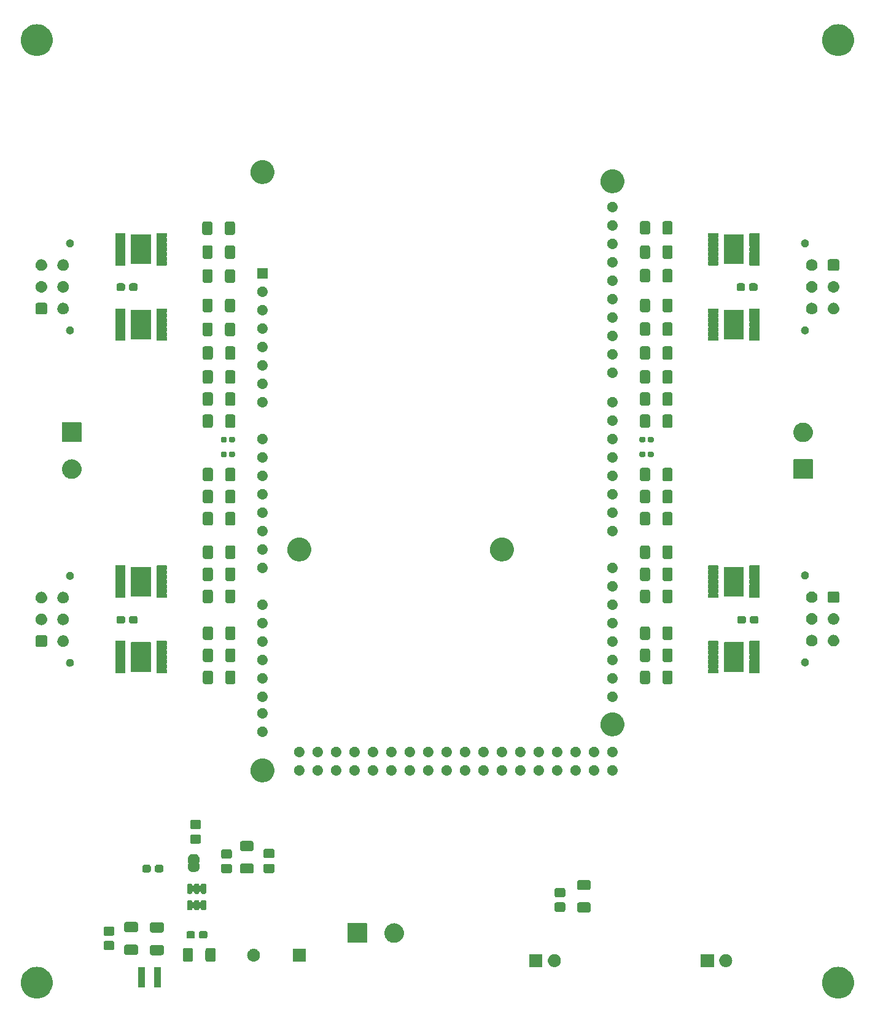
<source format=gbr>
%TF.GenerationSoftware,KiCad,Pcbnew,7.0.6*%
%TF.CreationDate,2023-07-10T17:04:03+08:00*%
%TF.ProjectId,rbc_circuits,7262635f-6369-4726-9375-6974732e6b69,1.0*%
%TF.SameCoordinates,Original*%
%TF.FileFunction,Soldermask,Top*%
%TF.FilePolarity,Negative*%
%FSLAX46Y46*%
G04 Gerber Fmt 4.6, Leading zero omitted, Abs format (unit mm)*
G04 Created by KiCad (PCBNEW 7.0.6) date 2023-07-10 17:04:03*
%MOMM*%
%LPD*%
G01*
G04 APERTURE LIST*
G04 APERTURE END LIST*
G36*
X53631158Y-152868821D02*
G01*
X53913402Y-152924963D01*
X54185904Y-153017465D01*
X54444000Y-153144744D01*
X54683275Y-153304623D01*
X54899635Y-153494365D01*
X55089377Y-153710725D01*
X55249256Y-153950000D01*
X55376535Y-154208096D01*
X55469037Y-154480598D01*
X55525179Y-154762842D01*
X55544000Y-155050000D01*
X55525179Y-155337158D01*
X55469037Y-155619402D01*
X55376535Y-155891904D01*
X55249256Y-156150000D01*
X55089377Y-156389275D01*
X54899635Y-156605635D01*
X54683275Y-156795377D01*
X54444000Y-156955256D01*
X54185904Y-157082535D01*
X53913402Y-157175037D01*
X53631158Y-157231179D01*
X53344000Y-157250000D01*
X53056842Y-157231179D01*
X52774598Y-157175037D01*
X52502096Y-157082535D01*
X52244000Y-156955256D01*
X52004725Y-156795377D01*
X51788365Y-156605635D01*
X51598623Y-156389275D01*
X51438744Y-156150000D01*
X51311465Y-155891904D01*
X51218963Y-155619402D01*
X51162821Y-155337158D01*
X51144000Y-155050000D01*
X51162821Y-154762842D01*
X51218963Y-154480598D01*
X51311465Y-154208096D01*
X51438744Y-153950000D01*
X51598623Y-153710725D01*
X51788365Y-153494365D01*
X52004725Y-153304623D01*
X52244000Y-153144744D01*
X52502096Y-153017465D01*
X52774598Y-152924963D01*
X53056842Y-152868821D01*
X53344000Y-152850000D01*
X53631158Y-152868821D01*
G37*
G36*
X164121158Y-152868821D02*
G01*
X164403402Y-152924963D01*
X164675904Y-153017465D01*
X164934000Y-153144744D01*
X165173275Y-153304623D01*
X165389635Y-153494365D01*
X165579377Y-153710725D01*
X165739256Y-153950000D01*
X165866535Y-154208096D01*
X165959037Y-154480598D01*
X166015179Y-154762842D01*
X166034000Y-155050000D01*
X166015179Y-155337158D01*
X165959037Y-155619402D01*
X165866535Y-155891904D01*
X165739256Y-156150000D01*
X165579377Y-156389275D01*
X165389635Y-156605635D01*
X165173275Y-156795377D01*
X164934000Y-156955256D01*
X164675904Y-157082535D01*
X164403402Y-157175037D01*
X164121158Y-157231179D01*
X163834000Y-157250000D01*
X163546842Y-157231179D01*
X163264598Y-157175037D01*
X162992096Y-157082535D01*
X162734000Y-156955256D01*
X162494725Y-156795377D01*
X162278365Y-156605635D01*
X162088623Y-156389275D01*
X161928744Y-156150000D01*
X161801465Y-155891904D01*
X161708963Y-155619402D01*
X161652821Y-155337158D01*
X161634000Y-155050000D01*
X161652821Y-154762842D01*
X161708963Y-154480598D01*
X161801465Y-154208096D01*
X161928744Y-153950000D01*
X162088623Y-153710725D01*
X162278365Y-153494365D01*
X162494725Y-153304623D01*
X162734000Y-153144744D01*
X162992096Y-153017465D01*
X163264598Y-152924963D01*
X163546842Y-152868821D01*
X163834000Y-152850000D01*
X164121158Y-152868821D01*
G37*
G36*
X68203134Y-152880806D02*
G01*
X68219355Y-152891645D01*
X68230194Y-152907866D01*
X68234000Y-152927000D01*
X68234000Y-155627000D01*
X68230194Y-155646134D01*
X68219355Y-155662355D01*
X68203134Y-155673194D01*
X68184000Y-155677000D01*
X67384000Y-155677000D01*
X67364866Y-155673194D01*
X67348645Y-155662355D01*
X67337806Y-155646134D01*
X67334000Y-155627000D01*
X67334000Y-152927000D01*
X67337806Y-152907866D01*
X67348645Y-152891645D01*
X67364866Y-152880806D01*
X67384000Y-152877000D01*
X68184000Y-152877000D01*
X68203134Y-152880806D01*
G37*
G36*
X70403134Y-152880806D02*
G01*
X70419355Y-152891645D01*
X70430194Y-152907866D01*
X70434000Y-152927000D01*
X70434000Y-155627000D01*
X70430194Y-155646134D01*
X70419355Y-155662355D01*
X70403134Y-155673194D01*
X70384000Y-155677000D01*
X69584000Y-155677000D01*
X69564866Y-155673194D01*
X69548645Y-155662355D01*
X69537806Y-155646134D01*
X69534000Y-155627000D01*
X69534000Y-152927000D01*
X69537806Y-152907866D01*
X69548645Y-152891645D01*
X69564866Y-152880806D01*
X69584000Y-152877000D01*
X70384000Y-152877000D01*
X70403134Y-152880806D01*
G37*
G36*
X123042134Y-151105806D02*
G01*
X123058355Y-151116645D01*
X123069194Y-151132866D01*
X123073000Y-151152000D01*
X123073000Y-152852000D01*
X123069194Y-152871134D01*
X123058355Y-152887355D01*
X123042134Y-152898194D01*
X123023000Y-152902000D01*
X121323000Y-152902000D01*
X121303866Y-152898194D01*
X121287645Y-152887355D01*
X121276806Y-152871134D01*
X121273000Y-152852000D01*
X121273000Y-151152000D01*
X121276806Y-151132866D01*
X121287645Y-151116645D01*
X121303866Y-151105806D01*
X121323000Y-151102000D01*
X123023000Y-151102000D01*
X123042134Y-151105806D01*
G37*
G36*
X146669134Y-151105806D02*
G01*
X146685355Y-151116645D01*
X146696194Y-151132866D01*
X146700000Y-151152000D01*
X146700000Y-152852000D01*
X146696194Y-152871134D01*
X146685355Y-152887355D01*
X146669134Y-152898194D01*
X146650000Y-152902000D01*
X144950000Y-152902000D01*
X144930866Y-152898194D01*
X144914645Y-152887355D01*
X144903806Y-152871134D01*
X144900000Y-152852000D01*
X144900000Y-151152000D01*
X144903806Y-151132866D01*
X144914645Y-151116645D01*
X144930866Y-151105806D01*
X144950000Y-151102000D01*
X146650000Y-151102000D01*
X146669134Y-151105806D01*
G37*
G36*
X124756832Y-151106930D02*
G01*
X124807076Y-151106930D01*
X124850457Y-151116151D01*
X124888461Y-151119894D01*
X124936205Y-151134377D01*
X124991115Y-151146049D01*
X125026255Y-151161694D01*
X125057178Y-151171075D01*
X125106311Y-151197337D01*
X125163000Y-151222577D01*
X125189358Y-151241727D01*
X125212670Y-151254188D01*
X125260227Y-151293216D01*
X125315218Y-151333170D01*
X125333070Y-151352996D01*
X125348961Y-151366038D01*
X125391661Y-151418069D01*
X125441115Y-151472993D01*
X125451506Y-151490990D01*
X125460811Y-151502329D01*
X125495236Y-151566733D01*
X125535191Y-151635937D01*
X125539786Y-151650080D01*
X125543924Y-151657821D01*
X125566744Y-151733049D01*
X125593333Y-151814879D01*
X125594268Y-151823780D01*
X125595105Y-151826538D01*
X125603244Y-151909181D01*
X125613000Y-152002000D01*
X125603242Y-152094840D01*
X125595105Y-152177461D01*
X125594268Y-152180217D01*
X125593333Y-152189121D01*
X125566740Y-152270964D01*
X125543924Y-152346178D01*
X125539787Y-152353917D01*
X125535191Y-152368063D01*
X125495229Y-152437278D01*
X125460811Y-152501670D01*
X125451507Y-152513005D01*
X125441115Y-152531007D01*
X125391652Y-152585941D01*
X125348961Y-152637961D01*
X125333073Y-152650999D01*
X125315218Y-152670830D01*
X125260216Y-152710790D01*
X125212670Y-152749811D01*
X125189363Y-152762268D01*
X125163000Y-152781423D01*
X125106300Y-152806667D01*
X125057178Y-152832924D01*
X125026262Y-152842302D01*
X124991115Y-152857951D01*
X124936194Y-152869624D01*
X124888461Y-152884105D01*
X124850466Y-152887847D01*
X124807076Y-152897070D01*
X124756821Y-152897070D01*
X124712999Y-152901386D01*
X124669177Y-152897070D01*
X124618924Y-152897070D01*
X124575534Y-152887847D01*
X124537538Y-152884105D01*
X124489801Y-152869623D01*
X124434885Y-152857951D01*
X124399739Y-152842303D01*
X124368821Y-152832924D01*
X124319693Y-152806664D01*
X124263000Y-152781423D01*
X124236638Y-152762270D01*
X124213329Y-152749811D01*
X124165774Y-152710784D01*
X124110782Y-152670830D01*
X124092929Y-152651002D01*
X124077038Y-152637961D01*
X124034336Y-152585928D01*
X123984885Y-152531007D01*
X123974494Y-152513009D01*
X123965188Y-152501670D01*
X123930757Y-152437255D01*
X123890809Y-152368063D01*
X123886214Y-152353921D01*
X123882075Y-152346178D01*
X123859244Y-152270918D01*
X123832667Y-152189121D01*
X123831731Y-152180222D01*
X123830894Y-152177461D01*
X123822741Y-152094689D01*
X123813000Y-152002000D01*
X123822739Y-151909332D01*
X123830894Y-151826538D01*
X123831731Y-151823775D01*
X123832667Y-151814879D01*
X123859240Y-151733095D01*
X123882075Y-151657821D01*
X123886215Y-151650075D01*
X123890809Y-151635937D01*
X123930750Y-151566757D01*
X123965188Y-151502329D01*
X123974496Y-151490986D01*
X123984885Y-151472993D01*
X124034327Y-151418081D01*
X124077038Y-151366038D01*
X124092932Y-151352993D01*
X124110782Y-151333170D01*
X124165764Y-151293223D01*
X124213329Y-151254188D01*
X124236644Y-151241725D01*
X124263000Y-151222577D01*
X124319682Y-151197340D01*
X124368821Y-151171075D01*
X124399746Y-151161693D01*
X124434885Y-151146049D01*
X124489790Y-151134378D01*
X124537538Y-151119894D01*
X124575543Y-151116150D01*
X124618924Y-151106930D01*
X124669167Y-151106930D01*
X124713000Y-151102613D01*
X124756832Y-151106930D01*
G37*
G36*
X148383832Y-151106930D02*
G01*
X148434076Y-151106930D01*
X148477457Y-151116151D01*
X148515461Y-151119894D01*
X148563205Y-151134377D01*
X148618115Y-151146049D01*
X148653255Y-151161694D01*
X148684178Y-151171075D01*
X148733311Y-151197337D01*
X148790000Y-151222577D01*
X148816358Y-151241727D01*
X148839670Y-151254188D01*
X148887227Y-151293216D01*
X148942218Y-151333170D01*
X148960070Y-151352996D01*
X148975961Y-151366038D01*
X149018661Y-151418069D01*
X149068115Y-151472993D01*
X149078506Y-151490990D01*
X149087811Y-151502329D01*
X149122236Y-151566733D01*
X149162191Y-151635937D01*
X149166786Y-151650080D01*
X149170924Y-151657821D01*
X149193744Y-151733049D01*
X149220333Y-151814879D01*
X149221268Y-151823780D01*
X149222105Y-151826538D01*
X149230243Y-151909174D01*
X149240000Y-152002000D01*
X149230242Y-152094833D01*
X149222105Y-152177461D01*
X149221268Y-152180217D01*
X149220333Y-152189121D01*
X149193740Y-152270964D01*
X149170924Y-152346178D01*
X149166787Y-152353917D01*
X149162191Y-152368063D01*
X149122229Y-152437278D01*
X149087811Y-152501670D01*
X149078507Y-152513005D01*
X149068115Y-152531007D01*
X149018652Y-152585941D01*
X148975961Y-152637961D01*
X148960073Y-152650999D01*
X148942218Y-152670830D01*
X148887216Y-152710790D01*
X148839670Y-152749811D01*
X148816363Y-152762268D01*
X148790000Y-152781423D01*
X148733300Y-152806667D01*
X148684178Y-152832924D01*
X148653262Y-152842302D01*
X148618115Y-152857951D01*
X148563194Y-152869624D01*
X148515461Y-152884105D01*
X148477466Y-152887847D01*
X148434076Y-152897070D01*
X148383822Y-152897070D01*
X148340000Y-152901386D01*
X148296178Y-152897070D01*
X148245924Y-152897070D01*
X148202534Y-152887847D01*
X148164538Y-152884105D01*
X148116801Y-152869623D01*
X148061885Y-152857951D01*
X148026739Y-152842303D01*
X147995821Y-152832924D01*
X147946693Y-152806664D01*
X147890000Y-152781423D01*
X147863638Y-152762270D01*
X147840329Y-152749811D01*
X147792774Y-152710784D01*
X147737782Y-152670830D01*
X147719929Y-152651002D01*
X147704038Y-152637961D01*
X147661336Y-152585928D01*
X147611885Y-152531007D01*
X147601494Y-152513009D01*
X147592188Y-152501670D01*
X147557757Y-152437255D01*
X147517809Y-152368063D01*
X147513214Y-152353921D01*
X147509075Y-152346178D01*
X147486244Y-152270918D01*
X147459667Y-152189121D01*
X147458731Y-152180222D01*
X147457894Y-152177461D01*
X147449741Y-152094689D01*
X147440000Y-152002000D01*
X147449739Y-151909332D01*
X147457894Y-151826538D01*
X147458731Y-151823775D01*
X147459667Y-151814879D01*
X147486240Y-151733095D01*
X147509075Y-151657821D01*
X147513215Y-151650075D01*
X147517809Y-151635937D01*
X147557750Y-151566757D01*
X147592188Y-151502329D01*
X147601496Y-151490986D01*
X147611885Y-151472993D01*
X147661327Y-151418081D01*
X147704038Y-151366038D01*
X147719932Y-151352993D01*
X147737782Y-151333170D01*
X147792764Y-151293223D01*
X147840329Y-151254188D01*
X147863644Y-151241725D01*
X147890000Y-151222577D01*
X147946682Y-151197340D01*
X147995821Y-151171075D01*
X148026746Y-151161693D01*
X148061885Y-151146049D01*
X148116790Y-151134378D01*
X148164538Y-151119894D01*
X148202543Y-151116150D01*
X148245924Y-151106930D01*
X148296167Y-151106930D01*
X148340000Y-151102613D01*
X148383832Y-151106930D01*
G37*
G36*
X74617018Y-150281902D02*
G01*
X74644079Y-150284440D01*
X74646654Y-150285341D01*
X74660685Y-150286969D01*
X74696502Y-150302784D01*
X74731511Y-150315034D01*
X74742329Y-150323018D01*
X74761541Y-150331501D01*
X74783281Y-150353241D01*
X74803118Y-150367881D01*
X74817757Y-150387717D01*
X74839499Y-150409459D01*
X74847981Y-150428670D01*
X74855965Y-150439488D01*
X74868213Y-150474491D01*
X74884031Y-150510315D01*
X74885659Y-150524347D01*
X74886559Y-150526919D01*
X74889093Y-150553947D01*
X74892000Y-150579000D01*
X74892000Y-151879000D01*
X74889092Y-151904063D01*
X74886559Y-151931079D01*
X74885659Y-151933649D01*
X74884031Y-151947685D01*
X74868211Y-151983513D01*
X74855965Y-152018511D01*
X74847982Y-152029326D01*
X74839499Y-152048541D01*
X74817755Y-152070284D01*
X74803118Y-152090118D01*
X74783284Y-152104755D01*
X74761541Y-152126499D01*
X74742326Y-152134982D01*
X74731511Y-152142965D01*
X74696512Y-152155211D01*
X74660685Y-152171031D01*
X74646651Y-152172659D01*
X74644080Y-152173559D01*
X74617056Y-152176092D01*
X74592000Y-152179000D01*
X73767000Y-152179000D01*
X73741941Y-152176092D01*
X73714920Y-152173559D01*
X73712348Y-152172659D01*
X73698315Y-152171031D01*
X73662490Y-152155212D01*
X73627488Y-152142965D01*
X73616670Y-152134981D01*
X73597459Y-152126499D01*
X73575717Y-152104757D01*
X73555881Y-152090118D01*
X73541241Y-152070281D01*
X73519501Y-152048541D01*
X73511018Y-152029329D01*
X73503034Y-152018511D01*
X73490783Y-151983501D01*
X73474969Y-151947685D01*
X73473341Y-151933655D01*
X73472440Y-151931080D01*
X73469901Y-151904011D01*
X73467000Y-151879000D01*
X73467000Y-150579000D01*
X73469902Y-150553986D01*
X73472440Y-150526920D01*
X73473341Y-150524344D01*
X73474969Y-150510315D01*
X73490782Y-150474500D01*
X73503034Y-150439488D01*
X73511019Y-150428667D01*
X73519501Y-150409459D01*
X73541238Y-150387721D01*
X73555881Y-150367881D01*
X73575721Y-150353238D01*
X73597459Y-150331501D01*
X73616667Y-150323019D01*
X73627488Y-150315034D01*
X73662502Y-150302781D01*
X73698315Y-150286969D01*
X73712342Y-150285341D01*
X73714919Y-150284440D01*
X73741992Y-150281901D01*
X73767000Y-150279000D01*
X74592000Y-150279000D01*
X74617018Y-150281902D01*
G37*
G36*
X77742018Y-150281902D02*
G01*
X77769079Y-150284440D01*
X77771654Y-150285341D01*
X77785685Y-150286969D01*
X77821502Y-150302784D01*
X77856511Y-150315034D01*
X77867329Y-150323018D01*
X77886541Y-150331501D01*
X77908281Y-150353241D01*
X77928118Y-150367881D01*
X77942757Y-150387717D01*
X77964499Y-150409459D01*
X77972981Y-150428670D01*
X77980965Y-150439488D01*
X77993213Y-150474491D01*
X78009031Y-150510315D01*
X78010659Y-150524347D01*
X78011559Y-150526919D01*
X78014093Y-150553947D01*
X78017000Y-150579000D01*
X78017000Y-151879000D01*
X78014092Y-151904063D01*
X78011559Y-151931079D01*
X78010659Y-151933649D01*
X78009031Y-151947685D01*
X77993211Y-151983513D01*
X77980965Y-152018511D01*
X77972982Y-152029326D01*
X77964499Y-152048541D01*
X77942755Y-152070284D01*
X77928118Y-152090118D01*
X77908284Y-152104755D01*
X77886541Y-152126499D01*
X77867326Y-152134982D01*
X77856511Y-152142965D01*
X77821512Y-152155211D01*
X77785685Y-152171031D01*
X77771651Y-152172659D01*
X77769080Y-152173559D01*
X77742056Y-152176092D01*
X77717000Y-152179000D01*
X76892000Y-152179000D01*
X76866941Y-152176092D01*
X76839920Y-152173559D01*
X76837348Y-152172659D01*
X76823315Y-152171031D01*
X76787490Y-152155212D01*
X76752488Y-152142965D01*
X76741670Y-152134981D01*
X76722459Y-152126499D01*
X76700717Y-152104757D01*
X76680881Y-152090118D01*
X76666241Y-152070281D01*
X76644501Y-152048541D01*
X76636018Y-152029329D01*
X76628034Y-152018511D01*
X76615783Y-151983501D01*
X76599969Y-151947685D01*
X76598341Y-151933655D01*
X76597440Y-151931080D01*
X76594901Y-151904011D01*
X76592000Y-151879000D01*
X76592000Y-150579000D01*
X76594902Y-150553986D01*
X76597440Y-150526920D01*
X76598341Y-150524344D01*
X76599969Y-150510315D01*
X76615782Y-150474500D01*
X76628034Y-150439488D01*
X76636019Y-150428667D01*
X76644501Y-150409459D01*
X76666238Y-150387721D01*
X76680881Y-150367881D01*
X76700721Y-150353238D01*
X76722459Y-150331501D01*
X76741667Y-150323019D01*
X76752488Y-150315034D01*
X76787502Y-150302781D01*
X76823315Y-150286969D01*
X76837342Y-150285341D01*
X76839919Y-150284440D01*
X76866992Y-150281901D01*
X76892000Y-150279000D01*
X77717000Y-150279000D01*
X77742018Y-150281902D01*
G37*
G36*
X90444134Y-150358806D02*
G01*
X90460355Y-150369645D01*
X90471194Y-150385866D01*
X90475000Y-150405000D01*
X90475000Y-152085000D01*
X90471194Y-152104134D01*
X90460355Y-152120355D01*
X90444134Y-152131194D01*
X90425000Y-152135000D01*
X88745000Y-152135000D01*
X88725866Y-152131194D01*
X88709645Y-152120355D01*
X88698806Y-152104134D01*
X88695000Y-152085000D01*
X88695000Y-150405000D01*
X88698806Y-150385866D01*
X88709645Y-150369645D01*
X88725866Y-150358806D01*
X88745000Y-150355000D01*
X90425000Y-150355000D01*
X90444134Y-150358806D01*
G37*
G36*
X83278284Y-150359876D02*
G01*
X83328030Y-150359876D01*
X83370983Y-150369006D01*
X83408510Y-150372702D01*
X83455654Y-150387003D01*
X83510025Y-150398560D01*
X83544819Y-150414051D01*
X83575351Y-150423313D01*
X83623862Y-150449243D01*
X83680000Y-150474237D01*
X83706104Y-150493202D01*
X83729114Y-150505502D01*
X83776056Y-150544026D01*
X83830526Y-150583601D01*
X83848209Y-150603240D01*
X83863890Y-150616109D01*
X83906025Y-150667451D01*
X83955025Y-150721871D01*
X83965320Y-150739703D01*
X83974497Y-150750885D01*
X84008451Y-150814407D01*
X84048055Y-150883004D01*
X84052609Y-150897021D01*
X84056686Y-150904648D01*
X84079165Y-150978753D01*
X84105551Y-151059959D01*
X84106479Y-151068794D01*
X84107297Y-151071489D01*
X84115247Y-151152215D01*
X84125000Y-151245000D01*
X84115245Y-151337806D01*
X84107297Y-151418510D01*
X84106479Y-151421203D01*
X84105551Y-151430041D01*
X84079161Y-151511260D01*
X84056686Y-151585351D01*
X84052610Y-151592975D01*
X84048055Y-151606996D01*
X84008443Y-151675604D01*
X83974497Y-151739114D01*
X83965322Y-151750293D01*
X83955025Y-151768129D01*
X83906015Y-151822558D01*
X83863890Y-151873890D01*
X83848212Y-151886755D01*
X83830526Y-151906399D01*
X83776045Y-151945981D01*
X83729114Y-151984497D01*
X83706109Y-151996793D01*
X83680000Y-152015763D01*
X83623851Y-152040761D01*
X83575351Y-152066686D01*
X83544826Y-152075945D01*
X83510025Y-152091440D01*
X83455643Y-152102998D01*
X83408510Y-152117297D01*
X83370992Y-152120992D01*
X83328030Y-152130124D01*
X83278273Y-152130124D01*
X83235000Y-152134386D01*
X83191726Y-152130124D01*
X83141970Y-152130124D01*
X83099008Y-152120992D01*
X83061489Y-152117297D01*
X83014352Y-152102998D01*
X82959975Y-152091440D01*
X82925175Y-152075946D01*
X82894648Y-152066686D01*
X82846142Y-152040759D01*
X82790000Y-152015763D01*
X82763893Y-151996795D01*
X82740885Y-151984497D01*
X82693945Y-151945975D01*
X82639474Y-151906399D01*
X82621790Y-151886759D01*
X82606109Y-151873890D01*
X82563972Y-151822546D01*
X82514975Y-151768129D01*
X82504680Y-151750297D01*
X82495502Y-151739114D01*
X82461542Y-151675581D01*
X82421945Y-151606996D01*
X82417391Y-151592980D01*
X82413313Y-151585351D01*
X82390823Y-151511214D01*
X82364449Y-151430041D01*
X82363520Y-151421208D01*
X82362702Y-151418510D01*
X82354737Y-151337648D01*
X82345000Y-151245000D01*
X82354737Y-151152359D01*
X82362702Y-151071489D01*
X82363520Y-151068789D01*
X82364449Y-151059959D01*
X82390819Y-150978799D01*
X82413313Y-150904648D01*
X82417391Y-150897016D01*
X82421945Y-150883004D01*
X82461535Y-150814431D01*
X82495502Y-150750885D01*
X82504681Y-150739699D01*
X82514975Y-150721871D01*
X82563963Y-150667463D01*
X82606109Y-150616109D01*
X82621793Y-150603237D01*
X82639474Y-150583601D01*
X82693934Y-150544032D01*
X82740885Y-150505502D01*
X82763898Y-150493200D01*
X82790000Y-150474237D01*
X82846131Y-150449245D01*
X82894648Y-150423313D01*
X82925182Y-150414050D01*
X82959975Y-150398560D01*
X83014341Y-150387004D01*
X83061489Y-150372702D01*
X83099016Y-150369005D01*
X83141970Y-150359876D01*
X83191716Y-150359876D01*
X83235000Y-150355613D01*
X83278284Y-150359876D01*
G37*
G36*
X70575018Y-149834402D02*
G01*
X70602079Y-149836940D01*
X70604654Y-149837841D01*
X70618685Y-149839469D01*
X70654502Y-149855284D01*
X70689511Y-149867534D01*
X70700329Y-149875518D01*
X70719541Y-149884001D01*
X70741281Y-149905741D01*
X70761118Y-149920381D01*
X70775757Y-149940217D01*
X70797499Y-149961959D01*
X70805981Y-149981170D01*
X70813965Y-149991988D01*
X70826213Y-150026991D01*
X70842031Y-150062815D01*
X70843659Y-150076847D01*
X70844559Y-150079419D01*
X70847093Y-150106447D01*
X70850000Y-150131500D01*
X70850000Y-150956500D01*
X70847092Y-150981563D01*
X70844559Y-151008579D01*
X70843659Y-151011149D01*
X70842031Y-151025185D01*
X70826211Y-151061013D01*
X70813965Y-151096011D01*
X70805982Y-151106826D01*
X70797499Y-151126041D01*
X70775755Y-151147784D01*
X70761118Y-151167618D01*
X70741284Y-151182255D01*
X70719541Y-151203999D01*
X70700326Y-151212482D01*
X70689511Y-151220465D01*
X70654512Y-151232711D01*
X70618685Y-151248531D01*
X70604651Y-151250159D01*
X70602080Y-151251059D01*
X70575056Y-151253592D01*
X70550000Y-151256500D01*
X69250000Y-151256500D01*
X69224941Y-151253592D01*
X69197920Y-151251059D01*
X69195348Y-151250159D01*
X69181315Y-151248531D01*
X69145490Y-151232712D01*
X69110488Y-151220465D01*
X69099670Y-151212481D01*
X69080459Y-151203999D01*
X69058717Y-151182257D01*
X69038881Y-151167618D01*
X69024241Y-151147781D01*
X69002501Y-151126041D01*
X68994018Y-151106829D01*
X68986034Y-151096011D01*
X68973783Y-151061001D01*
X68957969Y-151025185D01*
X68956341Y-151011155D01*
X68955440Y-151008580D01*
X68952901Y-150981511D01*
X68950000Y-150956500D01*
X68950000Y-150131500D01*
X68952902Y-150106486D01*
X68955440Y-150079420D01*
X68956341Y-150076844D01*
X68957969Y-150062815D01*
X68973782Y-150027000D01*
X68986034Y-149991988D01*
X68994019Y-149981167D01*
X69002501Y-149961959D01*
X69024238Y-149940221D01*
X69038881Y-149920381D01*
X69058721Y-149905738D01*
X69080459Y-149884001D01*
X69099667Y-149875519D01*
X69110488Y-149867534D01*
X69145502Y-149855281D01*
X69181315Y-149839469D01*
X69195342Y-149837841D01*
X69197919Y-149836940D01*
X69224992Y-149834401D01*
X69250000Y-149831500D01*
X70550000Y-149831500D01*
X70575018Y-149834402D01*
G37*
G36*
X67019018Y-149795902D02*
G01*
X67046079Y-149798440D01*
X67048654Y-149799341D01*
X67062685Y-149800969D01*
X67098502Y-149816784D01*
X67133511Y-149829034D01*
X67144329Y-149837018D01*
X67163541Y-149845501D01*
X67185281Y-149867241D01*
X67205118Y-149881881D01*
X67219757Y-149901717D01*
X67241499Y-149923459D01*
X67249981Y-149942670D01*
X67257965Y-149953488D01*
X67270213Y-149988491D01*
X67286031Y-150024315D01*
X67287659Y-150038347D01*
X67288559Y-150040919D01*
X67291093Y-150067947D01*
X67294000Y-150093000D01*
X67294000Y-150918000D01*
X67291092Y-150943063D01*
X67288559Y-150970079D01*
X67287659Y-150972649D01*
X67286031Y-150986685D01*
X67270211Y-151022513D01*
X67257965Y-151057511D01*
X67249982Y-151068326D01*
X67241499Y-151087541D01*
X67219755Y-151109284D01*
X67205118Y-151129118D01*
X67185284Y-151143755D01*
X67163541Y-151165499D01*
X67144326Y-151173982D01*
X67133511Y-151181965D01*
X67098512Y-151194211D01*
X67062685Y-151210031D01*
X67048651Y-151211659D01*
X67046080Y-151212559D01*
X67019056Y-151215092D01*
X66994000Y-151218000D01*
X65694000Y-151218000D01*
X65668941Y-151215092D01*
X65641920Y-151212559D01*
X65639348Y-151211659D01*
X65625315Y-151210031D01*
X65589490Y-151194212D01*
X65554488Y-151181965D01*
X65543670Y-151173981D01*
X65524459Y-151165499D01*
X65502717Y-151143757D01*
X65482881Y-151129118D01*
X65468241Y-151109281D01*
X65446501Y-151087541D01*
X65438018Y-151068329D01*
X65430034Y-151057511D01*
X65417783Y-151022501D01*
X65401969Y-150986685D01*
X65400341Y-150972655D01*
X65399440Y-150970080D01*
X65396901Y-150943011D01*
X65394000Y-150918000D01*
X65394000Y-150093000D01*
X65396902Y-150067986D01*
X65399440Y-150040920D01*
X65400341Y-150038344D01*
X65401969Y-150024315D01*
X65417782Y-149988500D01*
X65430034Y-149953488D01*
X65438019Y-149942667D01*
X65446501Y-149923459D01*
X65468238Y-149901721D01*
X65482881Y-149881881D01*
X65502721Y-149867238D01*
X65524459Y-149845501D01*
X65543667Y-149837019D01*
X65554488Y-149829034D01*
X65589502Y-149816781D01*
X65625315Y-149800969D01*
X65639342Y-149799341D01*
X65641919Y-149798440D01*
X65668992Y-149795901D01*
X65694000Y-149793000D01*
X66994000Y-149793000D01*
X67019018Y-149795902D01*
G37*
G36*
X63771018Y-149279902D02*
G01*
X63798079Y-149282440D01*
X63800654Y-149283341D01*
X63814685Y-149284969D01*
X63850502Y-149300784D01*
X63885511Y-149313034D01*
X63896329Y-149321018D01*
X63915541Y-149329501D01*
X63937281Y-149351241D01*
X63957118Y-149365881D01*
X63971757Y-149385717D01*
X63993499Y-149407459D01*
X64001981Y-149426670D01*
X64009965Y-149437488D01*
X64022213Y-149472491D01*
X64038031Y-149508315D01*
X64039659Y-149522347D01*
X64040559Y-149524919D01*
X64043093Y-149551947D01*
X64046000Y-149577000D01*
X64046000Y-150277000D01*
X64043092Y-150302063D01*
X64040559Y-150329079D01*
X64039659Y-150331649D01*
X64038031Y-150345685D01*
X64022211Y-150381513D01*
X64009965Y-150416511D01*
X64001982Y-150427326D01*
X63993499Y-150446541D01*
X63971755Y-150468284D01*
X63957118Y-150488118D01*
X63937284Y-150502755D01*
X63915541Y-150524499D01*
X63896326Y-150532982D01*
X63885511Y-150540965D01*
X63850512Y-150553211D01*
X63814685Y-150569031D01*
X63800651Y-150570659D01*
X63798080Y-150571559D01*
X63771056Y-150574092D01*
X63746000Y-150577000D01*
X62846000Y-150577000D01*
X62820941Y-150574092D01*
X62793920Y-150571559D01*
X62791348Y-150570659D01*
X62777315Y-150569031D01*
X62741490Y-150553212D01*
X62706488Y-150540965D01*
X62695670Y-150532981D01*
X62676459Y-150524499D01*
X62654717Y-150502757D01*
X62634881Y-150488118D01*
X62620241Y-150468281D01*
X62598501Y-150446541D01*
X62590018Y-150427329D01*
X62582034Y-150416511D01*
X62569783Y-150381501D01*
X62553969Y-150345685D01*
X62552341Y-150331655D01*
X62551440Y-150329080D01*
X62548901Y-150302011D01*
X62546000Y-150277000D01*
X62546000Y-149577000D01*
X62548902Y-149551986D01*
X62551440Y-149524920D01*
X62552341Y-149522344D01*
X62553969Y-149508315D01*
X62569782Y-149472500D01*
X62582034Y-149437488D01*
X62590019Y-149426667D01*
X62598501Y-149407459D01*
X62620238Y-149385721D01*
X62634881Y-149365881D01*
X62654721Y-149351238D01*
X62676459Y-149329501D01*
X62695667Y-149321019D01*
X62706488Y-149313034D01*
X62741502Y-149300781D01*
X62777315Y-149284969D01*
X62791342Y-149283341D01*
X62793919Y-149282440D01*
X62820992Y-149279901D01*
X62846000Y-149277000D01*
X63746000Y-149277000D01*
X63771018Y-149279902D01*
G37*
G36*
X98859134Y-146845806D02*
G01*
X98875355Y-146856645D01*
X98886194Y-146872866D01*
X98890000Y-146892000D01*
X98890000Y-149492000D01*
X98886194Y-149511134D01*
X98875355Y-149527355D01*
X98859134Y-149538194D01*
X98840000Y-149542000D01*
X96240000Y-149542000D01*
X96220866Y-149538194D01*
X96204645Y-149527355D01*
X96193806Y-149511134D01*
X96190000Y-149492000D01*
X96190000Y-146892000D01*
X96193806Y-146872866D01*
X96204645Y-146856645D01*
X96220866Y-146845806D01*
X96240000Y-146842000D01*
X98840000Y-146842000D01*
X98859134Y-146845806D01*
G37*
G36*
X102677663Y-146847045D02*
G01*
X102731446Y-146847045D01*
X102790726Y-146856936D01*
X102854425Y-146862510D01*
X102904446Y-146875913D01*
X102951297Y-146883731D01*
X103014139Y-146905305D01*
X103081727Y-146923415D01*
X103123133Y-146942723D01*
X103162116Y-146956106D01*
X103226167Y-146990768D01*
X103295000Y-147022866D01*
X103327401Y-147045553D01*
X103358139Y-147062188D01*
X103420710Y-147110889D01*
X103487763Y-147157840D01*
X103511395Y-147181472D01*
X103534037Y-147199095D01*
X103592206Y-147262283D01*
X103654160Y-147324237D01*
X103669795Y-147346567D01*
X103684996Y-147363079D01*
X103735708Y-147440700D01*
X103789134Y-147517000D01*
X103798051Y-147536123D01*
X103806907Y-147549678D01*
X103847095Y-147641297D01*
X103888585Y-147730273D01*
X103892449Y-147744695D01*
X103896440Y-147753793D01*
X103923170Y-147859348D01*
X103949490Y-147957575D01*
X103950252Y-147966293D01*
X103951159Y-147969872D01*
X103961777Y-148098017D01*
X103970000Y-148192000D01*
X103961776Y-148285989D01*
X103951159Y-148414127D01*
X103950252Y-148417705D01*
X103949490Y-148426425D01*
X103923165Y-148524668D01*
X103896440Y-148630206D01*
X103892450Y-148639301D01*
X103888585Y-148653727D01*
X103847087Y-148742718D01*
X103806907Y-148834321D01*
X103798053Y-148847872D01*
X103789134Y-148867000D01*
X103735698Y-148943313D01*
X103684996Y-149020920D01*
X103669798Y-149037428D01*
X103654160Y-149059763D01*
X103592195Y-149121727D01*
X103534037Y-149184904D01*
X103511399Y-149202523D01*
X103487763Y-149226160D01*
X103420697Y-149273119D01*
X103358139Y-149321811D01*
X103327407Y-149338441D01*
X103295000Y-149361134D01*
X103226154Y-149393237D01*
X103162116Y-149427893D01*
X103123141Y-149441273D01*
X103081727Y-149460585D01*
X103014126Y-149478698D01*
X102951297Y-149500268D01*
X102904454Y-149508084D01*
X102854425Y-149521490D01*
X102790722Y-149527063D01*
X102731446Y-149536955D01*
X102677663Y-149536955D01*
X102620000Y-149542000D01*
X102562337Y-149536955D01*
X102508554Y-149536955D01*
X102449276Y-149527063D01*
X102385575Y-149521490D01*
X102335546Y-149508085D01*
X102288702Y-149500268D01*
X102225868Y-149478697D01*
X102158273Y-149460585D01*
X102116861Y-149441274D01*
X102077883Y-149427893D01*
X102013838Y-149393234D01*
X101945000Y-149361134D01*
X101912595Y-149338444D01*
X101881860Y-149321811D01*
X101819292Y-149273112D01*
X101752237Y-149226160D01*
X101728603Y-149202526D01*
X101705962Y-149184904D01*
X101647792Y-149121715D01*
X101585840Y-149059763D01*
X101570204Y-149037432D01*
X101555003Y-149020920D01*
X101504286Y-148943291D01*
X101450866Y-148867000D01*
X101441949Y-148847878D01*
X101433092Y-148834321D01*
X101392895Y-148742682D01*
X101351415Y-148653727D01*
X101347551Y-148639307D01*
X101343559Y-148630206D01*
X101316815Y-148524600D01*
X101290510Y-148426425D01*
X101289747Y-148417711D01*
X101288840Y-148414127D01*
X101278204Y-148285773D01*
X101270000Y-148192000D01*
X101278203Y-148098233D01*
X101288840Y-147969872D01*
X101289747Y-147966287D01*
X101290510Y-147957575D01*
X101316811Y-147859416D01*
X101343559Y-147753793D01*
X101347552Y-147744689D01*
X101351415Y-147730273D01*
X101392888Y-147641333D01*
X101433092Y-147549678D01*
X101441950Y-147536118D01*
X101450866Y-147517000D01*
X101504276Y-147440722D01*
X101555003Y-147363079D01*
X101570207Y-147346562D01*
X101585840Y-147324237D01*
X101647780Y-147262296D01*
X101705962Y-147199095D01*
X101728608Y-147181468D01*
X101752237Y-147157840D01*
X101819279Y-147110896D01*
X101881860Y-147062188D01*
X101912601Y-147045551D01*
X101945000Y-147022866D01*
X102013825Y-146990772D01*
X102077883Y-146956106D01*
X102116869Y-146942721D01*
X102158273Y-146923415D01*
X102225855Y-146905306D01*
X102288702Y-146883731D01*
X102335554Y-146875912D01*
X102385575Y-146862510D01*
X102449273Y-146856937D01*
X102508554Y-146847045D01*
X102562337Y-146847045D01*
X102620000Y-146842000D01*
X102677663Y-146847045D01*
G37*
G36*
X74929323Y-147917637D02*
G01*
X74944759Y-147924452D01*
X74951852Y-147925576D01*
X74981390Y-147940626D01*
X75025977Y-147960313D01*
X75100687Y-148035023D01*
X75120374Y-148079611D01*
X75135422Y-148109144D01*
X75136545Y-148116235D01*
X75143363Y-148131677D01*
X75151000Y-148197500D01*
X75151000Y-148672500D01*
X75143363Y-148738323D01*
X75136545Y-148753762D01*
X75135423Y-148760852D01*
X75120379Y-148790376D01*
X75100687Y-148834977D01*
X75025977Y-148909687D01*
X74981380Y-148929377D01*
X74951855Y-148944422D01*
X74944764Y-148945544D01*
X74929323Y-148952363D01*
X74863500Y-148960000D01*
X74263500Y-148960000D01*
X74197677Y-148952363D01*
X74182237Y-148945546D01*
X74175147Y-148944423D01*
X74145616Y-148929376D01*
X74101023Y-148909687D01*
X74026313Y-148834977D01*
X74006628Y-148790395D01*
X73991577Y-148760855D01*
X73990453Y-148753761D01*
X73983637Y-148738323D01*
X73976000Y-148672500D01*
X73976000Y-148197500D01*
X73983637Y-148131677D01*
X73990452Y-148116241D01*
X73991576Y-148109147D01*
X74006629Y-148079601D01*
X74026313Y-148035023D01*
X74101023Y-147960313D01*
X74145596Y-147940632D01*
X74175144Y-147925577D01*
X74182239Y-147924453D01*
X74197677Y-147917637D01*
X74263500Y-147910000D01*
X74863500Y-147910000D01*
X74929323Y-147917637D01*
G37*
G36*
X76654323Y-147917637D02*
G01*
X76669759Y-147924452D01*
X76676852Y-147925576D01*
X76706390Y-147940626D01*
X76750977Y-147960313D01*
X76825687Y-148035023D01*
X76845374Y-148079611D01*
X76860422Y-148109144D01*
X76861545Y-148116235D01*
X76868363Y-148131677D01*
X76876000Y-148197500D01*
X76876000Y-148672500D01*
X76868363Y-148738323D01*
X76861545Y-148753762D01*
X76860423Y-148760852D01*
X76845379Y-148790376D01*
X76825687Y-148834977D01*
X76750977Y-148909687D01*
X76706380Y-148929377D01*
X76676855Y-148944422D01*
X76669764Y-148945544D01*
X76654323Y-148952363D01*
X76588500Y-148960000D01*
X75988500Y-148960000D01*
X75922677Y-148952363D01*
X75907237Y-148945546D01*
X75900147Y-148944423D01*
X75870616Y-148929376D01*
X75826023Y-148909687D01*
X75751313Y-148834977D01*
X75731628Y-148790395D01*
X75716577Y-148760855D01*
X75715453Y-148753761D01*
X75708637Y-148738323D01*
X75701000Y-148672500D01*
X75701000Y-148197500D01*
X75708637Y-148131677D01*
X75715452Y-148116241D01*
X75716576Y-148109147D01*
X75731629Y-148079601D01*
X75751313Y-148035023D01*
X75826023Y-147960313D01*
X75870596Y-147940632D01*
X75900144Y-147925577D01*
X75907239Y-147924453D01*
X75922677Y-147917637D01*
X75988500Y-147910000D01*
X76588500Y-147910000D01*
X76654323Y-147917637D01*
G37*
G36*
X63771018Y-147279902D02*
G01*
X63798079Y-147282440D01*
X63800654Y-147283341D01*
X63814685Y-147284969D01*
X63850502Y-147300784D01*
X63885511Y-147313034D01*
X63896329Y-147321018D01*
X63915541Y-147329501D01*
X63937281Y-147351241D01*
X63957118Y-147365881D01*
X63971757Y-147385717D01*
X63993499Y-147407459D01*
X64001981Y-147426670D01*
X64009965Y-147437488D01*
X64022213Y-147472491D01*
X64038031Y-147508315D01*
X64039659Y-147522347D01*
X64040559Y-147524919D01*
X64043093Y-147551947D01*
X64046000Y-147577000D01*
X64046000Y-148277000D01*
X64043092Y-148302063D01*
X64040559Y-148329079D01*
X64039659Y-148331649D01*
X64038031Y-148345685D01*
X64022211Y-148381513D01*
X64009965Y-148416511D01*
X64001982Y-148427326D01*
X63993499Y-148446541D01*
X63971755Y-148468284D01*
X63957118Y-148488118D01*
X63937284Y-148502755D01*
X63915541Y-148524499D01*
X63896326Y-148532982D01*
X63885511Y-148540965D01*
X63850512Y-148553211D01*
X63814685Y-148569031D01*
X63800651Y-148570659D01*
X63798080Y-148571559D01*
X63771056Y-148574092D01*
X63746000Y-148577000D01*
X62846000Y-148577000D01*
X62820941Y-148574092D01*
X62793920Y-148571559D01*
X62791348Y-148570659D01*
X62777315Y-148569031D01*
X62741490Y-148553212D01*
X62706488Y-148540965D01*
X62695670Y-148532981D01*
X62676459Y-148524499D01*
X62654717Y-148502757D01*
X62634881Y-148488118D01*
X62620241Y-148468281D01*
X62598501Y-148446541D01*
X62590018Y-148427329D01*
X62582034Y-148416511D01*
X62569783Y-148381501D01*
X62553969Y-148345685D01*
X62552341Y-148331655D01*
X62551440Y-148329080D01*
X62548901Y-148302011D01*
X62546000Y-148277000D01*
X62546000Y-147577000D01*
X62548902Y-147551986D01*
X62551440Y-147524920D01*
X62552341Y-147522344D01*
X62553969Y-147508315D01*
X62569782Y-147472500D01*
X62582034Y-147437488D01*
X62590019Y-147426667D01*
X62598501Y-147407459D01*
X62620238Y-147385721D01*
X62634881Y-147365881D01*
X62654721Y-147351238D01*
X62676459Y-147329501D01*
X62695667Y-147321019D01*
X62706488Y-147313034D01*
X62741502Y-147300781D01*
X62777315Y-147284969D01*
X62791342Y-147283341D01*
X62793919Y-147282440D01*
X62820992Y-147279901D01*
X62846000Y-147277000D01*
X63746000Y-147277000D01*
X63771018Y-147279902D01*
G37*
G36*
X70575018Y-146709402D02*
G01*
X70602079Y-146711940D01*
X70604654Y-146712841D01*
X70618685Y-146714469D01*
X70654502Y-146730284D01*
X70689511Y-146742534D01*
X70700329Y-146750518D01*
X70719541Y-146759001D01*
X70741281Y-146780741D01*
X70761118Y-146795381D01*
X70775757Y-146815217D01*
X70797499Y-146836959D01*
X70805981Y-146856170D01*
X70813965Y-146866988D01*
X70826213Y-146901991D01*
X70842031Y-146937815D01*
X70843659Y-146951847D01*
X70844559Y-146954419D01*
X70847093Y-146981447D01*
X70850000Y-147006500D01*
X70850000Y-147831500D01*
X70847092Y-147856563D01*
X70844559Y-147883579D01*
X70843659Y-147886149D01*
X70842031Y-147900185D01*
X70826211Y-147936013D01*
X70813965Y-147971011D01*
X70805982Y-147981826D01*
X70797499Y-148001041D01*
X70775755Y-148022784D01*
X70761118Y-148042618D01*
X70741284Y-148057255D01*
X70719541Y-148078999D01*
X70700326Y-148087482D01*
X70689511Y-148095465D01*
X70654512Y-148107711D01*
X70618685Y-148123531D01*
X70604651Y-148125159D01*
X70602080Y-148126059D01*
X70575056Y-148128592D01*
X70550000Y-148131500D01*
X69250000Y-148131500D01*
X69224941Y-148128592D01*
X69197920Y-148126059D01*
X69195348Y-148125159D01*
X69181315Y-148123531D01*
X69145490Y-148107712D01*
X69110488Y-148095465D01*
X69099670Y-148087481D01*
X69080459Y-148078999D01*
X69058717Y-148057257D01*
X69038881Y-148042618D01*
X69024241Y-148022781D01*
X69002501Y-148001041D01*
X68994018Y-147981829D01*
X68986034Y-147971011D01*
X68973783Y-147936001D01*
X68957969Y-147900185D01*
X68956341Y-147886155D01*
X68955440Y-147883580D01*
X68952901Y-147856511D01*
X68950000Y-147831500D01*
X68950000Y-147006500D01*
X68952902Y-146981486D01*
X68955440Y-146954420D01*
X68956341Y-146951844D01*
X68957969Y-146937815D01*
X68973782Y-146902000D01*
X68986034Y-146866988D01*
X68994019Y-146856167D01*
X69002501Y-146836959D01*
X69024238Y-146815221D01*
X69038881Y-146795381D01*
X69058721Y-146780738D01*
X69080459Y-146759001D01*
X69099667Y-146750519D01*
X69110488Y-146742534D01*
X69145502Y-146730281D01*
X69181315Y-146714469D01*
X69195342Y-146712841D01*
X69197919Y-146711940D01*
X69224992Y-146709401D01*
X69250000Y-146706500D01*
X70550000Y-146706500D01*
X70575018Y-146709402D01*
G37*
G36*
X67019018Y-146670902D02*
G01*
X67046079Y-146673440D01*
X67048654Y-146674341D01*
X67062685Y-146675969D01*
X67098502Y-146691784D01*
X67133511Y-146704034D01*
X67144329Y-146712018D01*
X67163541Y-146720501D01*
X67185281Y-146742241D01*
X67205118Y-146756881D01*
X67219757Y-146776717D01*
X67241499Y-146798459D01*
X67249981Y-146817670D01*
X67257965Y-146828488D01*
X67270213Y-146863491D01*
X67286031Y-146899315D01*
X67287659Y-146913347D01*
X67288559Y-146915919D01*
X67291093Y-146942947D01*
X67294000Y-146968000D01*
X67294000Y-147793000D01*
X67291092Y-147818063D01*
X67288559Y-147845079D01*
X67287659Y-147847649D01*
X67286031Y-147861685D01*
X67270211Y-147897513D01*
X67257965Y-147932511D01*
X67249982Y-147943326D01*
X67241499Y-147962541D01*
X67219755Y-147984284D01*
X67205118Y-148004118D01*
X67185284Y-148018755D01*
X67163541Y-148040499D01*
X67144326Y-148048982D01*
X67133511Y-148056965D01*
X67098512Y-148069211D01*
X67062685Y-148085031D01*
X67048651Y-148086659D01*
X67046080Y-148087559D01*
X67019056Y-148090092D01*
X66994000Y-148093000D01*
X65694000Y-148093000D01*
X65668941Y-148090092D01*
X65641920Y-148087559D01*
X65639348Y-148086659D01*
X65625315Y-148085031D01*
X65589490Y-148069212D01*
X65554488Y-148056965D01*
X65543670Y-148048981D01*
X65524459Y-148040499D01*
X65502717Y-148018757D01*
X65482881Y-148004118D01*
X65468241Y-147984281D01*
X65446501Y-147962541D01*
X65438018Y-147943329D01*
X65430034Y-147932511D01*
X65417783Y-147897501D01*
X65401969Y-147861685D01*
X65400341Y-147847655D01*
X65399440Y-147845080D01*
X65396901Y-147818011D01*
X65394000Y-147793000D01*
X65394000Y-146968000D01*
X65396902Y-146942986D01*
X65399440Y-146915920D01*
X65400341Y-146913344D01*
X65401969Y-146899315D01*
X65417782Y-146863500D01*
X65430034Y-146828488D01*
X65438019Y-146817667D01*
X65446501Y-146798459D01*
X65468238Y-146776721D01*
X65482881Y-146756881D01*
X65502721Y-146742238D01*
X65524459Y-146720501D01*
X65543667Y-146712019D01*
X65554488Y-146704034D01*
X65589502Y-146691781D01*
X65625315Y-146675969D01*
X65639342Y-146674341D01*
X65641919Y-146673440D01*
X65668992Y-146670901D01*
X65694000Y-146668000D01*
X66994000Y-146668000D01*
X67019018Y-146670902D01*
G37*
G36*
X129432018Y-143964902D02*
G01*
X129459079Y-143967440D01*
X129461654Y-143968341D01*
X129475685Y-143969969D01*
X129511502Y-143985784D01*
X129546511Y-143998034D01*
X129557329Y-144006018D01*
X129576541Y-144014501D01*
X129598281Y-144036241D01*
X129618118Y-144050881D01*
X129632757Y-144070717D01*
X129654499Y-144092459D01*
X129662981Y-144111670D01*
X129670965Y-144122488D01*
X129683213Y-144157491D01*
X129699031Y-144193315D01*
X129700659Y-144207347D01*
X129701559Y-144209919D01*
X129704093Y-144236947D01*
X129707000Y-144262000D01*
X129707000Y-145062000D01*
X129704092Y-145087063D01*
X129701559Y-145114079D01*
X129700659Y-145116649D01*
X129699031Y-145130685D01*
X129683211Y-145166513D01*
X129670965Y-145201511D01*
X129662982Y-145212326D01*
X129654499Y-145231541D01*
X129632755Y-145253284D01*
X129618118Y-145273118D01*
X129598284Y-145287755D01*
X129576541Y-145309499D01*
X129557326Y-145317982D01*
X129546511Y-145325965D01*
X129511512Y-145338211D01*
X129475685Y-145354031D01*
X129461651Y-145355659D01*
X129459080Y-145356559D01*
X129432056Y-145359092D01*
X129407000Y-145362000D01*
X128157000Y-145362000D01*
X128131941Y-145359092D01*
X128104920Y-145356559D01*
X128102348Y-145355659D01*
X128088315Y-145354031D01*
X128052490Y-145338212D01*
X128017488Y-145325965D01*
X128006670Y-145317981D01*
X127987459Y-145309499D01*
X127965717Y-145287757D01*
X127945881Y-145273118D01*
X127931241Y-145253281D01*
X127909501Y-145231541D01*
X127901018Y-145212329D01*
X127893034Y-145201511D01*
X127880783Y-145166501D01*
X127864969Y-145130685D01*
X127863341Y-145116655D01*
X127862440Y-145114080D01*
X127859901Y-145087011D01*
X127857000Y-145062000D01*
X127857000Y-144262000D01*
X127859902Y-144236986D01*
X127862440Y-144209920D01*
X127863341Y-144207344D01*
X127864969Y-144193315D01*
X127880782Y-144157500D01*
X127893034Y-144122488D01*
X127901019Y-144111667D01*
X127909501Y-144092459D01*
X127931238Y-144070721D01*
X127945881Y-144050881D01*
X127965721Y-144036238D01*
X127987459Y-144014501D01*
X128006667Y-144006019D01*
X128017488Y-143998034D01*
X128052502Y-143985781D01*
X128088315Y-143969969D01*
X128102342Y-143968341D01*
X128104919Y-143967440D01*
X128131992Y-143964901D01*
X128157000Y-143962000D01*
X129407000Y-143962000D01*
X129432018Y-143964902D01*
G37*
G36*
X125955018Y-143972902D02*
G01*
X125982079Y-143975440D01*
X125984654Y-143976341D01*
X125998685Y-143977969D01*
X126034502Y-143993784D01*
X126069511Y-144006034D01*
X126080329Y-144014018D01*
X126099541Y-144022501D01*
X126121281Y-144044241D01*
X126141118Y-144058881D01*
X126155757Y-144078717D01*
X126177499Y-144100459D01*
X126185981Y-144119670D01*
X126193965Y-144130488D01*
X126206213Y-144165491D01*
X126222031Y-144201315D01*
X126223659Y-144215347D01*
X126224559Y-144217919D01*
X126227093Y-144244947D01*
X126230000Y-144270000D01*
X126230000Y-144970000D01*
X126227092Y-144995063D01*
X126224559Y-145022079D01*
X126223659Y-145024649D01*
X126222031Y-145038685D01*
X126206211Y-145074513D01*
X126193965Y-145109511D01*
X126185982Y-145120326D01*
X126177499Y-145139541D01*
X126155755Y-145161284D01*
X126141118Y-145181118D01*
X126121284Y-145195755D01*
X126099541Y-145217499D01*
X126080326Y-145225982D01*
X126069511Y-145233965D01*
X126034512Y-145246211D01*
X125998685Y-145262031D01*
X125984651Y-145263659D01*
X125982080Y-145264559D01*
X125955056Y-145267092D01*
X125930000Y-145270000D01*
X125030000Y-145270000D01*
X125004941Y-145267092D01*
X124977920Y-145264559D01*
X124975348Y-145263659D01*
X124961315Y-145262031D01*
X124925490Y-145246212D01*
X124890488Y-145233965D01*
X124879670Y-145225981D01*
X124860459Y-145217499D01*
X124838717Y-145195757D01*
X124818881Y-145181118D01*
X124804241Y-145161281D01*
X124782501Y-145139541D01*
X124774018Y-145120329D01*
X124766034Y-145109511D01*
X124753783Y-145074501D01*
X124737969Y-145038685D01*
X124736341Y-145024655D01*
X124735440Y-145022080D01*
X124732901Y-144995011D01*
X124730000Y-144970000D01*
X124730000Y-144270000D01*
X124732902Y-144244986D01*
X124735440Y-144217920D01*
X124736341Y-144215344D01*
X124737969Y-144201315D01*
X124753782Y-144165500D01*
X124766034Y-144130488D01*
X124774019Y-144119667D01*
X124782501Y-144100459D01*
X124804238Y-144078721D01*
X124818881Y-144058881D01*
X124838721Y-144044238D01*
X124860459Y-144022501D01*
X124879667Y-144014019D01*
X124890488Y-144006034D01*
X124925502Y-143993781D01*
X124961315Y-143977969D01*
X124975342Y-143976341D01*
X124977919Y-143975440D01*
X125004992Y-143972901D01*
X125030000Y-143970000D01*
X125930000Y-143970000D01*
X125955018Y-143972902D01*
G37*
G36*
X74604293Y-143646240D02*
G01*
X74636679Y-143650504D01*
X74644826Y-143654303D01*
X74664537Y-143658224D01*
X74690645Y-143675669D01*
X74701590Y-143680773D01*
X74708249Y-143687432D01*
X74729421Y-143701579D01*
X74743567Y-143722750D01*
X74750226Y-143729409D01*
X74755329Y-143740352D01*
X74772776Y-143766463D01*
X74776696Y-143786175D01*
X74780495Y-143794320D01*
X74784755Y-143826691D01*
X74788000Y-143843000D01*
X74788000Y-143851336D01*
X74801621Y-143954816D01*
X75024373Y-143954820D01*
X75038000Y-143851313D01*
X75038000Y-143843000D01*
X75041236Y-143826726D01*
X75045503Y-143794323D01*
X75049303Y-143786172D01*
X75053224Y-143766463D01*
X75070667Y-143740356D01*
X75075773Y-143729409D01*
X75082434Y-143722747D01*
X75096579Y-143701579D01*
X75117747Y-143687434D01*
X75124409Y-143680773D01*
X75135356Y-143675668D01*
X75161463Y-143658224D01*
X75181174Y-143654303D01*
X75189320Y-143650505D01*
X75221702Y-143646241D01*
X75238000Y-143643000D01*
X75538000Y-143643000D01*
X75554293Y-143646240D01*
X75586679Y-143650504D01*
X75594826Y-143654303D01*
X75614537Y-143658224D01*
X75640645Y-143675669D01*
X75651590Y-143680773D01*
X75658249Y-143687432D01*
X75679421Y-143701579D01*
X75693567Y-143722750D01*
X75700226Y-143729409D01*
X75705329Y-143740352D01*
X75722776Y-143766463D01*
X75726696Y-143786175D01*
X75730495Y-143794320D01*
X75734755Y-143826691D01*
X75738000Y-143843000D01*
X75738000Y-143851336D01*
X75751621Y-143954816D01*
X75974373Y-143954820D01*
X75988000Y-143851313D01*
X75988000Y-143843000D01*
X75991236Y-143826726D01*
X75995503Y-143794323D01*
X75999303Y-143786172D01*
X76003224Y-143766463D01*
X76020667Y-143740356D01*
X76025773Y-143729409D01*
X76032434Y-143722747D01*
X76046579Y-143701579D01*
X76067747Y-143687434D01*
X76074409Y-143680773D01*
X76085356Y-143675668D01*
X76111463Y-143658224D01*
X76131174Y-143654303D01*
X76139320Y-143650505D01*
X76171702Y-143646241D01*
X76188000Y-143643000D01*
X76488000Y-143643000D01*
X76504293Y-143646240D01*
X76536679Y-143650504D01*
X76544826Y-143654303D01*
X76564537Y-143658224D01*
X76590645Y-143675669D01*
X76601590Y-143680773D01*
X76608249Y-143687432D01*
X76629421Y-143701579D01*
X76643567Y-143722750D01*
X76650226Y-143729409D01*
X76655328Y-143740351D01*
X76672776Y-143766463D01*
X76676697Y-143786178D01*
X76680494Y-143794320D01*
X76684755Y-143826687D01*
X76688000Y-143843000D01*
X76688000Y-144868000D01*
X76684756Y-144884308D01*
X76680495Y-144916679D01*
X76676697Y-144924823D01*
X76672776Y-144944537D01*
X76655327Y-144970649D01*
X76650226Y-144981590D01*
X76643569Y-144988246D01*
X76629421Y-145009421D01*
X76608246Y-145023569D01*
X76601590Y-145030226D01*
X76590650Y-145035326D01*
X76564537Y-145052776D01*
X76544819Y-145056697D01*
X76536679Y-145060494D01*
X76504314Y-145064754D01*
X76488000Y-145068000D01*
X76188000Y-145068000D01*
X76171693Y-145064756D01*
X76139320Y-145060495D01*
X76131175Y-145056696D01*
X76111463Y-145052776D01*
X76085352Y-145035329D01*
X76074409Y-145030226D01*
X76067750Y-145023567D01*
X76046579Y-145009421D01*
X76032432Y-144988249D01*
X76025773Y-144981590D01*
X76020669Y-144970645D01*
X76003224Y-144944537D01*
X75999303Y-144924826D01*
X75995504Y-144916679D01*
X75991240Y-144884290D01*
X75988000Y-144868000D01*
X75988000Y-144859673D01*
X75974376Y-144756181D01*
X75751624Y-144756181D01*
X75738000Y-144859670D01*
X75738000Y-144868000D01*
X75734757Y-144884302D01*
X75730495Y-144916679D01*
X75726697Y-144924823D01*
X75722776Y-144944537D01*
X75705327Y-144970649D01*
X75700226Y-144981590D01*
X75693569Y-144988246D01*
X75679421Y-145009421D01*
X75658246Y-145023569D01*
X75651590Y-145030226D01*
X75640650Y-145035326D01*
X75614537Y-145052776D01*
X75594819Y-145056697D01*
X75586679Y-145060494D01*
X75554314Y-145064754D01*
X75538000Y-145068000D01*
X75238000Y-145068000D01*
X75221693Y-145064756D01*
X75189320Y-145060495D01*
X75181175Y-145056696D01*
X75161463Y-145052776D01*
X75135352Y-145035329D01*
X75124409Y-145030226D01*
X75117750Y-145023567D01*
X75096579Y-145009421D01*
X75082432Y-144988249D01*
X75075773Y-144981590D01*
X75070669Y-144970645D01*
X75053224Y-144944537D01*
X75049303Y-144924826D01*
X75045504Y-144916679D01*
X75041240Y-144884290D01*
X75038000Y-144868000D01*
X75038000Y-144859673D01*
X75024376Y-144756181D01*
X74801624Y-144756181D01*
X74788000Y-144859670D01*
X74788000Y-144868000D01*
X74784757Y-144884302D01*
X74780495Y-144916679D01*
X74776697Y-144924823D01*
X74772776Y-144944537D01*
X74755327Y-144970649D01*
X74750226Y-144981590D01*
X74743569Y-144988246D01*
X74729421Y-145009421D01*
X74708246Y-145023569D01*
X74701590Y-145030226D01*
X74690650Y-145035326D01*
X74664537Y-145052776D01*
X74644819Y-145056697D01*
X74636679Y-145060494D01*
X74604314Y-145064754D01*
X74588000Y-145068000D01*
X74288000Y-145068000D01*
X74271693Y-145064756D01*
X74239320Y-145060495D01*
X74231175Y-145056696D01*
X74211463Y-145052776D01*
X74185352Y-145035329D01*
X74174409Y-145030226D01*
X74167750Y-145023567D01*
X74146579Y-145009421D01*
X74132432Y-144988249D01*
X74125773Y-144981590D01*
X74120669Y-144970645D01*
X74103224Y-144944537D01*
X74099302Y-144924823D01*
X74095505Y-144916679D01*
X74091242Y-144884299D01*
X74088000Y-144868000D01*
X74088000Y-143843000D01*
X74091240Y-143826708D01*
X74095504Y-143794320D01*
X74099303Y-143786171D01*
X74103224Y-143766463D01*
X74120667Y-143740357D01*
X74125773Y-143729409D01*
X74132434Y-143722747D01*
X74146579Y-143701579D01*
X74167747Y-143687434D01*
X74174409Y-143680773D01*
X74185356Y-143675668D01*
X74211463Y-143658224D01*
X74231174Y-143654303D01*
X74239320Y-143650505D01*
X74271702Y-143646241D01*
X74288000Y-143643000D01*
X74588000Y-143643000D01*
X74604293Y-143646240D01*
G37*
G36*
X125955018Y-141972902D02*
G01*
X125982079Y-141975440D01*
X125984654Y-141976341D01*
X125998685Y-141977969D01*
X126034502Y-141993784D01*
X126069511Y-142006034D01*
X126080329Y-142014018D01*
X126099541Y-142022501D01*
X126121281Y-142044241D01*
X126141118Y-142058881D01*
X126155757Y-142078717D01*
X126177499Y-142100459D01*
X126185981Y-142119670D01*
X126193965Y-142130488D01*
X126206213Y-142165491D01*
X126222031Y-142201315D01*
X126223659Y-142215347D01*
X126224559Y-142217919D01*
X126227093Y-142244947D01*
X126230000Y-142270000D01*
X126230000Y-142970000D01*
X126227092Y-142995063D01*
X126224559Y-143022079D01*
X126223659Y-143024649D01*
X126222031Y-143038685D01*
X126206211Y-143074513D01*
X126193965Y-143109511D01*
X126185982Y-143120326D01*
X126177499Y-143139541D01*
X126155755Y-143161284D01*
X126141118Y-143181118D01*
X126121284Y-143195755D01*
X126099541Y-143217499D01*
X126080326Y-143225982D01*
X126069511Y-143233965D01*
X126034512Y-143246211D01*
X125998685Y-143262031D01*
X125984651Y-143263659D01*
X125982080Y-143264559D01*
X125955056Y-143267092D01*
X125930000Y-143270000D01*
X125030000Y-143270000D01*
X125004941Y-143267092D01*
X124977920Y-143264559D01*
X124975348Y-143263659D01*
X124961315Y-143262031D01*
X124925490Y-143246212D01*
X124890488Y-143233965D01*
X124879670Y-143225981D01*
X124860459Y-143217499D01*
X124838717Y-143195757D01*
X124818881Y-143181118D01*
X124804241Y-143161281D01*
X124782501Y-143139541D01*
X124774018Y-143120329D01*
X124766034Y-143109511D01*
X124753783Y-143074501D01*
X124737969Y-143038685D01*
X124736341Y-143024655D01*
X124735440Y-143022080D01*
X124732901Y-142995011D01*
X124730000Y-142970000D01*
X124730000Y-142270000D01*
X124732902Y-142244986D01*
X124735440Y-142217920D01*
X124736341Y-142215344D01*
X124737969Y-142201315D01*
X124753782Y-142165500D01*
X124766034Y-142130488D01*
X124774019Y-142119667D01*
X124782501Y-142100459D01*
X124804238Y-142078721D01*
X124818881Y-142058881D01*
X124838721Y-142044238D01*
X124860459Y-142022501D01*
X124879667Y-142014019D01*
X124890488Y-142006034D01*
X124925502Y-141993781D01*
X124961315Y-141977969D01*
X124975342Y-141976341D01*
X124977919Y-141975440D01*
X125004992Y-141972901D01*
X125030000Y-141970000D01*
X125930000Y-141970000D01*
X125955018Y-141972902D01*
G37*
G36*
X74604293Y-141371240D02*
G01*
X74636679Y-141375504D01*
X74644826Y-141379303D01*
X74664537Y-141383224D01*
X74690645Y-141400669D01*
X74701590Y-141405773D01*
X74708249Y-141412432D01*
X74729421Y-141426579D01*
X74743567Y-141447750D01*
X74750226Y-141454409D01*
X74755329Y-141465352D01*
X74772776Y-141491463D01*
X74776696Y-141511175D01*
X74780495Y-141519320D01*
X74784755Y-141551691D01*
X74788000Y-141568000D01*
X74788000Y-141576336D01*
X74801621Y-141679816D01*
X75024373Y-141679820D01*
X75038000Y-141576313D01*
X75038000Y-141568000D01*
X75041236Y-141551726D01*
X75045503Y-141519323D01*
X75049303Y-141511172D01*
X75053224Y-141491463D01*
X75070667Y-141465356D01*
X75075773Y-141454409D01*
X75082434Y-141447747D01*
X75096579Y-141426579D01*
X75117747Y-141412434D01*
X75124409Y-141405773D01*
X75135356Y-141400668D01*
X75161463Y-141383224D01*
X75181174Y-141379303D01*
X75189320Y-141375505D01*
X75221702Y-141371241D01*
X75238000Y-141368000D01*
X75538000Y-141368000D01*
X75554293Y-141371240D01*
X75586679Y-141375504D01*
X75594826Y-141379303D01*
X75614537Y-141383224D01*
X75640645Y-141400669D01*
X75651590Y-141405773D01*
X75658249Y-141412432D01*
X75679421Y-141426579D01*
X75693567Y-141447750D01*
X75700226Y-141454409D01*
X75705329Y-141465352D01*
X75722776Y-141491463D01*
X75726696Y-141511175D01*
X75730495Y-141519320D01*
X75734755Y-141551691D01*
X75738000Y-141568000D01*
X75738000Y-141576336D01*
X75751621Y-141679816D01*
X75974373Y-141679820D01*
X75988000Y-141576313D01*
X75988000Y-141568000D01*
X75991236Y-141551726D01*
X75995503Y-141519323D01*
X75999303Y-141511172D01*
X76003224Y-141491463D01*
X76020667Y-141465356D01*
X76025773Y-141454409D01*
X76032434Y-141447747D01*
X76046579Y-141426579D01*
X76067747Y-141412434D01*
X76074409Y-141405773D01*
X76085356Y-141400668D01*
X76111463Y-141383224D01*
X76131174Y-141379303D01*
X76139320Y-141375505D01*
X76171702Y-141371241D01*
X76188000Y-141368000D01*
X76488000Y-141368000D01*
X76504293Y-141371240D01*
X76536679Y-141375504D01*
X76544826Y-141379303D01*
X76564537Y-141383224D01*
X76590645Y-141400669D01*
X76601590Y-141405773D01*
X76608249Y-141412432D01*
X76629421Y-141426579D01*
X76643567Y-141447750D01*
X76650226Y-141454409D01*
X76655328Y-141465351D01*
X76672776Y-141491463D01*
X76676697Y-141511178D01*
X76680494Y-141519320D01*
X76684755Y-141551687D01*
X76688000Y-141568000D01*
X76688000Y-142593000D01*
X76684756Y-142609308D01*
X76680495Y-142641679D01*
X76676697Y-142649823D01*
X76672776Y-142669537D01*
X76655327Y-142695649D01*
X76650226Y-142706590D01*
X76643569Y-142713246D01*
X76629421Y-142734421D01*
X76608246Y-142748569D01*
X76601590Y-142755226D01*
X76590650Y-142760326D01*
X76564537Y-142777776D01*
X76544819Y-142781697D01*
X76536679Y-142785494D01*
X76504314Y-142789754D01*
X76488000Y-142793000D01*
X76188000Y-142793000D01*
X76171693Y-142789756D01*
X76139320Y-142785495D01*
X76131175Y-142781696D01*
X76111463Y-142777776D01*
X76085352Y-142760329D01*
X76074409Y-142755226D01*
X76067750Y-142748567D01*
X76046579Y-142734421D01*
X76032432Y-142713249D01*
X76025773Y-142706590D01*
X76020669Y-142695645D01*
X76003224Y-142669537D01*
X75999303Y-142649826D01*
X75995504Y-142641679D01*
X75991240Y-142609290D01*
X75988000Y-142593000D01*
X75988000Y-142584673D01*
X75974376Y-142481181D01*
X75751624Y-142481181D01*
X75738000Y-142584670D01*
X75738000Y-142593000D01*
X75734757Y-142609302D01*
X75730495Y-142641679D01*
X75726697Y-142649823D01*
X75722776Y-142669537D01*
X75705327Y-142695649D01*
X75700226Y-142706590D01*
X75693569Y-142713246D01*
X75679421Y-142734421D01*
X75658246Y-142748569D01*
X75651590Y-142755226D01*
X75640650Y-142760326D01*
X75614537Y-142777776D01*
X75594819Y-142781697D01*
X75586679Y-142785494D01*
X75554314Y-142789754D01*
X75538000Y-142793000D01*
X75238000Y-142793000D01*
X75221693Y-142789756D01*
X75189320Y-142785495D01*
X75181175Y-142781696D01*
X75161463Y-142777776D01*
X75135352Y-142760329D01*
X75124409Y-142755226D01*
X75117750Y-142748567D01*
X75096579Y-142734421D01*
X75082432Y-142713249D01*
X75075773Y-142706590D01*
X75070669Y-142695645D01*
X75053224Y-142669537D01*
X75049303Y-142649826D01*
X75045504Y-142641679D01*
X75041240Y-142609290D01*
X75038000Y-142593000D01*
X75038000Y-142584673D01*
X75024376Y-142481181D01*
X74801624Y-142481181D01*
X74788000Y-142584670D01*
X74788000Y-142593000D01*
X74784757Y-142609302D01*
X74780495Y-142641679D01*
X74776697Y-142649823D01*
X74772776Y-142669537D01*
X74755327Y-142695649D01*
X74750226Y-142706590D01*
X74743569Y-142713246D01*
X74729421Y-142734421D01*
X74708246Y-142748569D01*
X74701590Y-142755226D01*
X74690650Y-142760326D01*
X74664537Y-142777776D01*
X74644819Y-142781697D01*
X74636679Y-142785494D01*
X74604314Y-142789754D01*
X74588000Y-142793000D01*
X74288000Y-142793000D01*
X74271693Y-142789756D01*
X74239320Y-142785495D01*
X74231175Y-142781696D01*
X74211463Y-142777776D01*
X74185352Y-142760329D01*
X74174409Y-142755226D01*
X74167750Y-142748567D01*
X74146579Y-142734421D01*
X74132432Y-142713249D01*
X74125773Y-142706590D01*
X74120669Y-142695645D01*
X74103224Y-142669537D01*
X74099302Y-142649823D01*
X74095505Y-142641679D01*
X74091242Y-142609299D01*
X74088000Y-142593000D01*
X74088000Y-141568000D01*
X74091240Y-141551708D01*
X74095504Y-141519320D01*
X74099303Y-141511171D01*
X74103224Y-141491463D01*
X74120667Y-141465357D01*
X74125773Y-141454409D01*
X74132434Y-141447747D01*
X74146579Y-141426579D01*
X74167747Y-141412434D01*
X74174409Y-141405773D01*
X74185356Y-141400668D01*
X74211463Y-141383224D01*
X74231174Y-141379303D01*
X74239320Y-141375505D01*
X74271702Y-141371241D01*
X74288000Y-141368000D01*
X74588000Y-141368000D01*
X74604293Y-141371240D01*
G37*
G36*
X129432018Y-140864902D02*
G01*
X129459079Y-140867440D01*
X129461654Y-140868341D01*
X129475685Y-140869969D01*
X129511502Y-140885784D01*
X129546511Y-140898034D01*
X129557329Y-140906018D01*
X129576541Y-140914501D01*
X129598281Y-140936241D01*
X129618118Y-140950881D01*
X129632757Y-140970717D01*
X129654499Y-140992459D01*
X129662981Y-141011670D01*
X129670965Y-141022488D01*
X129683213Y-141057491D01*
X129699031Y-141093315D01*
X129700659Y-141107347D01*
X129701559Y-141109919D01*
X129704093Y-141136947D01*
X129707000Y-141162000D01*
X129707000Y-141962000D01*
X129704092Y-141987063D01*
X129701559Y-142014079D01*
X129700659Y-142016649D01*
X129699031Y-142030685D01*
X129683211Y-142066513D01*
X129670965Y-142101511D01*
X129662982Y-142112326D01*
X129654499Y-142131541D01*
X129632755Y-142153284D01*
X129618118Y-142173118D01*
X129598284Y-142187755D01*
X129576541Y-142209499D01*
X129557326Y-142217982D01*
X129546511Y-142225965D01*
X129511512Y-142238211D01*
X129475685Y-142254031D01*
X129461651Y-142255659D01*
X129459080Y-142256559D01*
X129432056Y-142259092D01*
X129407000Y-142262000D01*
X128157000Y-142262000D01*
X128131941Y-142259092D01*
X128104920Y-142256559D01*
X128102348Y-142255659D01*
X128088315Y-142254031D01*
X128052490Y-142238212D01*
X128017488Y-142225965D01*
X128006670Y-142217981D01*
X127987459Y-142209499D01*
X127965717Y-142187757D01*
X127945881Y-142173118D01*
X127931241Y-142153281D01*
X127909501Y-142131541D01*
X127901018Y-142112329D01*
X127893034Y-142101511D01*
X127880783Y-142066501D01*
X127864969Y-142030685D01*
X127863341Y-142016655D01*
X127862440Y-142014080D01*
X127859901Y-141987011D01*
X127857000Y-141962000D01*
X127857000Y-141162000D01*
X127859902Y-141136986D01*
X127862440Y-141109920D01*
X127863341Y-141107344D01*
X127864969Y-141093315D01*
X127880782Y-141057500D01*
X127893034Y-141022488D01*
X127901019Y-141011667D01*
X127909501Y-140992459D01*
X127931238Y-140970721D01*
X127945881Y-140950881D01*
X127965721Y-140936238D01*
X127987459Y-140914501D01*
X128006667Y-140906019D01*
X128017488Y-140898034D01*
X128052502Y-140885781D01*
X128088315Y-140869969D01*
X128102342Y-140868341D01*
X128104919Y-140867440D01*
X128131992Y-140864901D01*
X128157000Y-140862000D01*
X129407000Y-140862000D01*
X129432018Y-140864902D01*
G37*
G36*
X82950018Y-138593902D02*
G01*
X82977079Y-138596440D01*
X82979654Y-138597341D01*
X82993685Y-138598969D01*
X83029502Y-138614784D01*
X83064511Y-138627034D01*
X83075329Y-138635018D01*
X83094541Y-138643501D01*
X83116281Y-138665241D01*
X83136118Y-138679881D01*
X83150757Y-138699717D01*
X83172499Y-138721459D01*
X83180981Y-138740670D01*
X83188965Y-138751488D01*
X83201213Y-138786491D01*
X83217031Y-138822315D01*
X83218659Y-138836347D01*
X83219559Y-138838919D01*
X83222093Y-138865947D01*
X83225000Y-138891000D01*
X83225000Y-139691000D01*
X83222092Y-139716063D01*
X83219559Y-139743079D01*
X83218659Y-139745649D01*
X83217031Y-139759685D01*
X83201211Y-139795513D01*
X83188965Y-139830511D01*
X83180982Y-139841326D01*
X83172499Y-139860541D01*
X83150755Y-139882284D01*
X83136118Y-139902118D01*
X83116284Y-139916755D01*
X83094541Y-139938499D01*
X83075326Y-139946982D01*
X83064511Y-139954965D01*
X83029512Y-139967211D01*
X82993685Y-139983031D01*
X82979651Y-139984659D01*
X82977080Y-139985559D01*
X82950056Y-139988092D01*
X82925000Y-139991000D01*
X81675000Y-139991000D01*
X81649941Y-139988092D01*
X81622920Y-139985559D01*
X81620348Y-139984659D01*
X81606315Y-139983031D01*
X81570490Y-139967212D01*
X81535488Y-139954965D01*
X81524670Y-139946981D01*
X81505459Y-139938499D01*
X81483717Y-139916757D01*
X81463881Y-139902118D01*
X81449241Y-139882281D01*
X81427501Y-139860541D01*
X81419018Y-139841329D01*
X81411034Y-139830511D01*
X81398783Y-139795501D01*
X81382969Y-139759685D01*
X81381341Y-139745655D01*
X81380440Y-139743080D01*
X81377901Y-139716011D01*
X81375000Y-139691000D01*
X81375000Y-138891000D01*
X81377902Y-138865986D01*
X81380440Y-138838920D01*
X81381341Y-138836344D01*
X81382969Y-138822315D01*
X81398782Y-138786500D01*
X81411034Y-138751488D01*
X81419019Y-138740667D01*
X81427501Y-138721459D01*
X81449238Y-138699721D01*
X81463881Y-138679881D01*
X81483721Y-138665238D01*
X81505459Y-138643501D01*
X81524667Y-138635019D01*
X81535488Y-138627034D01*
X81570502Y-138614781D01*
X81606315Y-138598969D01*
X81620342Y-138597341D01*
X81622919Y-138596440D01*
X81649992Y-138593901D01*
X81675000Y-138591000D01*
X82925000Y-138591000D01*
X82950018Y-138593902D01*
G37*
G36*
X79981018Y-138643902D02*
G01*
X80008079Y-138646440D01*
X80010654Y-138647341D01*
X80024685Y-138648969D01*
X80060502Y-138664784D01*
X80095511Y-138677034D01*
X80106329Y-138685018D01*
X80125541Y-138693501D01*
X80147281Y-138715241D01*
X80167118Y-138729881D01*
X80181757Y-138749717D01*
X80203499Y-138771459D01*
X80211981Y-138790670D01*
X80219965Y-138801488D01*
X80232213Y-138836491D01*
X80248031Y-138872315D01*
X80249659Y-138886347D01*
X80250559Y-138888919D01*
X80253093Y-138915947D01*
X80256000Y-138941000D01*
X80256000Y-139641000D01*
X80253092Y-139666063D01*
X80250559Y-139693079D01*
X80249659Y-139695649D01*
X80248031Y-139709685D01*
X80232211Y-139745513D01*
X80219965Y-139780511D01*
X80211982Y-139791326D01*
X80203499Y-139810541D01*
X80181755Y-139832284D01*
X80167118Y-139852118D01*
X80147284Y-139866755D01*
X80125541Y-139888499D01*
X80106326Y-139896982D01*
X80095511Y-139904965D01*
X80060512Y-139917211D01*
X80024685Y-139933031D01*
X80010651Y-139934659D01*
X80008080Y-139935559D01*
X79981056Y-139938092D01*
X79956000Y-139941000D01*
X79056000Y-139941000D01*
X79030941Y-139938092D01*
X79003920Y-139935559D01*
X79001348Y-139934659D01*
X78987315Y-139933031D01*
X78951490Y-139917212D01*
X78916488Y-139904965D01*
X78905670Y-139896981D01*
X78886459Y-139888499D01*
X78864717Y-139866757D01*
X78844881Y-139852118D01*
X78830241Y-139832281D01*
X78808501Y-139810541D01*
X78800018Y-139791329D01*
X78792034Y-139780511D01*
X78779783Y-139745501D01*
X78763969Y-139709685D01*
X78762341Y-139695655D01*
X78761440Y-139693080D01*
X78758901Y-139666011D01*
X78756000Y-139641000D01*
X78756000Y-138941000D01*
X78758902Y-138915986D01*
X78761440Y-138888920D01*
X78762341Y-138886344D01*
X78763969Y-138872315D01*
X78779782Y-138836500D01*
X78792034Y-138801488D01*
X78800019Y-138790667D01*
X78808501Y-138771459D01*
X78830238Y-138749721D01*
X78844881Y-138729881D01*
X78864721Y-138715238D01*
X78886459Y-138693501D01*
X78905667Y-138685019D01*
X78916488Y-138677034D01*
X78951502Y-138664781D01*
X78987315Y-138648969D01*
X79001342Y-138647341D01*
X79003919Y-138646440D01*
X79030992Y-138643901D01*
X79056000Y-138641000D01*
X79956000Y-138641000D01*
X79981018Y-138643902D01*
G37*
G36*
X85848018Y-138656402D02*
G01*
X85875079Y-138658940D01*
X85877654Y-138659841D01*
X85891685Y-138661469D01*
X85927502Y-138677284D01*
X85962511Y-138689534D01*
X85973329Y-138697518D01*
X85992541Y-138706001D01*
X86014281Y-138727741D01*
X86034118Y-138742381D01*
X86048757Y-138762217D01*
X86070499Y-138783959D01*
X86078981Y-138803170D01*
X86086965Y-138813988D01*
X86099213Y-138848991D01*
X86115031Y-138884815D01*
X86116659Y-138898847D01*
X86117559Y-138901419D01*
X86120093Y-138928447D01*
X86123000Y-138953500D01*
X86123000Y-139628500D01*
X86120092Y-139653563D01*
X86117559Y-139680579D01*
X86116659Y-139683149D01*
X86115031Y-139697185D01*
X86099211Y-139733013D01*
X86086965Y-139768011D01*
X86078982Y-139778826D01*
X86070499Y-139798041D01*
X86048755Y-139819784D01*
X86034118Y-139839618D01*
X86014284Y-139854255D01*
X85992541Y-139875999D01*
X85973326Y-139884482D01*
X85962511Y-139892465D01*
X85927512Y-139904711D01*
X85891685Y-139920531D01*
X85877651Y-139922159D01*
X85875080Y-139923059D01*
X85848056Y-139925592D01*
X85823000Y-139928500D01*
X84873000Y-139928500D01*
X84847941Y-139925592D01*
X84820920Y-139923059D01*
X84818348Y-139922159D01*
X84804315Y-139920531D01*
X84768490Y-139904712D01*
X84733488Y-139892465D01*
X84722670Y-139884481D01*
X84703459Y-139875999D01*
X84681717Y-139854257D01*
X84661881Y-139839618D01*
X84647241Y-139819781D01*
X84625501Y-139798041D01*
X84617018Y-139778829D01*
X84609034Y-139768011D01*
X84596783Y-139733001D01*
X84580969Y-139697185D01*
X84579341Y-139683155D01*
X84578440Y-139680580D01*
X84575901Y-139653511D01*
X84573000Y-139628500D01*
X84573000Y-138953500D01*
X84575902Y-138928486D01*
X84578440Y-138901420D01*
X84579341Y-138898844D01*
X84580969Y-138884815D01*
X84596782Y-138849000D01*
X84609034Y-138813988D01*
X84617019Y-138803167D01*
X84625501Y-138783959D01*
X84647238Y-138762221D01*
X84661881Y-138742381D01*
X84681721Y-138727738D01*
X84703459Y-138706001D01*
X84722667Y-138697519D01*
X84733488Y-138689534D01*
X84768502Y-138677281D01*
X84804315Y-138661469D01*
X84818342Y-138659841D01*
X84820919Y-138658940D01*
X84847992Y-138656401D01*
X84873000Y-138653500D01*
X85823000Y-138653500D01*
X85848018Y-138656402D01*
G37*
G36*
X68849323Y-138784637D02*
G01*
X68864759Y-138791452D01*
X68871852Y-138792576D01*
X68901390Y-138807626D01*
X68945977Y-138827313D01*
X69020687Y-138902023D01*
X69040374Y-138946611D01*
X69055422Y-138976144D01*
X69056545Y-138983235D01*
X69063363Y-138998677D01*
X69071000Y-139064500D01*
X69071000Y-139539500D01*
X69063363Y-139605323D01*
X69056545Y-139620762D01*
X69055423Y-139627852D01*
X69040379Y-139657376D01*
X69020687Y-139701977D01*
X68945977Y-139776687D01*
X68901380Y-139796377D01*
X68871855Y-139811422D01*
X68864764Y-139812544D01*
X68849323Y-139819363D01*
X68783500Y-139827000D01*
X68183500Y-139827000D01*
X68117677Y-139819363D01*
X68102237Y-139812546D01*
X68095147Y-139811423D01*
X68065616Y-139796376D01*
X68021023Y-139776687D01*
X67946313Y-139701977D01*
X67926628Y-139657395D01*
X67911577Y-139627855D01*
X67910453Y-139620761D01*
X67903637Y-139605323D01*
X67896000Y-139539500D01*
X67896000Y-139064500D01*
X67903637Y-138998677D01*
X67910452Y-138983241D01*
X67911576Y-138976147D01*
X67926629Y-138946601D01*
X67946313Y-138902023D01*
X68021023Y-138827313D01*
X68065596Y-138807632D01*
X68095144Y-138792577D01*
X68102239Y-138791453D01*
X68117677Y-138784637D01*
X68183500Y-138777000D01*
X68783500Y-138777000D01*
X68849323Y-138784637D01*
G37*
G36*
X70574323Y-138784637D02*
G01*
X70589759Y-138791452D01*
X70596852Y-138792576D01*
X70626390Y-138807626D01*
X70670977Y-138827313D01*
X70745687Y-138902023D01*
X70765374Y-138946611D01*
X70780422Y-138976144D01*
X70781545Y-138983235D01*
X70788363Y-138998677D01*
X70796000Y-139064500D01*
X70796000Y-139539500D01*
X70788363Y-139605323D01*
X70781545Y-139620762D01*
X70780423Y-139627852D01*
X70765379Y-139657376D01*
X70745687Y-139701977D01*
X70670977Y-139776687D01*
X70626380Y-139796377D01*
X70596855Y-139811422D01*
X70589764Y-139812544D01*
X70574323Y-139819363D01*
X70508500Y-139827000D01*
X69908500Y-139827000D01*
X69842677Y-139819363D01*
X69827237Y-139812546D01*
X69820147Y-139811423D01*
X69790616Y-139796376D01*
X69746023Y-139776687D01*
X69671313Y-139701977D01*
X69651628Y-139657395D01*
X69636577Y-139627855D01*
X69635453Y-139620761D01*
X69628637Y-139605323D01*
X69621000Y-139539500D01*
X69621000Y-139064500D01*
X69628637Y-138998677D01*
X69635452Y-138983241D01*
X69636576Y-138976147D01*
X69651629Y-138946601D01*
X69671313Y-138902023D01*
X69746023Y-138827313D01*
X69790596Y-138807632D01*
X69820144Y-138792577D01*
X69827239Y-138791453D01*
X69842677Y-138784637D01*
X69908500Y-138777000D01*
X70508500Y-138777000D01*
X70574323Y-138784637D01*
G37*
G36*
X75237116Y-137345509D02*
G01*
X75241598Y-137346153D01*
X75241605Y-137346154D01*
X75368986Y-137364469D01*
X75368989Y-137364470D01*
X75377982Y-137365763D01*
X75391637Y-137369772D01*
X75521091Y-137428891D01*
X75533063Y-137436586D01*
X75539922Y-137442529D01*
X75539926Y-137442532D01*
X75633753Y-137523833D01*
X75633758Y-137523838D01*
X75640618Y-137529783D01*
X75649938Y-137540538D01*
X75726879Y-137660260D01*
X75732791Y-137673205D01*
X75772886Y-137809756D01*
X75774911Y-137823843D01*
X75774911Y-137873945D01*
X75776194Y-137875866D01*
X75780000Y-137895000D01*
X75780000Y-138395000D01*
X75776194Y-138414134D01*
X75765355Y-138430355D01*
X75749134Y-138441194D01*
X75742878Y-138442438D01*
X75690978Y-138477118D01*
X75690978Y-138612882D01*
X75742880Y-138647562D01*
X75749134Y-138648806D01*
X75765355Y-138659645D01*
X75776194Y-138675866D01*
X75780000Y-138695000D01*
X75780000Y-139195000D01*
X75776194Y-139214134D01*
X75774911Y-139216054D01*
X75774911Y-139266157D01*
X75772886Y-139280244D01*
X75732791Y-139416795D01*
X75726879Y-139429740D01*
X75649938Y-139549462D01*
X75640618Y-139560217D01*
X75633754Y-139566164D01*
X75633753Y-139566166D01*
X75588563Y-139605323D01*
X75533063Y-139653414D01*
X75521091Y-139661109D01*
X75391637Y-139720228D01*
X75377982Y-139724237D01*
X75237116Y-139744491D01*
X75230000Y-139745000D01*
X75225467Y-139745000D01*
X74734533Y-139745000D01*
X74730000Y-139745000D01*
X74722884Y-139744491D01*
X74582018Y-139724237D01*
X74568363Y-139720228D01*
X74438909Y-139661109D01*
X74426937Y-139653414D01*
X74420076Y-139647468D01*
X74420073Y-139647467D01*
X74326246Y-139566166D01*
X74326241Y-139566160D01*
X74319382Y-139560217D01*
X74310062Y-139549462D01*
X74233121Y-139429740D01*
X74227209Y-139416795D01*
X74187114Y-139280244D01*
X74185089Y-139266157D01*
X74185089Y-139216054D01*
X74183806Y-139214134D01*
X74180000Y-139195000D01*
X74180000Y-138695000D01*
X74183806Y-138675866D01*
X74194645Y-138659645D01*
X74210866Y-138648806D01*
X74217113Y-138647563D01*
X74269022Y-138612878D01*
X74269020Y-138477115D01*
X74217121Y-138442438D01*
X74210866Y-138441194D01*
X74194645Y-138430355D01*
X74183806Y-138414134D01*
X74180000Y-138395000D01*
X74180000Y-137895000D01*
X74183806Y-137875866D01*
X74185089Y-137873945D01*
X74185089Y-137823843D01*
X74187114Y-137809756D01*
X74227209Y-137673205D01*
X74233121Y-137660260D01*
X74238031Y-137652618D01*
X74238033Y-137652616D01*
X74305150Y-137548180D01*
X74305152Y-137548176D01*
X74310062Y-137540538D01*
X74319382Y-137529783D01*
X74326237Y-137523842D01*
X74326246Y-137523833D01*
X74420073Y-137442532D01*
X74420080Y-137442527D01*
X74426937Y-137436586D01*
X74438909Y-137428891D01*
X74568363Y-137369772D01*
X74582018Y-137365763D01*
X74591008Y-137364470D01*
X74591013Y-137364469D01*
X74718394Y-137346154D01*
X74718402Y-137346153D01*
X74722884Y-137345509D01*
X74730000Y-137345000D01*
X75230000Y-137345000D01*
X75237116Y-137345509D01*
G37*
G36*
X79981018Y-136643902D02*
G01*
X80008079Y-136646440D01*
X80010654Y-136647341D01*
X80024685Y-136648969D01*
X80060502Y-136664784D01*
X80095511Y-136677034D01*
X80106329Y-136685018D01*
X80125541Y-136693501D01*
X80147281Y-136715241D01*
X80167118Y-136729881D01*
X80181757Y-136749717D01*
X80203499Y-136771459D01*
X80211981Y-136790670D01*
X80219965Y-136801488D01*
X80232213Y-136836491D01*
X80248031Y-136872315D01*
X80249659Y-136886347D01*
X80250559Y-136888919D01*
X80253093Y-136915947D01*
X80256000Y-136941000D01*
X80256000Y-137641000D01*
X80253092Y-137666063D01*
X80250559Y-137693079D01*
X80249659Y-137695649D01*
X80248031Y-137709685D01*
X80232211Y-137745513D01*
X80219965Y-137780511D01*
X80211982Y-137791326D01*
X80203499Y-137810541D01*
X80181755Y-137832284D01*
X80167118Y-137852118D01*
X80147284Y-137866755D01*
X80125541Y-137888499D01*
X80106326Y-137896982D01*
X80095511Y-137904965D01*
X80060512Y-137917211D01*
X80024685Y-137933031D01*
X80010651Y-137934659D01*
X80008080Y-137935559D01*
X79981056Y-137938092D01*
X79956000Y-137941000D01*
X79056000Y-137941000D01*
X79030941Y-137938092D01*
X79003920Y-137935559D01*
X79001348Y-137934659D01*
X78987315Y-137933031D01*
X78951490Y-137917212D01*
X78916488Y-137904965D01*
X78905670Y-137896981D01*
X78886459Y-137888499D01*
X78864717Y-137866757D01*
X78844881Y-137852118D01*
X78830241Y-137832281D01*
X78808501Y-137810541D01*
X78800018Y-137791329D01*
X78792034Y-137780511D01*
X78779783Y-137745501D01*
X78763969Y-137709685D01*
X78762341Y-137695655D01*
X78761440Y-137693080D01*
X78758901Y-137666011D01*
X78756000Y-137641000D01*
X78756000Y-136941000D01*
X78758902Y-136915986D01*
X78761440Y-136888920D01*
X78762341Y-136886344D01*
X78763969Y-136872315D01*
X78779782Y-136836500D01*
X78792034Y-136801488D01*
X78800019Y-136790667D01*
X78808501Y-136771459D01*
X78830238Y-136749721D01*
X78844881Y-136729881D01*
X78864721Y-136715238D01*
X78886459Y-136693501D01*
X78905667Y-136685019D01*
X78916488Y-136677034D01*
X78951502Y-136664781D01*
X78987315Y-136648969D01*
X79001342Y-136647341D01*
X79003919Y-136646440D01*
X79030992Y-136643901D01*
X79056000Y-136641000D01*
X79956000Y-136641000D01*
X79981018Y-136643902D01*
G37*
G36*
X85848018Y-136581402D02*
G01*
X85875079Y-136583940D01*
X85877654Y-136584841D01*
X85891685Y-136586469D01*
X85927502Y-136602284D01*
X85962511Y-136614534D01*
X85973329Y-136622518D01*
X85992541Y-136631001D01*
X86014281Y-136652741D01*
X86034118Y-136667381D01*
X86048757Y-136687217D01*
X86070499Y-136708959D01*
X86078981Y-136728170D01*
X86086965Y-136738988D01*
X86099213Y-136773991D01*
X86115031Y-136809815D01*
X86116659Y-136823847D01*
X86117559Y-136826419D01*
X86120093Y-136853447D01*
X86123000Y-136878500D01*
X86123000Y-137553500D01*
X86120092Y-137578563D01*
X86117559Y-137605579D01*
X86116659Y-137608149D01*
X86115031Y-137622185D01*
X86099211Y-137658013D01*
X86086965Y-137693011D01*
X86078982Y-137703826D01*
X86070499Y-137723041D01*
X86048755Y-137744784D01*
X86034118Y-137764618D01*
X86014284Y-137779255D01*
X85992541Y-137800999D01*
X85973326Y-137809482D01*
X85962511Y-137817465D01*
X85927512Y-137829711D01*
X85891685Y-137845531D01*
X85877651Y-137847159D01*
X85875080Y-137848059D01*
X85848056Y-137850592D01*
X85823000Y-137853500D01*
X84873000Y-137853500D01*
X84847941Y-137850592D01*
X84820920Y-137848059D01*
X84818348Y-137847159D01*
X84804315Y-137845531D01*
X84768490Y-137829712D01*
X84733488Y-137817465D01*
X84722670Y-137809481D01*
X84703459Y-137800999D01*
X84681717Y-137779257D01*
X84661881Y-137764618D01*
X84647241Y-137744781D01*
X84625501Y-137723041D01*
X84617018Y-137703829D01*
X84609034Y-137693011D01*
X84596783Y-137658001D01*
X84580969Y-137622185D01*
X84579341Y-137608155D01*
X84578440Y-137605580D01*
X84575901Y-137578511D01*
X84573000Y-137553500D01*
X84573000Y-136878500D01*
X84575902Y-136853486D01*
X84578440Y-136826420D01*
X84579341Y-136823844D01*
X84580969Y-136809815D01*
X84596782Y-136774000D01*
X84609034Y-136738988D01*
X84617019Y-136728167D01*
X84625501Y-136708959D01*
X84647238Y-136687221D01*
X84661881Y-136667381D01*
X84681721Y-136652738D01*
X84703459Y-136631001D01*
X84722667Y-136622519D01*
X84733488Y-136614534D01*
X84768502Y-136602281D01*
X84804315Y-136586469D01*
X84818342Y-136584841D01*
X84820919Y-136583940D01*
X84847992Y-136581401D01*
X84873000Y-136578500D01*
X85823000Y-136578500D01*
X85848018Y-136581402D01*
G37*
G36*
X82950018Y-135493902D02*
G01*
X82977079Y-135496440D01*
X82979654Y-135497341D01*
X82993685Y-135498969D01*
X83029502Y-135514784D01*
X83064511Y-135527034D01*
X83075329Y-135535018D01*
X83094541Y-135543501D01*
X83116281Y-135565241D01*
X83136118Y-135579881D01*
X83150757Y-135599717D01*
X83172499Y-135621459D01*
X83180981Y-135640670D01*
X83188965Y-135651488D01*
X83201213Y-135686491D01*
X83217031Y-135722315D01*
X83218659Y-135736347D01*
X83219559Y-135738919D01*
X83222093Y-135765947D01*
X83225000Y-135791000D01*
X83225000Y-136591000D01*
X83222092Y-136616063D01*
X83219559Y-136643079D01*
X83218659Y-136645649D01*
X83217031Y-136659685D01*
X83201211Y-136695513D01*
X83188965Y-136730511D01*
X83180982Y-136741326D01*
X83172499Y-136760541D01*
X83150755Y-136782284D01*
X83136118Y-136802118D01*
X83116284Y-136816755D01*
X83094541Y-136838499D01*
X83075326Y-136846982D01*
X83064511Y-136854965D01*
X83029512Y-136867211D01*
X82993685Y-136883031D01*
X82979651Y-136884659D01*
X82977080Y-136885559D01*
X82950056Y-136888092D01*
X82925000Y-136891000D01*
X81675000Y-136891000D01*
X81649941Y-136888092D01*
X81622920Y-136885559D01*
X81620348Y-136884659D01*
X81606315Y-136883031D01*
X81570490Y-136867212D01*
X81535488Y-136854965D01*
X81524670Y-136846981D01*
X81505459Y-136838499D01*
X81483717Y-136816757D01*
X81463881Y-136802118D01*
X81449241Y-136782281D01*
X81427501Y-136760541D01*
X81419018Y-136741329D01*
X81411034Y-136730511D01*
X81398783Y-136695501D01*
X81382969Y-136659685D01*
X81381341Y-136645655D01*
X81380440Y-136643080D01*
X81377901Y-136616011D01*
X81375000Y-136591000D01*
X81375000Y-135791000D01*
X81377902Y-135765986D01*
X81380440Y-135738920D01*
X81381341Y-135736344D01*
X81382969Y-135722315D01*
X81398782Y-135686500D01*
X81411034Y-135651488D01*
X81419019Y-135640667D01*
X81427501Y-135621459D01*
X81449238Y-135599721D01*
X81463881Y-135579881D01*
X81483721Y-135565238D01*
X81505459Y-135543501D01*
X81524667Y-135535019D01*
X81535488Y-135527034D01*
X81570502Y-135514781D01*
X81606315Y-135498969D01*
X81620342Y-135497341D01*
X81622919Y-135496440D01*
X81649992Y-135493901D01*
X81675000Y-135491000D01*
X82925000Y-135491000D01*
X82950018Y-135493902D01*
G37*
G36*
X75709018Y-134579902D02*
G01*
X75736079Y-134582440D01*
X75738654Y-134583341D01*
X75752685Y-134584969D01*
X75788502Y-134600784D01*
X75823511Y-134613034D01*
X75834329Y-134621018D01*
X75853541Y-134629501D01*
X75875281Y-134651241D01*
X75895118Y-134665881D01*
X75909757Y-134685717D01*
X75931499Y-134707459D01*
X75939981Y-134726670D01*
X75947965Y-134737488D01*
X75960213Y-134772491D01*
X75976031Y-134808315D01*
X75977659Y-134822347D01*
X75978559Y-134824919D01*
X75981093Y-134851947D01*
X75984000Y-134877000D01*
X75984000Y-135577000D01*
X75981092Y-135602063D01*
X75978559Y-135629079D01*
X75977659Y-135631649D01*
X75976031Y-135645685D01*
X75960211Y-135681513D01*
X75947965Y-135716511D01*
X75939982Y-135727326D01*
X75931499Y-135746541D01*
X75909755Y-135768284D01*
X75895118Y-135788118D01*
X75875284Y-135802755D01*
X75853541Y-135824499D01*
X75834326Y-135832982D01*
X75823511Y-135840965D01*
X75788512Y-135853211D01*
X75752685Y-135869031D01*
X75738651Y-135870659D01*
X75736080Y-135871559D01*
X75709056Y-135874092D01*
X75684000Y-135877000D01*
X74784000Y-135877000D01*
X74758941Y-135874092D01*
X74731920Y-135871559D01*
X74729348Y-135870659D01*
X74715315Y-135869031D01*
X74679490Y-135853212D01*
X74644488Y-135840965D01*
X74633670Y-135832981D01*
X74614459Y-135824499D01*
X74592717Y-135802757D01*
X74572881Y-135788118D01*
X74558241Y-135768281D01*
X74536501Y-135746541D01*
X74528018Y-135727329D01*
X74520034Y-135716511D01*
X74507783Y-135681501D01*
X74491969Y-135645685D01*
X74490341Y-135631655D01*
X74489440Y-135629080D01*
X74486901Y-135602011D01*
X74484000Y-135577000D01*
X74484000Y-134877000D01*
X74486902Y-134851986D01*
X74489440Y-134824920D01*
X74490341Y-134822344D01*
X74491969Y-134808315D01*
X74507782Y-134772500D01*
X74520034Y-134737488D01*
X74528019Y-134726667D01*
X74536501Y-134707459D01*
X74558238Y-134685721D01*
X74572881Y-134665881D01*
X74592721Y-134651238D01*
X74614459Y-134629501D01*
X74633667Y-134621019D01*
X74644488Y-134613034D01*
X74679502Y-134600781D01*
X74715315Y-134584969D01*
X74729342Y-134583341D01*
X74731919Y-134582440D01*
X74758992Y-134579901D01*
X74784000Y-134577000D01*
X75684000Y-134577000D01*
X75709018Y-134579902D01*
G37*
G36*
X75709018Y-132579902D02*
G01*
X75736079Y-132582440D01*
X75738654Y-132583341D01*
X75752685Y-132584969D01*
X75788502Y-132600784D01*
X75823511Y-132613034D01*
X75834329Y-132621018D01*
X75853541Y-132629501D01*
X75875281Y-132651241D01*
X75895118Y-132665881D01*
X75909757Y-132685717D01*
X75931499Y-132707459D01*
X75939981Y-132726670D01*
X75947965Y-132737488D01*
X75960213Y-132772491D01*
X75976031Y-132808315D01*
X75977659Y-132822347D01*
X75978559Y-132824919D01*
X75981093Y-132851947D01*
X75984000Y-132877000D01*
X75984000Y-133577000D01*
X75981092Y-133602063D01*
X75978559Y-133629079D01*
X75977659Y-133631649D01*
X75976031Y-133645685D01*
X75960211Y-133681513D01*
X75947965Y-133716511D01*
X75939982Y-133727326D01*
X75931499Y-133746541D01*
X75909755Y-133768284D01*
X75895118Y-133788118D01*
X75875284Y-133802755D01*
X75853541Y-133824499D01*
X75834326Y-133832982D01*
X75823511Y-133840965D01*
X75788512Y-133853211D01*
X75752685Y-133869031D01*
X75738651Y-133870659D01*
X75736080Y-133871559D01*
X75709056Y-133874092D01*
X75684000Y-133877000D01*
X74784000Y-133877000D01*
X74758941Y-133874092D01*
X74731920Y-133871559D01*
X74729348Y-133870659D01*
X74715315Y-133869031D01*
X74679490Y-133853212D01*
X74644488Y-133840965D01*
X74633670Y-133832981D01*
X74614459Y-133824499D01*
X74592717Y-133802757D01*
X74572881Y-133788118D01*
X74558241Y-133768281D01*
X74536501Y-133746541D01*
X74528018Y-133727329D01*
X74520034Y-133716511D01*
X74507783Y-133681501D01*
X74491969Y-133645685D01*
X74490341Y-133631655D01*
X74489440Y-133629080D01*
X74486901Y-133602011D01*
X74484000Y-133577000D01*
X74484000Y-132877000D01*
X74486902Y-132851986D01*
X74489440Y-132824920D01*
X74490341Y-132822344D01*
X74491969Y-132808315D01*
X74507782Y-132772500D01*
X74520034Y-132737488D01*
X74528019Y-132726667D01*
X74536501Y-132707459D01*
X74558238Y-132685721D01*
X74572881Y-132665881D01*
X74592721Y-132651238D01*
X74614459Y-132629501D01*
X74633667Y-132621019D01*
X74644488Y-132613034D01*
X74679502Y-132600781D01*
X74715315Y-132584969D01*
X74729342Y-132583341D01*
X74731919Y-132582440D01*
X74758992Y-132579901D01*
X74784000Y-132577000D01*
X75684000Y-132577000D01*
X75709018Y-132579902D01*
G37*
G36*
X84521138Y-124104969D02*
G01*
X84581275Y-124104969D01*
X84646989Y-124114873D01*
X84716117Y-124120314D01*
X84771831Y-124133690D01*
X84825082Y-124141716D01*
X84894672Y-124163181D01*
X84967878Y-124180757D01*
X85015210Y-124200362D01*
X85060683Y-124214389D01*
X85132067Y-124248766D01*
X85207084Y-124279839D01*
X85245596Y-124303439D01*
X85282819Y-124321365D01*
X85353622Y-124369637D01*
X85427846Y-124415122D01*
X85457564Y-124440503D01*
X85486534Y-124460255D01*
X85554182Y-124523024D01*
X85624726Y-124583274D01*
X85646147Y-124608355D01*
X85667274Y-124627958D01*
X85729030Y-124705397D01*
X85792878Y-124780154D01*
X85806921Y-124803071D01*
X85821000Y-124820725D01*
X85874099Y-124912695D01*
X85928161Y-125000916D01*
X85936100Y-125020084D01*
X85944277Y-125034246D01*
X85985988Y-125140523D01*
X86027243Y-125240122D01*
X86030653Y-125254329D01*
X86034354Y-125263757D01*
X86062053Y-125385114D01*
X86087686Y-125491883D01*
X86088351Y-125500335D01*
X86089218Y-125504133D01*
X86100531Y-125655099D01*
X86108000Y-125750000D01*
X86100530Y-125844907D01*
X86089218Y-125995866D01*
X86088351Y-125999663D01*
X86087686Y-126008117D01*
X86062048Y-126114904D01*
X86034354Y-126236242D01*
X86030654Y-126245667D01*
X86027243Y-126259878D01*
X85985980Y-126359494D01*
X85944277Y-126465753D01*
X85936102Y-126479911D01*
X85928161Y-126499084D01*
X85874089Y-126587321D01*
X85821000Y-126679274D01*
X85806924Y-126696924D01*
X85792878Y-126719846D01*
X85729018Y-126794616D01*
X85667274Y-126872041D01*
X85646152Y-126891639D01*
X85624726Y-126916726D01*
X85554169Y-126976987D01*
X85486534Y-127039744D01*
X85457569Y-127059491D01*
X85427846Y-127084878D01*
X85353608Y-127130371D01*
X85282819Y-127178634D01*
X85245603Y-127196556D01*
X85207084Y-127220161D01*
X85132052Y-127251239D01*
X85060683Y-127285610D01*
X85015219Y-127299633D01*
X84967878Y-127319243D01*
X84894658Y-127336821D01*
X84825082Y-127358283D01*
X84771840Y-127366307D01*
X84716117Y-127379686D01*
X84646985Y-127385126D01*
X84581275Y-127395031D01*
X84521138Y-127395031D01*
X84458000Y-127400000D01*
X84394862Y-127395031D01*
X84334725Y-127395031D01*
X84269013Y-127385126D01*
X84199883Y-127379686D01*
X84144160Y-127366308D01*
X84090917Y-127358283D01*
X84021337Y-127336820D01*
X83948122Y-127319243D01*
X83900783Y-127299634D01*
X83855316Y-127285610D01*
X83783942Y-127251237D01*
X83708916Y-127220161D01*
X83670396Y-127196556D01*
X83633181Y-127178634D01*
X83562388Y-127130368D01*
X83488154Y-127084878D01*
X83458433Y-127059494D01*
X83429465Y-127039744D01*
X83361818Y-126976976D01*
X83291274Y-126916726D01*
X83269851Y-126891643D01*
X83248725Y-126872041D01*
X83186966Y-126794598D01*
X83123122Y-126719846D01*
X83109078Y-126696929D01*
X83094999Y-126679274D01*
X83041893Y-126587292D01*
X82987839Y-126499084D01*
X82979900Y-126479918D01*
X82971722Y-126465753D01*
X82930000Y-126359448D01*
X82888757Y-126259878D01*
X82885347Y-126245674D01*
X82881645Y-126236242D01*
X82853931Y-126114819D01*
X82828314Y-126008117D01*
X82827649Y-125999669D01*
X82826781Y-125995866D01*
X82815448Y-125844641D01*
X82808000Y-125750000D01*
X82815447Y-125655365D01*
X82826781Y-125504133D01*
X82827649Y-125500328D01*
X82828314Y-125491883D01*
X82853926Y-125385199D01*
X82881645Y-125263757D01*
X82885347Y-125254322D01*
X82888757Y-125240122D01*
X82929992Y-125140569D01*
X82971722Y-125034246D01*
X82979901Y-125020078D01*
X82987839Y-125000916D01*
X83041883Y-124912723D01*
X83094999Y-124820725D01*
X83109081Y-124803066D01*
X83123122Y-124780154D01*
X83186954Y-124705415D01*
X83248725Y-124627958D01*
X83269855Y-124608351D01*
X83291274Y-124583274D01*
X83361804Y-124523034D01*
X83429465Y-124460255D01*
X83458439Y-124440500D01*
X83488154Y-124415122D01*
X83562374Y-124369639D01*
X83633181Y-124321365D01*
X83670404Y-124303438D01*
X83708916Y-124279839D01*
X83783927Y-124248768D01*
X83855316Y-124214389D01*
X83900792Y-124200361D01*
X83948122Y-124180757D01*
X84021322Y-124163182D01*
X84090917Y-124141716D01*
X84144169Y-124133689D01*
X84199883Y-124120314D01*
X84269009Y-124114873D01*
X84334725Y-124104969D01*
X84394862Y-124104969D01*
X84458000Y-124100000D01*
X84521138Y-124104969D01*
G37*
G36*
X89579615Y-125025689D02*
G01*
X89614126Y-125025689D01*
X89653057Y-125033964D01*
X89700218Y-125039278D01*
X89734511Y-125051277D01*
X89763055Y-125057345D01*
X89804190Y-125075659D01*
X89854301Y-125093194D01*
X89880382Y-125109582D01*
X89902151Y-125119274D01*
X89942740Y-125148763D01*
X89992524Y-125180045D01*
X90010402Y-125197923D01*
X90025330Y-125208769D01*
X90062235Y-125249756D01*
X90107955Y-125295476D01*
X90118470Y-125312211D01*
X90127205Y-125321912D01*
X90157087Y-125373670D01*
X90194806Y-125433699D01*
X90199515Y-125447157D01*
X90203336Y-125453775D01*
X90222898Y-125513983D01*
X90248722Y-125587782D01*
X90249701Y-125596474D01*
X90250385Y-125598578D01*
X90256583Y-125657553D01*
X90267000Y-125750000D01*
X90256582Y-125842455D01*
X90250385Y-125901421D01*
X90249701Y-125903524D01*
X90248722Y-125912218D01*
X90222894Y-125986029D01*
X90203336Y-126046224D01*
X90199516Y-126052840D01*
X90194806Y-126066301D01*
X90157080Y-126126340D01*
X90127205Y-126178087D01*
X90118472Y-126187785D01*
X90107955Y-126204524D01*
X90062226Y-126250252D01*
X90025330Y-126291230D01*
X90010406Y-126302072D01*
X89992524Y-126319955D01*
X89942730Y-126351242D01*
X89902151Y-126380725D01*
X89880388Y-126390414D01*
X89854301Y-126406806D01*
X89804180Y-126424344D01*
X89763055Y-126442654D01*
X89734517Y-126448720D01*
X89700218Y-126460722D01*
X89653054Y-126466036D01*
X89614126Y-126474311D01*
X89579615Y-126474311D01*
X89538000Y-126479000D01*
X89496385Y-126474311D01*
X89461874Y-126474311D01*
X89422944Y-126466036D01*
X89375782Y-126460722D01*
X89341483Y-126448720D01*
X89312944Y-126442654D01*
X89271815Y-126424342D01*
X89221699Y-126406806D01*
X89195614Y-126390415D01*
X89173848Y-126380725D01*
X89133262Y-126351237D01*
X89083476Y-126319955D01*
X89065596Y-126302075D01*
X89050669Y-126291230D01*
X89013763Y-126250242D01*
X88968045Y-126204524D01*
X88957529Y-126187788D01*
X88948794Y-126178087D01*
X88918906Y-126126320D01*
X88881194Y-126066301D01*
X88876485Y-126052844D01*
X88872663Y-126046224D01*
X88853091Y-125985989D01*
X88827278Y-125912218D01*
X88826298Y-125903529D01*
X88825614Y-125901421D01*
X88819402Y-125842323D01*
X88809000Y-125750000D01*
X88819401Y-125657685D01*
X88825614Y-125598578D01*
X88826299Y-125596469D01*
X88827278Y-125587782D01*
X88853087Y-125514023D01*
X88872663Y-125453775D01*
X88876486Y-125447152D01*
X88881194Y-125433699D01*
X88918899Y-125373690D01*
X88948794Y-125321912D01*
X88957531Y-125312207D01*
X88968045Y-125295476D01*
X89013755Y-125249765D01*
X89050671Y-125208767D01*
X89065602Y-125197918D01*
X89083476Y-125180045D01*
X89133246Y-125148772D01*
X89173850Y-125119272D01*
X89195625Y-125109576D01*
X89221699Y-125093194D01*
X89271792Y-125075665D01*
X89312939Y-125057346D01*
X89341489Y-125051277D01*
X89375782Y-125039278D01*
X89422942Y-125033964D01*
X89461874Y-125025689D01*
X89496385Y-125025689D01*
X89538000Y-125021000D01*
X89579615Y-125025689D01*
G37*
G36*
X92119615Y-125025689D02*
G01*
X92154126Y-125025689D01*
X92193057Y-125033964D01*
X92240218Y-125039278D01*
X92274511Y-125051277D01*
X92303055Y-125057345D01*
X92344190Y-125075659D01*
X92394301Y-125093194D01*
X92420382Y-125109582D01*
X92442151Y-125119274D01*
X92482740Y-125148763D01*
X92532524Y-125180045D01*
X92550402Y-125197923D01*
X92565330Y-125208769D01*
X92602235Y-125249756D01*
X92647955Y-125295476D01*
X92658470Y-125312211D01*
X92667205Y-125321912D01*
X92697087Y-125373670D01*
X92734806Y-125433699D01*
X92739515Y-125447157D01*
X92743336Y-125453775D01*
X92762898Y-125513983D01*
X92788722Y-125587782D01*
X92789701Y-125596474D01*
X92790385Y-125598578D01*
X92796583Y-125657553D01*
X92807000Y-125750000D01*
X92796582Y-125842455D01*
X92790385Y-125901421D01*
X92789701Y-125903524D01*
X92788722Y-125912218D01*
X92762894Y-125986029D01*
X92743336Y-126046224D01*
X92739516Y-126052840D01*
X92734806Y-126066301D01*
X92697080Y-126126340D01*
X92667205Y-126178087D01*
X92658472Y-126187785D01*
X92647955Y-126204524D01*
X92602226Y-126250252D01*
X92565330Y-126291230D01*
X92550406Y-126302072D01*
X92532524Y-126319955D01*
X92482730Y-126351242D01*
X92442151Y-126380725D01*
X92420388Y-126390414D01*
X92394301Y-126406806D01*
X92344180Y-126424344D01*
X92303055Y-126442654D01*
X92274517Y-126448720D01*
X92240218Y-126460722D01*
X92193054Y-126466036D01*
X92154126Y-126474311D01*
X92119615Y-126474311D01*
X92078000Y-126479000D01*
X92036385Y-126474311D01*
X92001874Y-126474311D01*
X91962944Y-126466036D01*
X91915782Y-126460722D01*
X91881483Y-126448720D01*
X91852944Y-126442654D01*
X91811815Y-126424342D01*
X91761699Y-126406806D01*
X91735614Y-126390415D01*
X91713848Y-126380725D01*
X91673262Y-126351237D01*
X91623476Y-126319955D01*
X91605596Y-126302075D01*
X91590669Y-126291230D01*
X91553763Y-126250242D01*
X91508045Y-126204524D01*
X91497529Y-126187788D01*
X91488794Y-126178087D01*
X91458906Y-126126320D01*
X91421194Y-126066301D01*
X91416485Y-126052844D01*
X91412663Y-126046224D01*
X91393091Y-125985989D01*
X91367278Y-125912218D01*
X91366298Y-125903529D01*
X91365614Y-125901421D01*
X91359402Y-125842323D01*
X91349000Y-125750000D01*
X91359401Y-125657685D01*
X91365614Y-125598578D01*
X91366299Y-125596469D01*
X91367278Y-125587782D01*
X91393087Y-125514023D01*
X91412663Y-125453775D01*
X91416486Y-125447152D01*
X91421194Y-125433699D01*
X91458899Y-125373690D01*
X91488794Y-125321912D01*
X91497531Y-125312207D01*
X91508045Y-125295476D01*
X91553755Y-125249765D01*
X91590671Y-125208767D01*
X91605602Y-125197918D01*
X91623476Y-125180045D01*
X91673246Y-125148772D01*
X91713850Y-125119272D01*
X91735625Y-125109576D01*
X91761699Y-125093194D01*
X91811792Y-125075665D01*
X91852939Y-125057346D01*
X91881489Y-125051277D01*
X91915782Y-125039278D01*
X91962942Y-125033964D01*
X92001874Y-125025689D01*
X92036385Y-125025689D01*
X92078000Y-125021000D01*
X92119615Y-125025689D01*
G37*
G36*
X94659615Y-125025689D02*
G01*
X94694126Y-125025689D01*
X94733057Y-125033964D01*
X94780218Y-125039278D01*
X94814511Y-125051277D01*
X94843055Y-125057345D01*
X94884190Y-125075659D01*
X94934301Y-125093194D01*
X94960382Y-125109582D01*
X94982151Y-125119274D01*
X95022740Y-125148763D01*
X95072524Y-125180045D01*
X95090402Y-125197923D01*
X95105330Y-125208769D01*
X95142235Y-125249756D01*
X95187955Y-125295476D01*
X95198470Y-125312211D01*
X95207205Y-125321912D01*
X95237087Y-125373670D01*
X95274806Y-125433699D01*
X95279515Y-125447157D01*
X95283336Y-125453775D01*
X95302898Y-125513983D01*
X95328722Y-125587782D01*
X95329701Y-125596474D01*
X95330385Y-125598578D01*
X95336583Y-125657553D01*
X95347000Y-125750000D01*
X95336582Y-125842455D01*
X95330385Y-125901421D01*
X95329701Y-125903524D01*
X95328722Y-125912218D01*
X95302894Y-125986029D01*
X95283336Y-126046224D01*
X95279516Y-126052840D01*
X95274806Y-126066301D01*
X95237080Y-126126340D01*
X95207205Y-126178087D01*
X95198472Y-126187785D01*
X95187955Y-126204524D01*
X95142226Y-126250252D01*
X95105330Y-126291230D01*
X95090406Y-126302072D01*
X95072524Y-126319955D01*
X95022730Y-126351242D01*
X94982151Y-126380725D01*
X94960388Y-126390414D01*
X94934301Y-126406806D01*
X94884180Y-126424344D01*
X94843055Y-126442654D01*
X94814517Y-126448720D01*
X94780218Y-126460722D01*
X94733054Y-126466036D01*
X94694126Y-126474311D01*
X94659615Y-126474311D01*
X94618000Y-126479000D01*
X94576385Y-126474311D01*
X94541874Y-126474311D01*
X94502944Y-126466036D01*
X94455782Y-126460722D01*
X94421483Y-126448720D01*
X94392944Y-126442654D01*
X94351815Y-126424342D01*
X94301699Y-126406806D01*
X94275614Y-126390415D01*
X94253848Y-126380725D01*
X94213262Y-126351237D01*
X94163476Y-126319955D01*
X94145596Y-126302075D01*
X94130669Y-126291230D01*
X94093763Y-126250242D01*
X94048045Y-126204524D01*
X94037529Y-126187788D01*
X94028794Y-126178087D01*
X93998906Y-126126320D01*
X93961194Y-126066301D01*
X93956485Y-126052844D01*
X93952663Y-126046224D01*
X93933091Y-125985989D01*
X93907278Y-125912218D01*
X93906298Y-125903529D01*
X93905614Y-125901421D01*
X93899402Y-125842323D01*
X93889000Y-125750000D01*
X93899401Y-125657685D01*
X93905614Y-125598578D01*
X93906299Y-125596469D01*
X93907278Y-125587782D01*
X93933087Y-125514023D01*
X93952663Y-125453775D01*
X93956486Y-125447152D01*
X93961194Y-125433699D01*
X93998899Y-125373690D01*
X94028794Y-125321912D01*
X94037531Y-125312207D01*
X94048045Y-125295476D01*
X94093755Y-125249765D01*
X94130671Y-125208767D01*
X94145602Y-125197918D01*
X94163476Y-125180045D01*
X94213246Y-125148772D01*
X94253850Y-125119272D01*
X94275625Y-125109576D01*
X94301699Y-125093194D01*
X94351792Y-125075665D01*
X94392939Y-125057346D01*
X94421489Y-125051277D01*
X94455782Y-125039278D01*
X94502942Y-125033964D01*
X94541874Y-125025689D01*
X94576385Y-125025689D01*
X94618000Y-125021000D01*
X94659615Y-125025689D01*
G37*
G36*
X97199615Y-125025689D02*
G01*
X97234126Y-125025689D01*
X97273057Y-125033964D01*
X97320218Y-125039278D01*
X97354511Y-125051277D01*
X97383055Y-125057345D01*
X97424190Y-125075659D01*
X97474301Y-125093194D01*
X97500382Y-125109582D01*
X97522151Y-125119274D01*
X97562740Y-125148763D01*
X97612524Y-125180045D01*
X97630402Y-125197923D01*
X97645330Y-125208769D01*
X97682235Y-125249756D01*
X97727955Y-125295476D01*
X97738470Y-125312211D01*
X97747205Y-125321912D01*
X97777087Y-125373670D01*
X97814806Y-125433699D01*
X97819515Y-125447157D01*
X97823336Y-125453775D01*
X97842898Y-125513983D01*
X97868722Y-125587782D01*
X97869701Y-125596474D01*
X97870385Y-125598578D01*
X97876583Y-125657553D01*
X97887000Y-125750000D01*
X97876582Y-125842455D01*
X97870385Y-125901421D01*
X97869701Y-125903524D01*
X97868722Y-125912218D01*
X97842894Y-125986029D01*
X97823336Y-126046224D01*
X97819516Y-126052840D01*
X97814806Y-126066301D01*
X97777080Y-126126340D01*
X97747205Y-126178087D01*
X97738472Y-126187785D01*
X97727955Y-126204524D01*
X97682226Y-126250252D01*
X97645330Y-126291230D01*
X97630406Y-126302072D01*
X97612524Y-126319955D01*
X97562730Y-126351242D01*
X97522151Y-126380725D01*
X97500388Y-126390414D01*
X97474301Y-126406806D01*
X97424180Y-126424344D01*
X97383055Y-126442654D01*
X97354517Y-126448720D01*
X97320218Y-126460722D01*
X97273054Y-126466036D01*
X97234126Y-126474311D01*
X97199615Y-126474311D01*
X97158000Y-126479000D01*
X97116385Y-126474311D01*
X97081874Y-126474311D01*
X97042944Y-126466036D01*
X96995782Y-126460722D01*
X96961483Y-126448720D01*
X96932944Y-126442654D01*
X96891815Y-126424342D01*
X96841699Y-126406806D01*
X96815614Y-126390415D01*
X96793848Y-126380725D01*
X96753262Y-126351237D01*
X96703476Y-126319955D01*
X96685596Y-126302075D01*
X96670669Y-126291230D01*
X96633763Y-126250242D01*
X96588045Y-126204524D01*
X96577529Y-126187788D01*
X96568794Y-126178087D01*
X96538906Y-126126320D01*
X96501194Y-126066301D01*
X96496485Y-126052844D01*
X96492663Y-126046224D01*
X96473091Y-125985989D01*
X96447278Y-125912218D01*
X96446298Y-125903529D01*
X96445614Y-125901421D01*
X96439402Y-125842323D01*
X96429000Y-125750000D01*
X96439401Y-125657685D01*
X96445614Y-125598578D01*
X96446299Y-125596469D01*
X96447278Y-125587782D01*
X96473087Y-125514023D01*
X96492663Y-125453775D01*
X96496486Y-125447152D01*
X96501194Y-125433699D01*
X96538899Y-125373690D01*
X96568794Y-125321912D01*
X96577531Y-125312207D01*
X96588045Y-125295476D01*
X96633755Y-125249765D01*
X96670671Y-125208767D01*
X96685602Y-125197918D01*
X96703476Y-125180045D01*
X96753246Y-125148772D01*
X96793850Y-125119272D01*
X96815625Y-125109576D01*
X96841699Y-125093194D01*
X96891792Y-125075665D01*
X96932939Y-125057346D01*
X96961489Y-125051277D01*
X96995782Y-125039278D01*
X97042942Y-125033964D01*
X97081874Y-125025689D01*
X97116385Y-125025689D01*
X97158000Y-125021000D01*
X97199615Y-125025689D01*
G37*
G36*
X99739615Y-125025689D02*
G01*
X99774126Y-125025689D01*
X99813057Y-125033964D01*
X99860218Y-125039278D01*
X99894511Y-125051277D01*
X99923055Y-125057345D01*
X99964190Y-125075659D01*
X100014301Y-125093194D01*
X100040382Y-125109582D01*
X100062151Y-125119274D01*
X100102740Y-125148763D01*
X100152524Y-125180045D01*
X100170402Y-125197923D01*
X100185330Y-125208769D01*
X100222235Y-125249756D01*
X100267955Y-125295476D01*
X100278470Y-125312211D01*
X100287205Y-125321912D01*
X100317087Y-125373670D01*
X100354806Y-125433699D01*
X100359515Y-125447157D01*
X100363336Y-125453775D01*
X100382898Y-125513983D01*
X100408722Y-125587782D01*
X100409701Y-125596474D01*
X100410385Y-125598578D01*
X100416583Y-125657553D01*
X100427000Y-125750000D01*
X100416582Y-125842455D01*
X100410385Y-125901421D01*
X100409701Y-125903524D01*
X100408722Y-125912218D01*
X100382894Y-125986029D01*
X100363336Y-126046224D01*
X100359516Y-126052840D01*
X100354806Y-126066301D01*
X100317080Y-126126340D01*
X100287205Y-126178087D01*
X100278472Y-126187785D01*
X100267955Y-126204524D01*
X100222226Y-126250252D01*
X100185330Y-126291230D01*
X100170406Y-126302072D01*
X100152524Y-126319955D01*
X100102730Y-126351242D01*
X100062151Y-126380725D01*
X100040388Y-126390414D01*
X100014301Y-126406806D01*
X99964180Y-126424344D01*
X99923055Y-126442654D01*
X99894517Y-126448720D01*
X99860218Y-126460722D01*
X99813054Y-126466036D01*
X99774126Y-126474311D01*
X99739615Y-126474311D01*
X99698000Y-126479000D01*
X99656385Y-126474311D01*
X99621874Y-126474311D01*
X99582944Y-126466036D01*
X99535782Y-126460722D01*
X99501483Y-126448720D01*
X99472944Y-126442654D01*
X99431815Y-126424342D01*
X99381699Y-126406806D01*
X99355614Y-126390415D01*
X99333848Y-126380725D01*
X99293262Y-126351237D01*
X99243476Y-126319955D01*
X99225596Y-126302075D01*
X99210669Y-126291230D01*
X99173763Y-126250242D01*
X99128045Y-126204524D01*
X99117529Y-126187788D01*
X99108794Y-126178087D01*
X99078906Y-126126320D01*
X99041194Y-126066301D01*
X99036485Y-126052844D01*
X99032663Y-126046224D01*
X99013091Y-125985989D01*
X98987278Y-125912218D01*
X98986298Y-125903529D01*
X98985614Y-125901421D01*
X98979402Y-125842323D01*
X98969000Y-125750000D01*
X98979401Y-125657685D01*
X98985614Y-125598578D01*
X98986299Y-125596469D01*
X98987278Y-125587782D01*
X99013087Y-125514023D01*
X99032663Y-125453775D01*
X99036486Y-125447152D01*
X99041194Y-125433699D01*
X99078899Y-125373690D01*
X99108794Y-125321912D01*
X99117531Y-125312207D01*
X99128045Y-125295476D01*
X99173755Y-125249765D01*
X99210671Y-125208767D01*
X99225602Y-125197918D01*
X99243476Y-125180045D01*
X99293246Y-125148772D01*
X99333850Y-125119272D01*
X99355625Y-125109576D01*
X99381699Y-125093194D01*
X99431792Y-125075665D01*
X99472939Y-125057346D01*
X99501489Y-125051277D01*
X99535782Y-125039278D01*
X99582942Y-125033964D01*
X99621874Y-125025689D01*
X99656385Y-125025689D01*
X99698000Y-125021000D01*
X99739615Y-125025689D01*
G37*
G36*
X102279615Y-125025689D02*
G01*
X102314126Y-125025689D01*
X102353057Y-125033964D01*
X102400218Y-125039278D01*
X102434511Y-125051277D01*
X102463055Y-125057345D01*
X102504190Y-125075659D01*
X102554301Y-125093194D01*
X102580382Y-125109582D01*
X102602151Y-125119274D01*
X102642740Y-125148763D01*
X102692524Y-125180045D01*
X102710402Y-125197923D01*
X102725330Y-125208769D01*
X102762235Y-125249756D01*
X102807955Y-125295476D01*
X102818470Y-125312211D01*
X102827205Y-125321912D01*
X102857087Y-125373670D01*
X102894806Y-125433699D01*
X102899515Y-125447157D01*
X102903336Y-125453775D01*
X102922898Y-125513983D01*
X102948722Y-125587782D01*
X102949701Y-125596474D01*
X102950385Y-125598578D01*
X102956583Y-125657553D01*
X102967000Y-125750000D01*
X102956582Y-125842455D01*
X102950385Y-125901421D01*
X102949701Y-125903524D01*
X102948722Y-125912218D01*
X102922894Y-125986029D01*
X102903336Y-126046224D01*
X102899516Y-126052840D01*
X102894806Y-126066301D01*
X102857080Y-126126340D01*
X102827205Y-126178087D01*
X102818472Y-126187785D01*
X102807955Y-126204524D01*
X102762226Y-126250252D01*
X102725330Y-126291230D01*
X102710406Y-126302072D01*
X102692524Y-126319955D01*
X102642730Y-126351242D01*
X102602151Y-126380725D01*
X102580388Y-126390414D01*
X102554301Y-126406806D01*
X102504180Y-126424344D01*
X102463055Y-126442654D01*
X102434517Y-126448720D01*
X102400218Y-126460722D01*
X102353054Y-126466036D01*
X102314126Y-126474311D01*
X102279615Y-126474311D01*
X102238000Y-126479000D01*
X102196385Y-126474311D01*
X102161874Y-126474311D01*
X102122944Y-126466036D01*
X102075782Y-126460722D01*
X102041483Y-126448720D01*
X102012944Y-126442654D01*
X101971815Y-126424342D01*
X101921699Y-126406806D01*
X101895614Y-126390415D01*
X101873848Y-126380725D01*
X101833262Y-126351237D01*
X101783476Y-126319955D01*
X101765596Y-126302075D01*
X101750669Y-126291230D01*
X101713763Y-126250242D01*
X101668045Y-126204524D01*
X101657529Y-126187788D01*
X101648794Y-126178087D01*
X101618906Y-126126320D01*
X101581194Y-126066301D01*
X101576485Y-126052844D01*
X101572663Y-126046224D01*
X101553091Y-125985989D01*
X101527278Y-125912218D01*
X101526298Y-125903529D01*
X101525614Y-125901421D01*
X101519402Y-125842323D01*
X101509000Y-125750000D01*
X101519401Y-125657685D01*
X101525614Y-125598578D01*
X101526299Y-125596469D01*
X101527278Y-125587782D01*
X101553087Y-125514023D01*
X101572663Y-125453775D01*
X101576486Y-125447152D01*
X101581194Y-125433699D01*
X101618899Y-125373690D01*
X101648794Y-125321912D01*
X101657531Y-125312207D01*
X101668045Y-125295476D01*
X101713755Y-125249765D01*
X101750671Y-125208767D01*
X101765602Y-125197918D01*
X101783476Y-125180045D01*
X101833246Y-125148772D01*
X101873850Y-125119272D01*
X101895625Y-125109576D01*
X101921699Y-125093194D01*
X101971792Y-125075665D01*
X102012939Y-125057346D01*
X102041489Y-125051277D01*
X102075782Y-125039278D01*
X102122942Y-125033964D01*
X102161874Y-125025689D01*
X102196385Y-125025689D01*
X102238000Y-125021000D01*
X102279615Y-125025689D01*
G37*
G36*
X104819615Y-125025689D02*
G01*
X104854126Y-125025689D01*
X104893057Y-125033964D01*
X104940218Y-125039278D01*
X104974511Y-125051277D01*
X105003055Y-125057345D01*
X105044190Y-125075659D01*
X105094301Y-125093194D01*
X105120382Y-125109582D01*
X105142151Y-125119274D01*
X105182740Y-125148763D01*
X105232524Y-125180045D01*
X105250402Y-125197923D01*
X105265330Y-125208769D01*
X105302235Y-125249756D01*
X105347955Y-125295476D01*
X105358470Y-125312211D01*
X105367205Y-125321912D01*
X105397087Y-125373670D01*
X105434806Y-125433699D01*
X105439515Y-125447157D01*
X105443336Y-125453775D01*
X105462898Y-125513983D01*
X105488722Y-125587782D01*
X105489701Y-125596474D01*
X105490385Y-125598578D01*
X105496583Y-125657553D01*
X105507000Y-125750000D01*
X105496582Y-125842455D01*
X105490385Y-125901421D01*
X105489701Y-125903524D01*
X105488722Y-125912218D01*
X105462894Y-125986029D01*
X105443336Y-126046224D01*
X105439516Y-126052840D01*
X105434806Y-126066301D01*
X105397080Y-126126340D01*
X105367205Y-126178087D01*
X105358472Y-126187785D01*
X105347955Y-126204524D01*
X105302226Y-126250252D01*
X105265330Y-126291230D01*
X105250406Y-126302072D01*
X105232524Y-126319955D01*
X105182730Y-126351242D01*
X105142151Y-126380725D01*
X105120388Y-126390414D01*
X105094301Y-126406806D01*
X105044180Y-126424344D01*
X105003055Y-126442654D01*
X104974517Y-126448720D01*
X104940218Y-126460722D01*
X104893054Y-126466036D01*
X104854126Y-126474311D01*
X104819615Y-126474311D01*
X104778000Y-126479000D01*
X104736385Y-126474311D01*
X104701874Y-126474311D01*
X104662944Y-126466036D01*
X104615782Y-126460722D01*
X104581483Y-126448720D01*
X104552944Y-126442654D01*
X104511815Y-126424342D01*
X104461699Y-126406806D01*
X104435614Y-126390415D01*
X104413848Y-126380725D01*
X104373262Y-126351237D01*
X104323476Y-126319955D01*
X104305596Y-126302075D01*
X104290669Y-126291230D01*
X104253763Y-126250242D01*
X104208045Y-126204524D01*
X104197529Y-126187788D01*
X104188794Y-126178087D01*
X104158906Y-126126320D01*
X104121194Y-126066301D01*
X104116485Y-126052844D01*
X104112663Y-126046224D01*
X104093091Y-125985989D01*
X104067278Y-125912218D01*
X104066298Y-125903529D01*
X104065614Y-125901421D01*
X104059402Y-125842323D01*
X104049000Y-125750000D01*
X104059401Y-125657685D01*
X104065614Y-125598578D01*
X104066299Y-125596469D01*
X104067278Y-125587782D01*
X104093087Y-125514023D01*
X104112663Y-125453775D01*
X104116486Y-125447152D01*
X104121194Y-125433699D01*
X104158899Y-125373690D01*
X104188794Y-125321912D01*
X104197531Y-125312207D01*
X104208045Y-125295476D01*
X104253755Y-125249765D01*
X104290671Y-125208767D01*
X104305602Y-125197918D01*
X104323476Y-125180045D01*
X104373246Y-125148772D01*
X104413850Y-125119272D01*
X104435625Y-125109576D01*
X104461699Y-125093194D01*
X104511792Y-125075665D01*
X104552939Y-125057346D01*
X104581489Y-125051277D01*
X104615782Y-125039278D01*
X104662942Y-125033964D01*
X104701874Y-125025689D01*
X104736385Y-125025689D01*
X104778000Y-125021000D01*
X104819615Y-125025689D01*
G37*
G36*
X107359615Y-125025689D02*
G01*
X107394126Y-125025689D01*
X107433057Y-125033964D01*
X107480218Y-125039278D01*
X107514511Y-125051277D01*
X107543055Y-125057345D01*
X107584190Y-125075659D01*
X107634301Y-125093194D01*
X107660382Y-125109582D01*
X107682151Y-125119274D01*
X107722740Y-125148763D01*
X107772524Y-125180045D01*
X107790402Y-125197923D01*
X107805330Y-125208769D01*
X107842235Y-125249756D01*
X107887955Y-125295476D01*
X107898470Y-125312211D01*
X107907205Y-125321912D01*
X107937087Y-125373670D01*
X107974806Y-125433699D01*
X107979515Y-125447157D01*
X107983336Y-125453775D01*
X108002898Y-125513983D01*
X108028722Y-125587782D01*
X108029701Y-125596474D01*
X108030385Y-125598578D01*
X108036583Y-125657553D01*
X108047000Y-125750000D01*
X108036582Y-125842455D01*
X108030385Y-125901421D01*
X108029701Y-125903524D01*
X108028722Y-125912218D01*
X108002894Y-125986029D01*
X107983336Y-126046224D01*
X107979516Y-126052840D01*
X107974806Y-126066301D01*
X107937080Y-126126340D01*
X107907205Y-126178087D01*
X107898472Y-126187785D01*
X107887955Y-126204524D01*
X107842226Y-126250252D01*
X107805330Y-126291230D01*
X107790406Y-126302072D01*
X107772524Y-126319955D01*
X107722730Y-126351242D01*
X107682151Y-126380725D01*
X107660388Y-126390414D01*
X107634301Y-126406806D01*
X107584180Y-126424344D01*
X107543055Y-126442654D01*
X107514517Y-126448720D01*
X107480218Y-126460722D01*
X107433054Y-126466036D01*
X107394126Y-126474311D01*
X107359615Y-126474311D01*
X107318000Y-126479000D01*
X107276385Y-126474311D01*
X107241874Y-126474311D01*
X107202944Y-126466036D01*
X107155782Y-126460722D01*
X107121483Y-126448720D01*
X107092944Y-126442654D01*
X107051815Y-126424342D01*
X107001699Y-126406806D01*
X106975614Y-126390415D01*
X106953848Y-126380725D01*
X106913262Y-126351237D01*
X106863476Y-126319955D01*
X106845596Y-126302075D01*
X106830669Y-126291230D01*
X106793763Y-126250242D01*
X106748045Y-126204524D01*
X106737529Y-126187788D01*
X106728794Y-126178087D01*
X106698906Y-126126320D01*
X106661194Y-126066301D01*
X106656485Y-126052844D01*
X106652663Y-126046224D01*
X106633091Y-125985989D01*
X106607278Y-125912218D01*
X106606298Y-125903529D01*
X106605614Y-125901421D01*
X106599402Y-125842323D01*
X106589000Y-125750000D01*
X106599401Y-125657685D01*
X106605614Y-125598578D01*
X106606299Y-125596469D01*
X106607278Y-125587782D01*
X106633087Y-125514023D01*
X106652663Y-125453775D01*
X106656486Y-125447152D01*
X106661194Y-125433699D01*
X106698899Y-125373690D01*
X106728794Y-125321912D01*
X106737531Y-125312207D01*
X106748045Y-125295476D01*
X106793755Y-125249765D01*
X106830671Y-125208767D01*
X106845602Y-125197918D01*
X106863476Y-125180045D01*
X106913246Y-125148772D01*
X106953850Y-125119272D01*
X106975625Y-125109576D01*
X107001699Y-125093194D01*
X107051792Y-125075665D01*
X107092939Y-125057346D01*
X107121489Y-125051277D01*
X107155782Y-125039278D01*
X107202942Y-125033964D01*
X107241874Y-125025689D01*
X107276385Y-125025689D01*
X107318000Y-125021000D01*
X107359615Y-125025689D01*
G37*
G36*
X109899615Y-125025689D02*
G01*
X109934126Y-125025689D01*
X109973057Y-125033964D01*
X110020218Y-125039278D01*
X110054511Y-125051277D01*
X110083055Y-125057345D01*
X110124190Y-125075659D01*
X110174301Y-125093194D01*
X110200382Y-125109582D01*
X110222151Y-125119274D01*
X110262740Y-125148763D01*
X110312524Y-125180045D01*
X110330402Y-125197923D01*
X110345330Y-125208769D01*
X110382235Y-125249756D01*
X110427955Y-125295476D01*
X110438470Y-125312211D01*
X110447205Y-125321912D01*
X110477087Y-125373670D01*
X110514806Y-125433699D01*
X110519515Y-125447157D01*
X110523336Y-125453775D01*
X110542898Y-125513983D01*
X110568722Y-125587782D01*
X110569701Y-125596474D01*
X110570385Y-125598578D01*
X110576583Y-125657553D01*
X110587000Y-125750000D01*
X110576582Y-125842455D01*
X110570385Y-125901421D01*
X110569701Y-125903524D01*
X110568722Y-125912218D01*
X110542894Y-125986029D01*
X110523336Y-126046224D01*
X110519516Y-126052840D01*
X110514806Y-126066301D01*
X110477080Y-126126340D01*
X110447205Y-126178087D01*
X110438472Y-126187785D01*
X110427955Y-126204524D01*
X110382226Y-126250252D01*
X110345330Y-126291230D01*
X110330406Y-126302072D01*
X110312524Y-126319955D01*
X110262730Y-126351242D01*
X110222151Y-126380725D01*
X110200388Y-126390414D01*
X110174301Y-126406806D01*
X110124180Y-126424344D01*
X110083055Y-126442654D01*
X110054517Y-126448720D01*
X110020218Y-126460722D01*
X109973054Y-126466036D01*
X109934126Y-126474311D01*
X109899615Y-126474311D01*
X109858000Y-126479000D01*
X109816385Y-126474311D01*
X109781874Y-126474311D01*
X109742944Y-126466036D01*
X109695782Y-126460722D01*
X109661483Y-126448720D01*
X109632944Y-126442654D01*
X109591815Y-126424342D01*
X109541699Y-126406806D01*
X109515614Y-126390415D01*
X109493848Y-126380725D01*
X109453262Y-126351237D01*
X109403476Y-126319955D01*
X109385596Y-126302075D01*
X109370669Y-126291230D01*
X109333763Y-126250242D01*
X109288045Y-126204524D01*
X109277529Y-126187788D01*
X109268794Y-126178087D01*
X109238906Y-126126320D01*
X109201194Y-126066301D01*
X109196485Y-126052844D01*
X109192663Y-126046224D01*
X109173091Y-125985989D01*
X109147278Y-125912218D01*
X109146298Y-125903529D01*
X109145614Y-125901421D01*
X109139402Y-125842323D01*
X109129000Y-125750000D01*
X109139401Y-125657685D01*
X109145614Y-125598578D01*
X109146299Y-125596469D01*
X109147278Y-125587782D01*
X109173087Y-125514023D01*
X109192663Y-125453775D01*
X109196486Y-125447152D01*
X109201194Y-125433699D01*
X109238899Y-125373690D01*
X109268794Y-125321912D01*
X109277531Y-125312207D01*
X109288045Y-125295476D01*
X109333755Y-125249765D01*
X109370671Y-125208767D01*
X109385602Y-125197918D01*
X109403476Y-125180045D01*
X109453246Y-125148772D01*
X109493850Y-125119272D01*
X109515625Y-125109576D01*
X109541699Y-125093194D01*
X109591792Y-125075665D01*
X109632939Y-125057346D01*
X109661489Y-125051277D01*
X109695782Y-125039278D01*
X109742942Y-125033964D01*
X109781874Y-125025689D01*
X109816385Y-125025689D01*
X109858000Y-125021000D01*
X109899615Y-125025689D01*
G37*
G36*
X112439615Y-125025689D02*
G01*
X112474126Y-125025689D01*
X112513057Y-125033964D01*
X112560218Y-125039278D01*
X112594511Y-125051277D01*
X112623055Y-125057345D01*
X112664190Y-125075659D01*
X112714301Y-125093194D01*
X112740382Y-125109582D01*
X112762151Y-125119274D01*
X112802740Y-125148763D01*
X112852524Y-125180045D01*
X112870402Y-125197923D01*
X112885330Y-125208769D01*
X112922235Y-125249756D01*
X112967955Y-125295476D01*
X112978470Y-125312211D01*
X112987205Y-125321912D01*
X113017087Y-125373670D01*
X113054806Y-125433699D01*
X113059515Y-125447157D01*
X113063336Y-125453775D01*
X113082898Y-125513983D01*
X113108722Y-125587782D01*
X113109701Y-125596474D01*
X113110385Y-125598578D01*
X113116583Y-125657553D01*
X113127000Y-125750000D01*
X113116582Y-125842455D01*
X113110385Y-125901421D01*
X113109701Y-125903524D01*
X113108722Y-125912218D01*
X113082894Y-125986029D01*
X113063336Y-126046224D01*
X113059516Y-126052840D01*
X113054806Y-126066301D01*
X113017080Y-126126340D01*
X112987205Y-126178087D01*
X112978472Y-126187785D01*
X112967955Y-126204524D01*
X112922226Y-126250252D01*
X112885330Y-126291230D01*
X112870406Y-126302072D01*
X112852524Y-126319955D01*
X112802730Y-126351242D01*
X112762151Y-126380725D01*
X112740388Y-126390414D01*
X112714301Y-126406806D01*
X112664180Y-126424344D01*
X112623055Y-126442654D01*
X112594517Y-126448720D01*
X112560218Y-126460722D01*
X112513054Y-126466036D01*
X112474126Y-126474311D01*
X112439615Y-126474311D01*
X112398000Y-126479000D01*
X112356385Y-126474311D01*
X112321874Y-126474311D01*
X112282944Y-126466036D01*
X112235782Y-126460722D01*
X112201483Y-126448720D01*
X112172944Y-126442654D01*
X112131815Y-126424342D01*
X112081699Y-126406806D01*
X112055614Y-126390415D01*
X112033848Y-126380725D01*
X111993262Y-126351237D01*
X111943476Y-126319955D01*
X111925596Y-126302075D01*
X111910669Y-126291230D01*
X111873763Y-126250242D01*
X111828045Y-126204524D01*
X111817529Y-126187788D01*
X111808794Y-126178087D01*
X111778906Y-126126320D01*
X111741194Y-126066301D01*
X111736485Y-126052844D01*
X111732663Y-126046224D01*
X111713091Y-125985989D01*
X111687278Y-125912218D01*
X111686298Y-125903529D01*
X111685614Y-125901421D01*
X111679402Y-125842323D01*
X111669000Y-125750000D01*
X111679401Y-125657685D01*
X111685614Y-125598578D01*
X111686299Y-125596469D01*
X111687278Y-125587782D01*
X111713087Y-125514023D01*
X111732663Y-125453775D01*
X111736486Y-125447152D01*
X111741194Y-125433699D01*
X111778899Y-125373690D01*
X111808794Y-125321912D01*
X111817531Y-125312207D01*
X111828045Y-125295476D01*
X111873755Y-125249765D01*
X111910671Y-125208767D01*
X111925602Y-125197918D01*
X111943476Y-125180045D01*
X111993246Y-125148772D01*
X112033850Y-125119272D01*
X112055625Y-125109576D01*
X112081699Y-125093194D01*
X112131792Y-125075665D01*
X112172939Y-125057346D01*
X112201489Y-125051277D01*
X112235782Y-125039278D01*
X112282942Y-125033964D01*
X112321874Y-125025689D01*
X112356385Y-125025689D01*
X112398000Y-125021000D01*
X112439615Y-125025689D01*
G37*
G36*
X114979615Y-125025689D02*
G01*
X115014126Y-125025689D01*
X115053057Y-125033964D01*
X115100218Y-125039278D01*
X115134511Y-125051277D01*
X115163055Y-125057345D01*
X115204190Y-125075659D01*
X115254301Y-125093194D01*
X115280382Y-125109582D01*
X115302151Y-125119274D01*
X115342740Y-125148763D01*
X115392524Y-125180045D01*
X115410402Y-125197923D01*
X115425330Y-125208769D01*
X115462235Y-125249756D01*
X115507955Y-125295476D01*
X115518470Y-125312211D01*
X115527205Y-125321912D01*
X115557087Y-125373670D01*
X115594806Y-125433699D01*
X115599515Y-125447157D01*
X115603336Y-125453775D01*
X115622898Y-125513983D01*
X115648722Y-125587782D01*
X115649701Y-125596474D01*
X115650385Y-125598578D01*
X115656583Y-125657553D01*
X115667000Y-125750000D01*
X115656582Y-125842455D01*
X115650385Y-125901421D01*
X115649701Y-125903524D01*
X115648722Y-125912218D01*
X115622894Y-125986029D01*
X115603336Y-126046224D01*
X115599516Y-126052840D01*
X115594806Y-126066301D01*
X115557080Y-126126340D01*
X115527205Y-126178087D01*
X115518472Y-126187785D01*
X115507955Y-126204524D01*
X115462226Y-126250252D01*
X115425330Y-126291230D01*
X115410406Y-126302072D01*
X115392524Y-126319955D01*
X115342730Y-126351242D01*
X115302151Y-126380725D01*
X115280388Y-126390414D01*
X115254301Y-126406806D01*
X115204180Y-126424344D01*
X115163055Y-126442654D01*
X115134517Y-126448720D01*
X115100218Y-126460722D01*
X115053054Y-126466036D01*
X115014126Y-126474311D01*
X114979615Y-126474311D01*
X114938000Y-126479000D01*
X114896385Y-126474311D01*
X114861874Y-126474311D01*
X114822944Y-126466036D01*
X114775782Y-126460722D01*
X114741483Y-126448720D01*
X114712944Y-126442654D01*
X114671815Y-126424342D01*
X114621699Y-126406806D01*
X114595614Y-126390415D01*
X114573848Y-126380725D01*
X114533262Y-126351237D01*
X114483476Y-126319955D01*
X114465596Y-126302075D01*
X114450669Y-126291230D01*
X114413763Y-126250242D01*
X114368045Y-126204524D01*
X114357529Y-126187788D01*
X114348794Y-126178087D01*
X114318906Y-126126320D01*
X114281194Y-126066301D01*
X114276485Y-126052844D01*
X114272663Y-126046224D01*
X114253091Y-125985989D01*
X114227278Y-125912218D01*
X114226298Y-125903529D01*
X114225614Y-125901421D01*
X114219402Y-125842323D01*
X114209000Y-125750000D01*
X114219401Y-125657685D01*
X114225614Y-125598578D01*
X114226299Y-125596469D01*
X114227278Y-125587782D01*
X114253087Y-125514023D01*
X114272663Y-125453775D01*
X114276486Y-125447152D01*
X114281194Y-125433699D01*
X114318899Y-125373690D01*
X114348794Y-125321912D01*
X114357531Y-125312207D01*
X114368045Y-125295476D01*
X114413755Y-125249765D01*
X114450671Y-125208767D01*
X114465602Y-125197918D01*
X114483476Y-125180045D01*
X114533246Y-125148772D01*
X114573850Y-125119272D01*
X114595625Y-125109576D01*
X114621699Y-125093194D01*
X114671792Y-125075665D01*
X114712939Y-125057346D01*
X114741489Y-125051277D01*
X114775782Y-125039278D01*
X114822942Y-125033964D01*
X114861874Y-125025689D01*
X114896385Y-125025689D01*
X114938000Y-125021000D01*
X114979615Y-125025689D01*
G37*
G36*
X117519615Y-125025689D02*
G01*
X117554126Y-125025689D01*
X117593057Y-125033964D01*
X117640218Y-125039278D01*
X117674511Y-125051277D01*
X117703055Y-125057345D01*
X117744190Y-125075659D01*
X117794301Y-125093194D01*
X117820382Y-125109582D01*
X117842151Y-125119274D01*
X117882740Y-125148763D01*
X117932524Y-125180045D01*
X117950402Y-125197923D01*
X117965330Y-125208769D01*
X118002235Y-125249756D01*
X118047955Y-125295476D01*
X118058470Y-125312211D01*
X118067205Y-125321912D01*
X118097087Y-125373670D01*
X118134806Y-125433699D01*
X118139515Y-125447157D01*
X118143336Y-125453775D01*
X118162898Y-125513983D01*
X118188722Y-125587782D01*
X118189701Y-125596474D01*
X118190385Y-125598578D01*
X118196583Y-125657553D01*
X118207000Y-125750000D01*
X118196582Y-125842455D01*
X118190385Y-125901421D01*
X118189701Y-125903524D01*
X118188722Y-125912218D01*
X118162894Y-125986029D01*
X118143336Y-126046224D01*
X118139516Y-126052840D01*
X118134806Y-126066301D01*
X118097080Y-126126340D01*
X118067205Y-126178087D01*
X118058472Y-126187785D01*
X118047955Y-126204524D01*
X118002226Y-126250252D01*
X117965330Y-126291230D01*
X117950406Y-126302072D01*
X117932524Y-126319955D01*
X117882730Y-126351242D01*
X117842151Y-126380725D01*
X117820388Y-126390414D01*
X117794301Y-126406806D01*
X117744180Y-126424344D01*
X117703055Y-126442654D01*
X117674517Y-126448720D01*
X117640218Y-126460722D01*
X117593054Y-126466036D01*
X117554126Y-126474311D01*
X117519615Y-126474311D01*
X117478000Y-126479000D01*
X117436385Y-126474311D01*
X117401874Y-126474311D01*
X117362944Y-126466036D01*
X117315782Y-126460722D01*
X117281483Y-126448720D01*
X117252944Y-126442654D01*
X117211815Y-126424342D01*
X117161699Y-126406806D01*
X117135614Y-126390415D01*
X117113848Y-126380725D01*
X117073262Y-126351237D01*
X117023476Y-126319955D01*
X117005596Y-126302075D01*
X116990669Y-126291230D01*
X116953763Y-126250242D01*
X116908045Y-126204524D01*
X116897529Y-126187788D01*
X116888794Y-126178087D01*
X116858906Y-126126320D01*
X116821194Y-126066301D01*
X116816485Y-126052844D01*
X116812663Y-126046224D01*
X116793091Y-125985989D01*
X116767278Y-125912218D01*
X116766298Y-125903529D01*
X116765614Y-125901421D01*
X116759402Y-125842323D01*
X116749000Y-125750000D01*
X116759401Y-125657685D01*
X116765614Y-125598578D01*
X116766299Y-125596469D01*
X116767278Y-125587782D01*
X116793087Y-125514023D01*
X116812663Y-125453775D01*
X116816486Y-125447152D01*
X116821194Y-125433699D01*
X116858899Y-125373690D01*
X116888794Y-125321912D01*
X116897531Y-125312207D01*
X116908045Y-125295476D01*
X116953755Y-125249765D01*
X116990671Y-125208767D01*
X117005602Y-125197918D01*
X117023476Y-125180045D01*
X117073246Y-125148772D01*
X117113850Y-125119272D01*
X117135625Y-125109576D01*
X117161699Y-125093194D01*
X117211792Y-125075665D01*
X117252939Y-125057346D01*
X117281489Y-125051277D01*
X117315782Y-125039278D01*
X117362942Y-125033964D01*
X117401874Y-125025689D01*
X117436385Y-125025689D01*
X117478000Y-125021000D01*
X117519615Y-125025689D01*
G37*
G36*
X120059615Y-125025689D02*
G01*
X120094126Y-125025689D01*
X120133057Y-125033964D01*
X120180218Y-125039278D01*
X120214511Y-125051277D01*
X120243055Y-125057345D01*
X120284190Y-125075659D01*
X120334301Y-125093194D01*
X120360382Y-125109582D01*
X120382151Y-125119274D01*
X120422740Y-125148763D01*
X120472524Y-125180045D01*
X120490402Y-125197923D01*
X120505330Y-125208769D01*
X120542235Y-125249756D01*
X120587955Y-125295476D01*
X120598470Y-125312211D01*
X120607205Y-125321912D01*
X120637087Y-125373670D01*
X120674806Y-125433699D01*
X120679515Y-125447157D01*
X120683336Y-125453775D01*
X120702898Y-125513983D01*
X120728722Y-125587782D01*
X120729701Y-125596474D01*
X120730385Y-125598578D01*
X120736583Y-125657553D01*
X120747000Y-125750000D01*
X120736582Y-125842455D01*
X120730385Y-125901421D01*
X120729701Y-125903524D01*
X120728722Y-125912218D01*
X120702894Y-125986029D01*
X120683336Y-126046224D01*
X120679516Y-126052840D01*
X120674806Y-126066301D01*
X120637080Y-126126340D01*
X120607205Y-126178087D01*
X120598472Y-126187785D01*
X120587955Y-126204524D01*
X120542226Y-126250252D01*
X120505330Y-126291230D01*
X120490406Y-126302072D01*
X120472524Y-126319955D01*
X120422730Y-126351242D01*
X120382151Y-126380725D01*
X120360388Y-126390414D01*
X120334301Y-126406806D01*
X120284180Y-126424344D01*
X120243055Y-126442654D01*
X120214517Y-126448720D01*
X120180218Y-126460722D01*
X120133054Y-126466036D01*
X120094126Y-126474311D01*
X120059615Y-126474311D01*
X120018000Y-126479000D01*
X119976385Y-126474311D01*
X119941874Y-126474311D01*
X119902944Y-126466036D01*
X119855782Y-126460722D01*
X119821483Y-126448720D01*
X119792944Y-126442654D01*
X119751815Y-126424342D01*
X119701699Y-126406806D01*
X119675614Y-126390415D01*
X119653848Y-126380725D01*
X119613262Y-126351237D01*
X119563476Y-126319955D01*
X119545596Y-126302075D01*
X119530669Y-126291230D01*
X119493763Y-126250242D01*
X119448045Y-126204524D01*
X119437529Y-126187788D01*
X119428794Y-126178087D01*
X119398906Y-126126320D01*
X119361194Y-126066301D01*
X119356485Y-126052844D01*
X119352663Y-126046224D01*
X119333091Y-125985989D01*
X119307278Y-125912218D01*
X119306298Y-125903529D01*
X119305614Y-125901421D01*
X119299402Y-125842323D01*
X119289000Y-125750000D01*
X119299401Y-125657685D01*
X119305614Y-125598578D01*
X119306299Y-125596469D01*
X119307278Y-125587782D01*
X119333087Y-125514023D01*
X119352663Y-125453775D01*
X119356486Y-125447152D01*
X119361194Y-125433699D01*
X119398899Y-125373690D01*
X119428794Y-125321912D01*
X119437531Y-125312207D01*
X119448045Y-125295476D01*
X119493755Y-125249765D01*
X119530671Y-125208767D01*
X119545602Y-125197918D01*
X119563476Y-125180045D01*
X119613246Y-125148772D01*
X119653850Y-125119272D01*
X119675625Y-125109576D01*
X119701699Y-125093194D01*
X119751792Y-125075665D01*
X119792939Y-125057346D01*
X119821489Y-125051277D01*
X119855782Y-125039278D01*
X119902942Y-125033964D01*
X119941874Y-125025689D01*
X119976385Y-125025689D01*
X120018000Y-125021000D01*
X120059615Y-125025689D01*
G37*
G36*
X122599615Y-125025689D02*
G01*
X122634126Y-125025689D01*
X122673057Y-125033964D01*
X122720218Y-125039278D01*
X122754511Y-125051277D01*
X122783055Y-125057345D01*
X122824190Y-125075659D01*
X122874301Y-125093194D01*
X122900382Y-125109582D01*
X122922151Y-125119274D01*
X122962740Y-125148763D01*
X123012524Y-125180045D01*
X123030402Y-125197923D01*
X123045330Y-125208769D01*
X123082235Y-125249756D01*
X123127955Y-125295476D01*
X123138470Y-125312211D01*
X123147205Y-125321912D01*
X123177087Y-125373670D01*
X123214806Y-125433699D01*
X123219515Y-125447157D01*
X123223336Y-125453775D01*
X123242898Y-125513983D01*
X123268722Y-125587782D01*
X123269701Y-125596474D01*
X123270385Y-125598578D01*
X123276583Y-125657553D01*
X123287000Y-125750000D01*
X123276582Y-125842455D01*
X123270385Y-125901421D01*
X123269701Y-125903524D01*
X123268722Y-125912218D01*
X123242894Y-125986029D01*
X123223336Y-126046224D01*
X123219516Y-126052840D01*
X123214806Y-126066301D01*
X123177080Y-126126340D01*
X123147205Y-126178087D01*
X123138472Y-126187785D01*
X123127955Y-126204524D01*
X123082226Y-126250252D01*
X123045330Y-126291230D01*
X123030406Y-126302072D01*
X123012524Y-126319955D01*
X122962730Y-126351242D01*
X122922151Y-126380725D01*
X122900388Y-126390414D01*
X122874301Y-126406806D01*
X122824180Y-126424344D01*
X122783055Y-126442654D01*
X122754517Y-126448720D01*
X122720218Y-126460722D01*
X122673054Y-126466036D01*
X122634126Y-126474311D01*
X122599615Y-126474311D01*
X122558000Y-126479000D01*
X122516385Y-126474311D01*
X122481874Y-126474311D01*
X122442944Y-126466036D01*
X122395782Y-126460722D01*
X122361483Y-126448720D01*
X122332944Y-126442654D01*
X122291815Y-126424342D01*
X122241699Y-126406806D01*
X122215614Y-126390415D01*
X122193848Y-126380725D01*
X122153262Y-126351237D01*
X122103476Y-126319955D01*
X122085596Y-126302075D01*
X122070669Y-126291230D01*
X122033763Y-126250242D01*
X121988045Y-126204524D01*
X121977529Y-126187788D01*
X121968794Y-126178087D01*
X121938906Y-126126320D01*
X121901194Y-126066301D01*
X121896485Y-126052844D01*
X121892663Y-126046224D01*
X121873091Y-125985989D01*
X121847278Y-125912218D01*
X121846298Y-125903529D01*
X121845614Y-125901421D01*
X121839402Y-125842323D01*
X121829000Y-125750000D01*
X121839401Y-125657685D01*
X121845614Y-125598578D01*
X121846299Y-125596469D01*
X121847278Y-125587782D01*
X121873087Y-125514023D01*
X121892663Y-125453775D01*
X121896486Y-125447152D01*
X121901194Y-125433699D01*
X121938899Y-125373690D01*
X121968794Y-125321912D01*
X121977531Y-125312207D01*
X121988045Y-125295476D01*
X122033755Y-125249765D01*
X122070671Y-125208767D01*
X122085602Y-125197918D01*
X122103476Y-125180045D01*
X122153246Y-125148772D01*
X122193850Y-125119272D01*
X122215625Y-125109576D01*
X122241699Y-125093194D01*
X122291792Y-125075665D01*
X122332939Y-125057346D01*
X122361489Y-125051277D01*
X122395782Y-125039278D01*
X122442942Y-125033964D01*
X122481874Y-125025689D01*
X122516385Y-125025689D01*
X122558000Y-125021000D01*
X122599615Y-125025689D01*
G37*
G36*
X125139615Y-125025689D02*
G01*
X125174126Y-125025689D01*
X125213057Y-125033964D01*
X125260218Y-125039278D01*
X125294511Y-125051277D01*
X125323055Y-125057345D01*
X125364190Y-125075659D01*
X125414301Y-125093194D01*
X125440382Y-125109582D01*
X125462151Y-125119274D01*
X125502740Y-125148763D01*
X125552524Y-125180045D01*
X125570402Y-125197923D01*
X125585330Y-125208769D01*
X125622235Y-125249756D01*
X125667955Y-125295476D01*
X125678470Y-125312211D01*
X125687205Y-125321912D01*
X125717087Y-125373670D01*
X125754806Y-125433699D01*
X125759515Y-125447157D01*
X125763336Y-125453775D01*
X125782898Y-125513983D01*
X125808722Y-125587782D01*
X125809701Y-125596474D01*
X125810385Y-125598578D01*
X125816583Y-125657553D01*
X125827000Y-125750000D01*
X125816582Y-125842455D01*
X125810385Y-125901421D01*
X125809701Y-125903524D01*
X125808722Y-125912218D01*
X125782894Y-125986029D01*
X125763336Y-126046224D01*
X125759516Y-126052840D01*
X125754806Y-126066301D01*
X125717080Y-126126340D01*
X125687205Y-126178087D01*
X125678472Y-126187785D01*
X125667955Y-126204524D01*
X125622226Y-126250252D01*
X125585330Y-126291230D01*
X125570406Y-126302072D01*
X125552524Y-126319955D01*
X125502730Y-126351242D01*
X125462151Y-126380725D01*
X125440388Y-126390414D01*
X125414301Y-126406806D01*
X125364180Y-126424344D01*
X125323055Y-126442654D01*
X125294517Y-126448720D01*
X125260218Y-126460722D01*
X125213054Y-126466036D01*
X125174126Y-126474311D01*
X125139615Y-126474311D01*
X125098000Y-126479000D01*
X125056385Y-126474311D01*
X125021874Y-126474311D01*
X124982944Y-126466036D01*
X124935782Y-126460722D01*
X124901483Y-126448720D01*
X124872944Y-126442654D01*
X124831815Y-126424342D01*
X124781699Y-126406806D01*
X124755614Y-126390415D01*
X124733848Y-126380725D01*
X124693262Y-126351237D01*
X124643476Y-126319955D01*
X124625596Y-126302075D01*
X124610669Y-126291230D01*
X124573763Y-126250242D01*
X124528045Y-126204524D01*
X124517529Y-126187788D01*
X124508794Y-126178087D01*
X124478906Y-126126320D01*
X124441194Y-126066301D01*
X124436485Y-126052844D01*
X124432663Y-126046224D01*
X124413091Y-125985989D01*
X124387278Y-125912218D01*
X124386298Y-125903529D01*
X124385614Y-125901421D01*
X124379402Y-125842323D01*
X124369000Y-125750000D01*
X124379401Y-125657685D01*
X124385614Y-125598578D01*
X124386299Y-125596469D01*
X124387278Y-125587782D01*
X124413087Y-125514023D01*
X124432663Y-125453775D01*
X124436486Y-125447152D01*
X124441194Y-125433699D01*
X124478899Y-125373690D01*
X124508794Y-125321912D01*
X124517531Y-125312207D01*
X124528045Y-125295476D01*
X124573755Y-125249765D01*
X124610671Y-125208767D01*
X124625602Y-125197918D01*
X124643476Y-125180045D01*
X124693246Y-125148772D01*
X124733850Y-125119272D01*
X124755625Y-125109576D01*
X124781699Y-125093194D01*
X124831792Y-125075665D01*
X124872939Y-125057346D01*
X124901489Y-125051277D01*
X124935782Y-125039278D01*
X124982942Y-125033964D01*
X125021874Y-125025689D01*
X125056385Y-125025689D01*
X125098000Y-125021000D01*
X125139615Y-125025689D01*
G37*
G36*
X127679615Y-125025689D02*
G01*
X127714126Y-125025689D01*
X127753057Y-125033964D01*
X127800218Y-125039278D01*
X127834511Y-125051277D01*
X127863055Y-125057345D01*
X127904190Y-125075659D01*
X127954301Y-125093194D01*
X127980382Y-125109582D01*
X128002151Y-125119274D01*
X128042740Y-125148763D01*
X128092524Y-125180045D01*
X128110402Y-125197923D01*
X128125330Y-125208769D01*
X128162235Y-125249756D01*
X128207955Y-125295476D01*
X128218470Y-125312211D01*
X128227205Y-125321912D01*
X128257087Y-125373670D01*
X128294806Y-125433699D01*
X128299515Y-125447157D01*
X128303336Y-125453775D01*
X128322898Y-125513983D01*
X128348722Y-125587782D01*
X128349701Y-125596474D01*
X128350385Y-125598578D01*
X128356583Y-125657553D01*
X128367000Y-125750000D01*
X128356582Y-125842455D01*
X128350385Y-125901421D01*
X128349701Y-125903524D01*
X128348722Y-125912218D01*
X128322894Y-125986029D01*
X128303336Y-126046224D01*
X128299516Y-126052840D01*
X128294806Y-126066301D01*
X128257080Y-126126340D01*
X128227205Y-126178087D01*
X128218472Y-126187785D01*
X128207955Y-126204524D01*
X128162226Y-126250252D01*
X128125330Y-126291230D01*
X128110406Y-126302072D01*
X128092524Y-126319955D01*
X128042730Y-126351242D01*
X128002151Y-126380725D01*
X127980388Y-126390414D01*
X127954301Y-126406806D01*
X127904180Y-126424344D01*
X127863055Y-126442654D01*
X127834517Y-126448720D01*
X127800218Y-126460722D01*
X127753054Y-126466036D01*
X127714126Y-126474311D01*
X127679615Y-126474311D01*
X127638000Y-126479000D01*
X127596385Y-126474311D01*
X127561874Y-126474311D01*
X127522944Y-126466036D01*
X127475782Y-126460722D01*
X127441483Y-126448720D01*
X127412944Y-126442654D01*
X127371815Y-126424342D01*
X127321699Y-126406806D01*
X127295614Y-126390415D01*
X127273848Y-126380725D01*
X127233262Y-126351237D01*
X127183476Y-126319955D01*
X127165596Y-126302075D01*
X127150669Y-126291230D01*
X127113763Y-126250242D01*
X127068045Y-126204524D01*
X127057529Y-126187788D01*
X127048794Y-126178087D01*
X127018906Y-126126320D01*
X126981194Y-126066301D01*
X126976485Y-126052844D01*
X126972663Y-126046224D01*
X126953091Y-125985989D01*
X126927278Y-125912218D01*
X126926298Y-125903529D01*
X126925614Y-125901421D01*
X126919402Y-125842323D01*
X126909000Y-125750000D01*
X126919401Y-125657685D01*
X126925614Y-125598578D01*
X126926299Y-125596469D01*
X126927278Y-125587782D01*
X126953087Y-125514023D01*
X126972663Y-125453775D01*
X126976486Y-125447152D01*
X126981194Y-125433699D01*
X127018899Y-125373690D01*
X127048794Y-125321912D01*
X127057531Y-125312207D01*
X127068045Y-125295476D01*
X127113755Y-125249765D01*
X127150671Y-125208767D01*
X127165602Y-125197918D01*
X127183476Y-125180045D01*
X127233246Y-125148772D01*
X127273850Y-125119272D01*
X127295625Y-125109576D01*
X127321699Y-125093194D01*
X127371792Y-125075665D01*
X127412939Y-125057346D01*
X127441489Y-125051277D01*
X127475782Y-125039278D01*
X127522942Y-125033964D01*
X127561874Y-125025689D01*
X127596385Y-125025689D01*
X127638000Y-125021000D01*
X127679615Y-125025689D01*
G37*
G36*
X130219615Y-125025689D02*
G01*
X130254126Y-125025689D01*
X130293057Y-125033964D01*
X130340218Y-125039278D01*
X130374511Y-125051277D01*
X130403055Y-125057345D01*
X130444190Y-125075659D01*
X130494301Y-125093194D01*
X130520382Y-125109582D01*
X130542151Y-125119274D01*
X130582740Y-125148763D01*
X130632524Y-125180045D01*
X130650402Y-125197923D01*
X130665330Y-125208769D01*
X130702235Y-125249756D01*
X130747955Y-125295476D01*
X130758470Y-125312211D01*
X130767205Y-125321912D01*
X130797087Y-125373670D01*
X130834806Y-125433699D01*
X130839515Y-125447157D01*
X130843336Y-125453775D01*
X130862898Y-125513983D01*
X130888722Y-125587782D01*
X130889701Y-125596474D01*
X130890385Y-125598578D01*
X130896583Y-125657553D01*
X130907000Y-125750000D01*
X130896582Y-125842455D01*
X130890385Y-125901421D01*
X130889701Y-125903524D01*
X130888722Y-125912218D01*
X130862894Y-125986029D01*
X130843336Y-126046224D01*
X130839516Y-126052840D01*
X130834806Y-126066301D01*
X130797080Y-126126340D01*
X130767205Y-126178087D01*
X130758472Y-126187785D01*
X130747955Y-126204524D01*
X130702226Y-126250252D01*
X130665330Y-126291230D01*
X130650406Y-126302072D01*
X130632524Y-126319955D01*
X130582730Y-126351242D01*
X130542151Y-126380725D01*
X130520388Y-126390414D01*
X130494301Y-126406806D01*
X130444180Y-126424344D01*
X130403055Y-126442654D01*
X130374517Y-126448720D01*
X130340218Y-126460722D01*
X130293054Y-126466036D01*
X130254126Y-126474311D01*
X130219615Y-126474311D01*
X130178000Y-126479000D01*
X130136385Y-126474311D01*
X130101874Y-126474311D01*
X130062944Y-126466036D01*
X130015782Y-126460722D01*
X129981483Y-126448720D01*
X129952944Y-126442654D01*
X129911815Y-126424342D01*
X129861699Y-126406806D01*
X129835614Y-126390415D01*
X129813848Y-126380725D01*
X129773262Y-126351237D01*
X129723476Y-126319955D01*
X129705596Y-126302075D01*
X129690669Y-126291230D01*
X129653763Y-126250242D01*
X129608045Y-126204524D01*
X129597529Y-126187788D01*
X129588794Y-126178087D01*
X129558906Y-126126320D01*
X129521194Y-126066301D01*
X129516485Y-126052844D01*
X129512663Y-126046224D01*
X129493091Y-125985989D01*
X129467278Y-125912218D01*
X129466298Y-125903529D01*
X129465614Y-125901421D01*
X129459402Y-125842323D01*
X129449000Y-125750000D01*
X129459401Y-125657685D01*
X129465614Y-125598578D01*
X129466299Y-125596469D01*
X129467278Y-125587782D01*
X129493087Y-125514023D01*
X129512663Y-125453775D01*
X129516486Y-125447152D01*
X129521194Y-125433699D01*
X129558899Y-125373690D01*
X129588794Y-125321912D01*
X129597531Y-125312207D01*
X129608045Y-125295476D01*
X129653755Y-125249765D01*
X129690671Y-125208767D01*
X129705602Y-125197918D01*
X129723476Y-125180045D01*
X129773246Y-125148772D01*
X129813850Y-125119272D01*
X129835625Y-125109576D01*
X129861699Y-125093194D01*
X129911792Y-125075665D01*
X129952939Y-125057346D01*
X129981489Y-125051277D01*
X130015782Y-125039278D01*
X130062942Y-125033964D01*
X130101874Y-125025689D01*
X130136385Y-125025689D01*
X130178000Y-125021000D01*
X130219615Y-125025689D01*
G37*
G36*
X132759615Y-125025689D02*
G01*
X132794126Y-125025689D01*
X132833057Y-125033964D01*
X132880218Y-125039278D01*
X132914511Y-125051277D01*
X132943055Y-125057345D01*
X132984190Y-125075659D01*
X133034301Y-125093194D01*
X133060382Y-125109582D01*
X133082151Y-125119274D01*
X133122740Y-125148763D01*
X133172524Y-125180045D01*
X133190402Y-125197923D01*
X133205330Y-125208769D01*
X133242235Y-125249756D01*
X133287955Y-125295476D01*
X133298470Y-125312211D01*
X133307205Y-125321912D01*
X133337087Y-125373670D01*
X133374806Y-125433699D01*
X133379515Y-125447157D01*
X133383336Y-125453775D01*
X133402898Y-125513983D01*
X133428722Y-125587782D01*
X133429701Y-125596474D01*
X133430385Y-125598578D01*
X133436583Y-125657553D01*
X133447000Y-125750000D01*
X133436582Y-125842455D01*
X133430385Y-125901421D01*
X133429701Y-125903524D01*
X133428722Y-125912218D01*
X133402894Y-125986029D01*
X133383336Y-126046224D01*
X133379516Y-126052840D01*
X133374806Y-126066301D01*
X133337080Y-126126340D01*
X133307205Y-126178087D01*
X133298472Y-126187785D01*
X133287955Y-126204524D01*
X133242226Y-126250252D01*
X133205330Y-126291230D01*
X133190406Y-126302072D01*
X133172524Y-126319955D01*
X133122730Y-126351242D01*
X133082151Y-126380725D01*
X133060388Y-126390414D01*
X133034301Y-126406806D01*
X132984180Y-126424344D01*
X132943055Y-126442654D01*
X132914517Y-126448720D01*
X132880218Y-126460722D01*
X132833054Y-126466036D01*
X132794126Y-126474311D01*
X132759615Y-126474311D01*
X132718000Y-126479000D01*
X132676385Y-126474311D01*
X132641874Y-126474311D01*
X132602944Y-126466036D01*
X132555782Y-126460722D01*
X132521483Y-126448720D01*
X132492944Y-126442654D01*
X132451815Y-126424342D01*
X132401699Y-126406806D01*
X132375614Y-126390415D01*
X132353848Y-126380725D01*
X132313262Y-126351237D01*
X132263476Y-126319955D01*
X132245596Y-126302075D01*
X132230669Y-126291230D01*
X132193763Y-126250242D01*
X132148045Y-126204524D01*
X132137529Y-126187788D01*
X132128794Y-126178087D01*
X132098906Y-126126320D01*
X132061194Y-126066301D01*
X132056485Y-126052844D01*
X132052663Y-126046224D01*
X132033091Y-125985989D01*
X132007278Y-125912218D01*
X132006298Y-125903529D01*
X132005614Y-125901421D01*
X131999402Y-125842323D01*
X131989000Y-125750000D01*
X131999401Y-125657685D01*
X132005614Y-125598578D01*
X132006299Y-125596469D01*
X132007278Y-125587782D01*
X132033087Y-125514023D01*
X132052663Y-125453775D01*
X132056486Y-125447152D01*
X132061194Y-125433699D01*
X132098899Y-125373690D01*
X132128794Y-125321912D01*
X132137531Y-125312207D01*
X132148045Y-125295476D01*
X132193755Y-125249765D01*
X132230671Y-125208767D01*
X132245602Y-125197918D01*
X132263476Y-125180045D01*
X132313246Y-125148772D01*
X132353850Y-125119272D01*
X132375625Y-125109576D01*
X132401699Y-125093194D01*
X132451792Y-125075665D01*
X132492939Y-125057346D01*
X132521489Y-125051277D01*
X132555782Y-125039278D01*
X132602942Y-125033964D01*
X132641874Y-125025689D01*
X132676385Y-125025689D01*
X132718000Y-125021000D01*
X132759615Y-125025689D01*
G37*
G36*
X89579615Y-122485689D02*
G01*
X89614126Y-122485689D01*
X89653057Y-122493964D01*
X89700218Y-122499278D01*
X89734511Y-122511277D01*
X89763055Y-122517345D01*
X89804190Y-122535659D01*
X89854301Y-122553194D01*
X89880382Y-122569582D01*
X89902151Y-122579274D01*
X89942740Y-122608763D01*
X89992524Y-122640045D01*
X90010402Y-122657923D01*
X90025330Y-122668769D01*
X90062235Y-122709756D01*
X90107955Y-122755476D01*
X90118470Y-122772211D01*
X90127205Y-122781912D01*
X90157087Y-122833670D01*
X90194806Y-122893699D01*
X90199515Y-122907157D01*
X90203336Y-122913775D01*
X90222898Y-122973983D01*
X90248722Y-123047782D01*
X90249701Y-123056474D01*
X90250385Y-123058578D01*
X90256584Y-123117558D01*
X90267000Y-123210000D01*
X90256581Y-123302460D01*
X90250385Y-123361421D01*
X90249701Y-123363524D01*
X90248722Y-123372218D01*
X90222894Y-123446029D01*
X90203336Y-123506224D01*
X90199516Y-123512840D01*
X90194806Y-123526301D01*
X90157080Y-123586340D01*
X90127205Y-123638087D01*
X90118472Y-123647785D01*
X90107955Y-123664524D01*
X90062226Y-123710252D01*
X90025330Y-123751230D01*
X90010406Y-123762072D01*
X89992524Y-123779955D01*
X89942730Y-123811242D01*
X89902151Y-123840725D01*
X89880388Y-123850414D01*
X89854301Y-123866806D01*
X89804180Y-123884344D01*
X89763055Y-123902654D01*
X89734517Y-123908720D01*
X89700218Y-123920722D01*
X89653054Y-123926036D01*
X89614126Y-123934311D01*
X89579615Y-123934311D01*
X89538000Y-123939000D01*
X89496385Y-123934311D01*
X89461874Y-123934311D01*
X89422944Y-123926036D01*
X89375782Y-123920722D01*
X89341483Y-123908720D01*
X89312944Y-123902654D01*
X89271815Y-123884342D01*
X89221699Y-123866806D01*
X89195614Y-123850415D01*
X89173848Y-123840725D01*
X89133262Y-123811237D01*
X89083476Y-123779955D01*
X89065596Y-123762075D01*
X89050669Y-123751230D01*
X89013763Y-123710242D01*
X88968045Y-123664524D01*
X88957529Y-123647788D01*
X88948794Y-123638087D01*
X88918906Y-123586320D01*
X88881194Y-123526301D01*
X88876485Y-123512844D01*
X88872663Y-123506224D01*
X88853091Y-123445989D01*
X88827278Y-123372218D01*
X88826298Y-123363529D01*
X88825614Y-123361421D01*
X88819403Y-123302328D01*
X88809000Y-123210000D01*
X88819401Y-123117690D01*
X88825614Y-123058578D01*
X88826299Y-123056469D01*
X88827278Y-123047782D01*
X88853087Y-122974023D01*
X88872663Y-122913775D01*
X88876486Y-122907152D01*
X88881194Y-122893699D01*
X88918899Y-122833690D01*
X88948794Y-122781912D01*
X88957531Y-122772207D01*
X88968045Y-122755476D01*
X89013755Y-122709765D01*
X89050671Y-122668767D01*
X89065602Y-122657918D01*
X89083476Y-122640045D01*
X89133246Y-122608772D01*
X89173850Y-122579272D01*
X89195625Y-122569576D01*
X89221699Y-122553194D01*
X89271792Y-122535665D01*
X89312939Y-122517346D01*
X89341489Y-122511277D01*
X89375782Y-122499278D01*
X89422942Y-122493964D01*
X89461874Y-122485689D01*
X89496385Y-122485689D01*
X89538000Y-122481000D01*
X89579615Y-122485689D01*
G37*
G36*
X92119615Y-122485689D02*
G01*
X92154126Y-122485689D01*
X92193057Y-122493964D01*
X92240218Y-122499278D01*
X92274511Y-122511277D01*
X92303055Y-122517345D01*
X92344190Y-122535659D01*
X92394301Y-122553194D01*
X92420382Y-122569582D01*
X92442151Y-122579274D01*
X92482740Y-122608763D01*
X92532524Y-122640045D01*
X92550402Y-122657923D01*
X92565330Y-122668769D01*
X92602235Y-122709756D01*
X92647955Y-122755476D01*
X92658470Y-122772211D01*
X92667205Y-122781912D01*
X92697087Y-122833670D01*
X92734806Y-122893699D01*
X92739515Y-122907157D01*
X92743336Y-122913775D01*
X92762898Y-122973983D01*
X92788722Y-123047782D01*
X92789701Y-123056474D01*
X92790385Y-123058578D01*
X92796584Y-123117558D01*
X92807000Y-123210000D01*
X92796581Y-123302460D01*
X92790385Y-123361421D01*
X92789701Y-123363524D01*
X92788722Y-123372218D01*
X92762894Y-123446029D01*
X92743336Y-123506224D01*
X92739516Y-123512840D01*
X92734806Y-123526301D01*
X92697080Y-123586340D01*
X92667205Y-123638087D01*
X92658472Y-123647785D01*
X92647955Y-123664524D01*
X92602226Y-123710252D01*
X92565330Y-123751230D01*
X92550406Y-123762072D01*
X92532524Y-123779955D01*
X92482730Y-123811242D01*
X92442151Y-123840725D01*
X92420388Y-123850414D01*
X92394301Y-123866806D01*
X92344180Y-123884344D01*
X92303055Y-123902654D01*
X92274517Y-123908720D01*
X92240218Y-123920722D01*
X92193054Y-123926036D01*
X92154126Y-123934311D01*
X92119615Y-123934311D01*
X92078000Y-123939000D01*
X92036385Y-123934311D01*
X92001874Y-123934311D01*
X91962944Y-123926036D01*
X91915782Y-123920722D01*
X91881483Y-123908720D01*
X91852944Y-123902654D01*
X91811815Y-123884342D01*
X91761699Y-123866806D01*
X91735614Y-123850415D01*
X91713848Y-123840725D01*
X91673262Y-123811237D01*
X91623476Y-123779955D01*
X91605596Y-123762075D01*
X91590669Y-123751230D01*
X91553763Y-123710242D01*
X91508045Y-123664524D01*
X91497529Y-123647788D01*
X91488794Y-123638087D01*
X91458906Y-123586320D01*
X91421194Y-123526301D01*
X91416485Y-123512844D01*
X91412663Y-123506224D01*
X91393091Y-123445989D01*
X91367278Y-123372218D01*
X91366298Y-123363529D01*
X91365614Y-123361421D01*
X91359403Y-123302328D01*
X91349000Y-123210000D01*
X91359401Y-123117690D01*
X91365614Y-123058578D01*
X91366299Y-123056469D01*
X91367278Y-123047782D01*
X91393087Y-122974023D01*
X91412663Y-122913775D01*
X91416486Y-122907152D01*
X91421194Y-122893699D01*
X91458899Y-122833690D01*
X91488794Y-122781912D01*
X91497531Y-122772207D01*
X91508045Y-122755476D01*
X91553755Y-122709765D01*
X91590671Y-122668767D01*
X91605602Y-122657918D01*
X91623476Y-122640045D01*
X91673246Y-122608772D01*
X91713850Y-122579272D01*
X91735625Y-122569576D01*
X91761699Y-122553194D01*
X91811792Y-122535665D01*
X91852939Y-122517346D01*
X91881489Y-122511277D01*
X91915782Y-122499278D01*
X91962942Y-122493964D01*
X92001874Y-122485689D01*
X92036385Y-122485689D01*
X92078000Y-122481000D01*
X92119615Y-122485689D01*
G37*
G36*
X94659615Y-122485689D02*
G01*
X94694126Y-122485689D01*
X94733057Y-122493964D01*
X94780218Y-122499278D01*
X94814511Y-122511277D01*
X94843055Y-122517345D01*
X94884190Y-122535659D01*
X94934301Y-122553194D01*
X94960382Y-122569582D01*
X94982151Y-122579274D01*
X95022740Y-122608763D01*
X95072524Y-122640045D01*
X95090402Y-122657923D01*
X95105330Y-122668769D01*
X95142235Y-122709756D01*
X95187955Y-122755476D01*
X95198470Y-122772211D01*
X95207205Y-122781912D01*
X95237087Y-122833670D01*
X95274806Y-122893699D01*
X95279515Y-122907157D01*
X95283336Y-122913775D01*
X95302898Y-122973983D01*
X95328722Y-123047782D01*
X95329701Y-123056474D01*
X95330385Y-123058578D01*
X95336584Y-123117558D01*
X95347000Y-123210000D01*
X95336581Y-123302460D01*
X95330385Y-123361421D01*
X95329701Y-123363524D01*
X95328722Y-123372218D01*
X95302894Y-123446029D01*
X95283336Y-123506224D01*
X95279516Y-123512840D01*
X95274806Y-123526301D01*
X95237080Y-123586340D01*
X95207205Y-123638087D01*
X95198472Y-123647785D01*
X95187955Y-123664524D01*
X95142226Y-123710252D01*
X95105330Y-123751230D01*
X95090406Y-123762072D01*
X95072524Y-123779955D01*
X95022730Y-123811242D01*
X94982151Y-123840725D01*
X94960388Y-123850414D01*
X94934301Y-123866806D01*
X94884180Y-123884344D01*
X94843055Y-123902654D01*
X94814517Y-123908720D01*
X94780218Y-123920722D01*
X94733054Y-123926036D01*
X94694126Y-123934311D01*
X94659615Y-123934311D01*
X94618000Y-123939000D01*
X94576385Y-123934311D01*
X94541874Y-123934311D01*
X94502944Y-123926036D01*
X94455782Y-123920722D01*
X94421483Y-123908720D01*
X94392944Y-123902654D01*
X94351815Y-123884342D01*
X94301699Y-123866806D01*
X94275614Y-123850415D01*
X94253848Y-123840725D01*
X94213262Y-123811237D01*
X94163476Y-123779955D01*
X94145596Y-123762075D01*
X94130669Y-123751230D01*
X94093763Y-123710242D01*
X94048045Y-123664524D01*
X94037529Y-123647788D01*
X94028794Y-123638087D01*
X93998906Y-123586320D01*
X93961194Y-123526301D01*
X93956485Y-123512844D01*
X93952663Y-123506224D01*
X93933091Y-123445989D01*
X93907278Y-123372218D01*
X93906298Y-123363529D01*
X93905614Y-123361421D01*
X93899403Y-123302328D01*
X93889000Y-123210000D01*
X93899401Y-123117690D01*
X93905614Y-123058578D01*
X93906299Y-123056469D01*
X93907278Y-123047782D01*
X93933087Y-122974023D01*
X93952663Y-122913775D01*
X93956486Y-122907152D01*
X93961194Y-122893699D01*
X93998899Y-122833690D01*
X94028794Y-122781912D01*
X94037531Y-122772207D01*
X94048045Y-122755476D01*
X94093755Y-122709765D01*
X94130671Y-122668767D01*
X94145602Y-122657918D01*
X94163476Y-122640045D01*
X94213246Y-122608772D01*
X94253850Y-122579272D01*
X94275625Y-122569576D01*
X94301699Y-122553194D01*
X94351792Y-122535665D01*
X94392939Y-122517346D01*
X94421489Y-122511277D01*
X94455782Y-122499278D01*
X94502942Y-122493964D01*
X94541874Y-122485689D01*
X94576385Y-122485689D01*
X94618000Y-122481000D01*
X94659615Y-122485689D01*
G37*
G36*
X97199615Y-122485689D02*
G01*
X97234126Y-122485689D01*
X97273057Y-122493964D01*
X97320218Y-122499278D01*
X97354511Y-122511277D01*
X97383055Y-122517345D01*
X97424190Y-122535659D01*
X97474301Y-122553194D01*
X97500382Y-122569582D01*
X97522151Y-122579274D01*
X97562740Y-122608763D01*
X97612524Y-122640045D01*
X97630402Y-122657923D01*
X97645330Y-122668769D01*
X97682235Y-122709756D01*
X97727955Y-122755476D01*
X97738470Y-122772211D01*
X97747205Y-122781912D01*
X97777087Y-122833670D01*
X97814806Y-122893699D01*
X97819515Y-122907157D01*
X97823336Y-122913775D01*
X97842898Y-122973983D01*
X97868722Y-123047782D01*
X97869701Y-123056474D01*
X97870385Y-123058578D01*
X97876584Y-123117558D01*
X97887000Y-123210000D01*
X97876581Y-123302460D01*
X97870385Y-123361421D01*
X97869701Y-123363524D01*
X97868722Y-123372218D01*
X97842894Y-123446029D01*
X97823336Y-123506224D01*
X97819516Y-123512840D01*
X97814806Y-123526301D01*
X97777080Y-123586340D01*
X97747205Y-123638087D01*
X97738472Y-123647785D01*
X97727955Y-123664524D01*
X97682226Y-123710252D01*
X97645330Y-123751230D01*
X97630406Y-123762072D01*
X97612524Y-123779955D01*
X97562730Y-123811242D01*
X97522151Y-123840725D01*
X97500388Y-123850414D01*
X97474301Y-123866806D01*
X97424180Y-123884344D01*
X97383055Y-123902654D01*
X97354517Y-123908720D01*
X97320218Y-123920722D01*
X97273054Y-123926036D01*
X97234126Y-123934311D01*
X97199615Y-123934311D01*
X97158000Y-123939000D01*
X97116385Y-123934311D01*
X97081874Y-123934311D01*
X97042944Y-123926036D01*
X96995782Y-123920722D01*
X96961483Y-123908720D01*
X96932944Y-123902654D01*
X96891815Y-123884342D01*
X96841699Y-123866806D01*
X96815614Y-123850415D01*
X96793848Y-123840725D01*
X96753262Y-123811237D01*
X96703476Y-123779955D01*
X96685596Y-123762075D01*
X96670669Y-123751230D01*
X96633763Y-123710242D01*
X96588045Y-123664524D01*
X96577529Y-123647788D01*
X96568794Y-123638087D01*
X96538906Y-123586320D01*
X96501194Y-123526301D01*
X96496485Y-123512844D01*
X96492663Y-123506224D01*
X96473091Y-123445989D01*
X96447278Y-123372218D01*
X96446298Y-123363529D01*
X96445614Y-123361421D01*
X96439403Y-123302328D01*
X96429000Y-123210000D01*
X96439401Y-123117690D01*
X96445614Y-123058578D01*
X96446299Y-123056469D01*
X96447278Y-123047782D01*
X96473087Y-122974023D01*
X96492663Y-122913775D01*
X96496486Y-122907152D01*
X96501194Y-122893699D01*
X96538899Y-122833690D01*
X96568794Y-122781912D01*
X96577531Y-122772207D01*
X96588045Y-122755476D01*
X96633755Y-122709765D01*
X96670671Y-122668767D01*
X96685602Y-122657918D01*
X96703476Y-122640045D01*
X96753246Y-122608772D01*
X96793850Y-122579272D01*
X96815625Y-122569576D01*
X96841699Y-122553194D01*
X96891792Y-122535665D01*
X96932939Y-122517346D01*
X96961489Y-122511277D01*
X96995782Y-122499278D01*
X97042942Y-122493964D01*
X97081874Y-122485689D01*
X97116385Y-122485689D01*
X97158000Y-122481000D01*
X97199615Y-122485689D01*
G37*
G36*
X99739615Y-122485689D02*
G01*
X99774126Y-122485689D01*
X99813057Y-122493964D01*
X99860218Y-122499278D01*
X99894511Y-122511277D01*
X99923055Y-122517345D01*
X99964190Y-122535659D01*
X100014301Y-122553194D01*
X100040382Y-122569582D01*
X100062151Y-122579274D01*
X100102740Y-122608763D01*
X100152524Y-122640045D01*
X100170402Y-122657923D01*
X100185330Y-122668769D01*
X100222235Y-122709756D01*
X100267955Y-122755476D01*
X100278470Y-122772211D01*
X100287205Y-122781912D01*
X100317087Y-122833670D01*
X100354806Y-122893699D01*
X100359515Y-122907157D01*
X100363336Y-122913775D01*
X100382898Y-122973983D01*
X100408722Y-123047782D01*
X100409701Y-123056474D01*
X100410385Y-123058578D01*
X100416584Y-123117558D01*
X100427000Y-123210000D01*
X100416581Y-123302460D01*
X100410385Y-123361421D01*
X100409701Y-123363524D01*
X100408722Y-123372218D01*
X100382894Y-123446029D01*
X100363336Y-123506224D01*
X100359516Y-123512840D01*
X100354806Y-123526301D01*
X100317080Y-123586340D01*
X100287205Y-123638087D01*
X100278472Y-123647785D01*
X100267955Y-123664524D01*
X100222226Y-123710252D01*
X100185330Y-123751230D01*
X100170406Y-123762072D01*
X100152524Y-123779955D01*
X100102730Y-123811242D01*
X100062151Y-123840725D01*
X100040388Y-123850414D01*
X100014301Y-123866806D01*
X99964180Y-123884344D01*
X99923055Y-123902654D01*
X99894517Y-123908720D01*
X99860218Y-123920722D01*
X99813054Y-123926036D01*
X99774126Y-123934311D01*
X99739615Y-123934311D01*
X99698000Y-123939000D01*
X99656385Y-123934311D01*
X99621874Y-123934311D01*
X99582944Y-123926036D01*
X99535782Y-123920722D01*
X99501483Y-123908720D01*
X99472944Y-123902654D01*
X99431815Y-123884342D01*
X99381699Y-123866806D01*
X99355614Y-123850415D01*
X99333848Y-123840725D01*
X99293262Y-123811237D01*
X99243476Y-123779955D01*
X99225596Y-123762075D01*
X99210669Y-123751230D01*
X99173763Y-123710242D01*
X99128045Y-123664524D01*
X99117529Y-123647788D01*
X99108794Y-123638087D01*
X99078906Y-123586320D01*
X99041194Y-123526301D01*
X99036485Y-123512844D01*
X99032663Y-123506224D01*
X99013091Y-123445989D01*
X98987278Y-123372218D01*
X98986298Y-123363529D01*
X98985614Y-123361421D01*
X98979403Y-123302328D01*
X98969000Y-123210000D01*
X98979401Y-123117690D01*
X98985614Y-123058578D01*
X98986299Y-123056469D01*
X98987278Y-123047782D01*
X99013087Y-122974023D01*
X99032663Y-122913775D01*
X99036486Y-122907152D01*
X99041194Y-122893699D01*
X99078899Y-122833690D01*
X99108794Y-122781912D01*
X99117531Y-122772207D01*
X99128045Y-122755476D01*
X99173755Y-122709765D01*
X99210671Y-122668767D01*
X99225602Y-122657918D01*
X99243476Y-122640045D01*
X99293246Y-122608772D01*
X99333850Y-122579272D01*
X99355625Y-122569576D01*
X99381699Y-122553194D01*
X99431792Y-122535665D01*
X99472939Y-122517346D01*
X99501489Y-122511277D01*
X99535782Y-122499278D01*
X99582942Y-122493964D01*
X99621874Y-122485689D01*
X99656385Y-122485689D01*
X99698000Y-122481000D01*
X99739615Y-122485689D01*
G37*
G36*
X102279615Y-122485689D02*
G01*
X102314126Y-122485689D01*
X102353057Y-122493964D01*
X102400218Y-122499278D01*
X102434511Y-122511277D01*
X102463055Y-122517345D01*
X102504190Y-122535659D01*
X102554301Y-122553194D01*
X102580382Y-122569582D01*
X102602151Y-122579274D01*
X102642740Y-122608763D01*
X102692524Y-122640045D01*
X102710402Y-122657923D01*
X102725330Y-122668769D01*
X102762235Y-122709756D01*
X102807955Y-122755476D01*
X102818470Y-122772211D01*
X102827205Y-122781912D01*
X102857087Y-122833670D01*
X102894806Y-122893699D01*
X102899515Y-122907157D01*
X102903336Y-122913775D01*
X102922898Y-122973983D01*
X102948722Y-123047782D01*
X102949701Y-123056474D01*
X102950385Y-123058578D01*
X102956584Y-123117558D01*
X102967000Y-123210000D01*
X102956581Y-123302460D01*
X102950385Y-123361421D01*
X102949701Y-123363524D01*
X102948722Y-123372218D01*
X102922894Y-123446029D01*
X102903336Y-123506224D01*
X102899516Y-123512840D01*
X102894806Y-123526301D01*
X102857080Y-123586340D01*
X102827205Y-123638087D01*
X102818472Y-123647785D01*
X102807955Y-123664524D01*
X102762226Y-123710252D01*
X102725330Y-123751230D01*
X102710406Y-123762072D01*
X102692524Y-123779955D01*
X102642730Y-123811242D01*
X102602151Y-123840725D01*
X102580388Y-123850414D01*
X102554301Y-123866806D01*
X102504180Y-123884344D01*
X102463055Y-123902654D01*
X102434517Y-123908720D01*
X102400218Y-123920722D01*
X102353054Y-123926036D01*
X102314126Y-123934311D01*
X102279615Y-123934311D01*
X102238000Y-123939000D01*
X102196385Y-123934311D01*
X102161874Y-123934311D01*
X102122944Y-123926036D01*
X102075782Y-123920722D01*
X102041483Y-123908720D01*
X102012944Y-123902654D01*
X101971815Y-123884342D01*
X101921699Y-123866806D01*
X101895614Y-123850415D01*
X101873848Y-123840725D01*
X101833262Y-123811237D01*
X101783476Y-123779955D01*
X101765596Y-123762075D01*
X101750669Y-123751230D01*
X101713763Y-123710242D01*
X101668045Y-123664524D01*
X101657529Y-123647788D01*
X101648794Y-123638087D01*
X101618906Y-123586320D01*
X101581194Y-123526301D01*
X101576485Y-123512844D01*
X101572663Y-123506224D01*
X101553091Y-123445989D01*
X101527278Y-123372218D01*
X101526298Y-123363529D01*
X101525614Y-123361421D01*
X101519403Y-123302328D01*
X101509000Y-123210000D01*
X101519401Y-123117690D01*
X101525614Y-123058578D01*
X101526299Y-123056469D01*
X101527278Y-123047782D01*
X101553087Y-122974023D01*
X101572663Y-122913775D01*
X101576486Y-122907152D01*
X101581194Y-122893699D01*
X101618899Y-122833690D01*
X101648794Y-122781912D01*
X101657531Y-122772207D01*
X101668045Y-122755476D01*
X101713755Y-122709765D01*
X101750671Y-122668767D01*
X101765602Y-122657918D01*
X101783476Y-122640045D01*
X101833246Y-122608772D01*
X101873850Y-122579272D01*
X101895625Y-122569576D01*
X101921699Y-122553194D01*
X101971792Y-122535665D01*
X102012939Y-122517346D01*
X102041489Y-122511277D01*
X102075782Y-122499278D01*
X102122942Y-122493964D01*
X102161874Y-122485689D01*
X102196385Y-122485689D01*
X102238000Y-122481000D01*
X102279615Y-122485689D01*
G37*
G36*
X104819615Y-122485689D02*
G01*
X104854126Y-122485689D01*
X104893057Y-122493964D01*
X104940218Y-122499278D01*
X104974511Y-122511277D01*
X105003055Y-122517345D01*
X105044190Y-122535659D01*
X105094301Y-122553194D01*
X105120382Y-122569582D01*
X105142151Y-122579274D01*
X105182740Y-122608763D01*
X105232524Y-122640045D01*
X105250402Y-122657923D01*
X105265330Y-122668769D01*
X105302235Y-122709756D01*
X105347955Y-122755476D01*
X105358470Y-122772211D01*
X105367205Y-122781912D01*
X105397087Y-122833670D01*
X105434806Y-122893699D01*
X105439515Y-122907157D01*
X105443336Y-122913775D01*
X105462898Y-122973983D01*
X105488722Y-123047782D01*
X105489701Y-123056474D01*
X105490385Y-123058578D01*
X105496584Y-123117558D01*
X105507000Y-123210000D01*
X105496581Y-123302460D01*
X105490385Y-123361421D01*
X105489701Y-123363524D01*
X105488722Y-123372218D01*
X105462894Y-123446029D01*
X105443336Y-123506224D01*
X105439516Y-123512840D01*
X105434806Y-123526301D01*
X105397080Y-123586340D01*
X105367205Y-123638087D01*
X105358472Y-123647785D01*
X105347955Y-123664524D01*
X105302226Y-123710252D01*
X105265330Y-123751230D01*
X105250406Y-123762072D01*
X105232524Y-123779955D01*
X105182730Y-123811242D01*
X105142151Y-123840725D01*
X105120388Y-123850414D01*
X105094301Y-123866806D01*
X105044180Y-123884344D01*
X105003055Y-123902654D01*
X104974517Y-123908720D01*
X104940218Y-123920722D01*
X104893054Y-123926036D01*
X104854126Y-123934311D01*
X104819615Y-123934311D01*
X104778000Y-123939000D01*
X104736385Y-123934311D01*
X104701874Y-123934311D01*
X104662944Y-123926036D01*
X104615782Y-123920722D01*
X104581483Y-123908720D01*
X104552944Y-123902654D01*
X104511815Y-123884342D01*
X104461699Y-123866806D01*
X104435614Y-123850415D01*
X104413848Y-123840725D01*
X104373262Y-123811237D01*
X104323476Y-123779955D01*
X104305596Y-123762075D01*
X104290669Y-123751230D01*
X104253763Y-123710242D01*
X104208045Y-123664524D01*
X104197529Y-123647788D01*
X104188794Y-123638087D01*
X104158906Y-123586320D01*
X104121194Y-123526301D01*
X104116485Y-123512844D01*
X104112663Y-123506224D01*
X104093091Y-123445989D01*
X104067278Y-123372218D01*
X104066298Y-123363529D01*
X104065614Y-123361421D01*
X104059403Y-123302328D01*
X104049000Y-123210000D01*
X104059401Y-123117690D01*
X104065614Y-123058578D01*
X104066299Y-123056469D01*
X104067278Y-123047782D01*
X104093087Y-122974023D01*
X104112663Y-122913775D01*
X104116486Y-122907152D01*
X104121194Y-122893699D01*
X104158899Y-122833690D01*
X104188794Y-122781912D01*
X104197531Y-122772207D01*
X104208045Y-122755476D01*
X104253755Y-122709765D01*
X104290671Y-122668767D01*
X104305602Y-122657918D01*
X104323476Y-122640045D01*
X104373246Y-122608772D01*
X104413850Y-122579272D01*
X104435625Y-122569576D01*
X104461699Y-122553194D01*
X104511792Y-122535665D01*
X104552939Y-122517346D01*
X104581489Y-122511277D01*
X104615782Y-122499278D01*
X104662942Y-122493964D01*
X104701874Y-122485689D01*
X104736385Y-122485689D01*
X104778000Y-122481000D01*
X104819615Y-122485689D01*
G37*
G36*
X107359615Y-122485689D02*
G01*
X107394126Y-122485689D01*
X107433057Y-122493964D01*
X107480218Y-122499278D01*
X107514511Y-122511277D01*
X107543055Y-122517345D01*
X107584190Y-122535659D01*
X107634301Y-122553194D01*
X107660382Y-122569582D01*
X107682151Y-122579274D01*
X107722740Y-122608763D01*
X107772524Y-122640045D01*
X107790402Y-122657923D01*
X107805330Y-122668769D01*
X107842235Y-122709756D01*
X107887955Y-122755476D01*
X107898470Y-122772211D01*
X107907205Y-122781912D01*
X107937087Y-122833670D01*
X107974806Y-122893699D01*
X107979515Y-122907157D01*
X107983336Y-122913775D01*
X108002898Y-122973983D01*
X108028722Y-123047782D01*
X108029701Y-123056474D01*
X108030385Y-123058578D01*
X108036584Y-123117558D01*
X108047000Y-123210000D01*
X108036581Y-123302460D01*
X108030385Y-123361421D01*
X108029701Y-123363524D01*
X108028722Y-123372218D01*
X108002894Y-123446029D01*
X107983336Y-123506224D01*
X107979516Y-123512840D01*
X107974806Y-123526301D01*
X107937080Y-123586340D01*
X107907205Y-123638087D01*
X107898472Y-123647785D01*
X107887955Y-123664524D01*
X107842226Y-123710252D01*
X107805330Y-123751230D01*
X107790406Y-123762072D01*
X107772524Y-123779955D01*
X107722730Y-123811242D01*
X107682151Y-123840725D01*
X107660388Y-123850414D01*
X107634301Y-123866806D01*
X107584180Y-123884344D01*
X107543055Y-123902654D01*
X107514517Y-123908720D01*
X107480218Y-123920722D01*
X107433054Y-123926036D01*
X107394126Y-123934311D01*
X107359615Y-123934311D01*
X107318000Y-123939000D01*
X107276385Y-123934311D01*
X107241874Y-123934311D01*
X107202944Y-123926036D01*
X107155782Y-123920722D01*
X107121483Y-123908720D01*
X107092944Y-123902654D01*
X107051815Y-123884342D01*
X107001699Y-123866806D01*
X106975614Y-123850415D01*
X106953848Y-123840725D01*
X106913262Y-123811237D01*
X106863476Y-123779955D01*
X106845596Y-123762075D01*
X106830669Y-123751230D01*
X106793763Y-123710242D01*
X106748045Y-123664524D01*
X106737529Y-123647788D01*
X106728794Y-123638087D01*
X106698906Y-123586320D01*
X106661194Y-123526301D01*
X106656485Y-123512844D01*
X106652663Y-123506224D01*
X106633091Y-123445989D01*
X106607278Y-123372218D01*
X106606298Y-123363529D01*
X106605614Y-123361421D01*
X106599403Y-123302328D01*
X106589000Y-123210000D01*
X106599401Y-123117690D01*
X106605614Y-123058578D01*
X106606299Y-123056469D01*
X106607278Y-123047782D01*
X106633087Y-122974023D01*
X106652663Y-122913775D01*
X106656486Y-122907152D01*
X106661194Y-122893699D01*
X106698899Y-122833690D01*
X106728794Y-122781912D01*
X106737531Y-122772207D01*
X106748045Y-122755476D01*
X106793755Y-122709765D01*
X106830671Y-122668767D01*
X106845602Y-122657918D01*
X106863476Y-122640045D01*
X106913246Y-122608772D01*
X106953850Y-122579272D01*
X106975625Y-122569576D01*
X107001699Y-122553194D01*
X107051792Y-122535665D01*
X107092939Y-122517346D01*
X107121489Y-122511277D01*
X107155782Y-122499278D01*
X107202942Y-122493964D01*
X107241874Y-122485689D01*
X107276385Y-122485689D01*
X107318000Y-122481000D01*
X107359615Y-122485689D01*
G37*
G36*
X109899615Y-122485689D02*
G01*
X109934126Y-122485689D01*
X109973057Y-122493964D01*
X110020218Y-122499278D01*
X110054511Y-122511277D01*
X110083055Y-122517345D01*
X110124190Y-122535659D01*
X110174301Y-122553194D01*
X110200382Y-122569582D01*
X110222151Y-122579274D01*
X110262740Y-122608763D01*
X110312524Y-122640045D01*
X110330402Y-122657923D01*
X110345330Y-122668769D01*
X110382235Y-122709756D01*
X110427955Y-122755476D01*
X110438470Y-122772211D01*
X110447205Y-122781912D01*
X110477087Y-122833670D01*
X110514806Y-122893699D01*
X110519515Y-122907157D01*
X110523336Y-122913775D01*
X110542898Y-122973983D01*
X110568722Y-123047782D01*
X110569701Y-123056474D01*
X110570385Y-123058578D01*
X110576584Y-123117558D01*
X110587000Y-123210000D01*
X110576581Y-123302460D01*
X110570385Y-123361421D01*
X110569701Y-123363524D01*
X110568722Y-123372218D01*
X110542894Y-123446029D01*
X110523336Y-123506224D01*
X110519516Y-123512840D01*
X110514806Y-123526301D01*
X110477080Y-123586340D01*
X110447205Y-123638087D01*
X110438472Y-123647785D01*
X110427955Y-123664524D01*
X110382226Y-123710252D01*
X110345330Y-123751230D01*
X110330406Y-123762072D01*
X110312524Y-123779955D01*
X110262730Y-123811242D01*
X110222151Y-123840725D01*
X110200388Y-123850414D01*
X110174301Y-123866806D01*
X110124180Y-123884344D01*
X110083055Y-123902654D01*
X110054517Y-123908720D01*
X110020218Y-123920722D01*
X109973054Y-123926036D01*
X109934126Y-123934311D01*
X109899615Y-123934311D01*
X109858000Y-123939000D01*
X109816385Y-123934311D01*
X109781874Y-123934311D01*
X109742944Y-123926036D01*
X109695782Y-123920722D01*
X109661483Y-123908720D01*
X109632944Y-123902654D01*
X109591815Y-123884342D01*
X109541699Y-123866806D01*
X109515614Y-123850415D01*
X109493848Y-123840725D01*
X109453262Y-123811237D01*
X109403476Y-123779955D01*
X109385596Y-123762075D01*
X109370669Y-123751230D01*
X109333763Y-123710242D01*
X109288045Y-123664524D01*
X109277529Y-123647788D01*
X109268794Y-123638087D01*
X109238906Y-123586320D01*
X109201194Y-123526301D01*
X109196485Y-123512844D01*
X109192663Y-123506224D01*
X109173091Y-123445989D01*
X109147278Y-123372218D01*
X109146298Y-123363529D01*
X109145614Y-123361421D01*
X109139403Y-123302328D01*
X109129000Y-123210000D01*
X109139401Y-123117690D01*
X109145614Y-123058578D01*
X109146299Y-123056469D01*
X109147278Y-123047782D01*
X109173087Y-122974023D01*
X109192663Y-122913775D01*
X109196486Y-122907152D01*
X109201194Y-122893699D01*
X109238899Y-122833690D01*
X109268794Y-122781912D01*
X109277531Y-122772207D01*
X109288045Y-122755476D01*
X109333755Y-122709765D01*
X109370671Y-122668767D01*
X109385602Y-122657918D01*
X109403476Y-122640045D01*
X109453246Y-122608772D01*
X109493850Y-122579272D01*
X109515625Y-122569576D01*
X109541699Y-122553194D01*
X109591792Y-122535665D01*
X109632939Y-122517346D01*
X109661489Y-122511277D01*
X109695782Y-122499278D01*
X109742942Y-122493964D01*
X109781874Y-122485689D01*
X109816385Y-122485689D01*
X109858000Y-122481000D01*
X109899615Y-122485689D01*
G37*
G36*
X112439615Y-122485689D02*
G01*
X112474126Y-122485689D01*
X112513057Y-122493964D01*
X112560218Y-122499278D01*
X112594511Y-122511277D01*
X112623055Y-122517345D01*
X112664190Y-122535659D01*
X112714301Y-122553194D01*
X112740382Y-122569582D01*
X112762151Y-122579274D01*
X112802740Y-122608763D01*
X112852524Y-122640045D01*
X112870402Y-122657923D01*
X112885330Y-122668769D01*
X112922235Y-122709756D01*
X112967955Y-122755476D01*
X112978470Y-122772211D01*
X112987205Y-122781912D01*
X113017087Y-122833670D01*
X113054806Y-122893699D01*
X113059515Y-122907157D01*
X113063336Y-122913775D01*
X113082898Y-122973983D01*
X113108722Y-123047782D01*
X113109701Y-123056474D01*
X113110385Y-123058578D01*
X113116584Y-123117558D01*
X113127000Y-123210000D01*
X113116581Y-123302460D01*
X113110385Y-123361421D01*
X113109701Y-123363524D01*
X113108722Y-123372218D01*
X113082894Y-123446029D01*
X113063336Y-123506224D01*
X113059516Y-123512840D01*
X113054806Y-123526301D01*
X113017080Y-123586340D01*
X112987205Y-123638087D01*
X112978472Y-123647785D01*
X112967955Y-123664524D01*
X112922226Y-123710252D01*
X112885330Y-123751230D01*
X112870406Y-123762072D01*
X112852524Y-123779955D01*
X112802730Y-123811242D01*
X112762151Y-123840725D01*
X112740388Y-123850414D01*
X112714301Y-123866806D01*
X112664180Y-123884344D01*
X112623055Y-123902654D01*
X112594517Y-123908720D01*
X112560218Y-123920722D01*
X112513054Y-123926036D01*
X112474126Y-123934311D01*
X112439615Y-123934311D01*
X112398000Y-123939000D01*
X112356385Y-123934311D01*
X112321874Y-123934311D01*
X112282944Y-123926036D01*
X112235782Y-123920722D01*
X112201483Y-123908720D01*
X112172944Y-123902654D01*
X112131815Y-123884342D01*
X112081699Y-123866806D01*
X112055614Y-123850415D01*
X112033848Y-123840725D01*
X111993262Y-123811237D01*
X111943476Y-123779955D01*
X111925596Y-123762075D01*
X111910669Y-123751230D01*
X111873763Y-123710242D01*
X111828045Y-123664524D01*
X111817529Y-123647788D01*
X111808794Y-123638087D01*
X111778906Y-123586320D01*
X111741194Y-123526301D01*
X111736485Y-123512844D01*
X111732663Y-123506224D01*
X111713091Y-123445989D01*
X111687278Y-123372218D01*
X111686298Y-123363529D01*
X111685614Y-123361421D01*
X111679403Y-123302328D01*
X111669000Y-123210000D01*
X111679401Y-123117690D01*
X111685614Y-123058578D01*
X111686299Y-123056469D01*
X111687278Y-123047782D01*
X111713087Y-122974023D01*
X111732663Y-122913775D01*
X111736486Y-122907152D01*
X111741194Y-122893699D01*
X111778899Y-122833690D01*
X111808794Y-122781912D01*
X111817531Y-122772207D01*
X111828045Y-122755476D01*
X111873755Y-122709765D01*
X111910671Y-122668767D01*
X111925602Y-122657918D01*
X111943476Y-122640045D01*
X111993246Y-122608772D01*
X112033850Y-122579272D01*
X112055625Y-122569576D01*
X112081699Y-122553194D01*
X112131792Y-122535665D01*
X112172939Y-122517346D01*
X112201489Y-122511277D01*
X112235782Y-122499278D01*
X112282942Y-122493964D01*
X112321874Y-122485689D01*
X112356385Y-122485689D01*
X112398000Y-122481000D01*
X112439615Y-122485689D01*
G37*
G36*
X114979615Y-122485689D02*
G01*
X115014126Y-122485689D01*
X115053057Y-122493964D01*
X115100218Y-122499278D01*
X115134511Y-122511277D01*
X115163055Y-122517345D01*
X115204190Y-122535659D01*
X115254301Y-122553194D01*
X115280382Y-122569582D01*
X115302151Y-122579274D01*
X115342740Y-122608763D01*
X115392524Y-122640045D01*
X115410402Y-122657923D01*
X115425330Y-122668769D01*
X115462235Y-122709756D01*
X115507955Y-122755476D01*
X115518470Y-122772211D01*
X115527205Y-122781912D01*
X115557087Y-122833670D01*
X115594806Y-122893699D01*
X115599515Y-122907157D01*
X115603336Y-122913775D01*
X115622898Y-122973983D01*
X115648722Y-123047782D01*
X115649701Y-123056474D01*
X115650385Y-123058578D01*
X115656584Y-123117558D01*
X115667000Y-123210000D01*
X115656581Y-123302460D01*
X115650385Y-123361421D01*
X115649701Y-123363524D01*
X115648722Y-123372218D01*
X115622894Y-123446029D01*
X115603336Y-123506224D01*
X115599516Y-123512840D01*
X115594806Y-123526301D01*
X115557080Y-123586340D01*
X115527205Y-123638087D01*
X115518472Y-123647785D01*
X115507955Y-123664524D01*
X115462226Y-123710252D01*
X115425330Y-123751230D01*
X115410406Y-123762072D01*
X115392524Y-123779955D01*
X115342730Y-123811242D01*
X115302151Y-123840725D01*
X115280388Y-123850414D01*
X115254301Y-123866806D01*
X115204180Y-123884344D01*
X115163055Y-123902654D01*
X115134517Y-123908720D01*
X115100218Y-123920722D01*
X115053054Y-123926036D01*
X115014126Y-123934311D01*
X114979615Y-123934311D01*
X114938000Y-123939000D01*
X114896385Y-123934311D01*
X114861874Y-123934311D01*
X114822944Y-123926036D01*
X114775782Y-123920722D01*
X114741483Y-123908720D01*
X114712944Y-123902654D01*
X114671815Y-123884342D01*
X114621699Y-123866806D01*
X114595614Y-123850415D01*
X114573848Y-123840725D01*
X114533262Y-123811237D01*
X114483476Y-123779955D01*
X114465596Y-123762075D01*
X114450669Y-123751230D01*
X114413763Y-123710242D01*
X114368045Y-123664524D01*
X114357529Y-123647788D01*
X114348794Y-123638087D01*
X114318906Y-123586320D01*
X114281194Y-123526301D01*
X114276485Y-123512844D01*
X114272663Y-123506224D01*
X114253091Y-123445989D01*
X114227278Y-123372218D01*
X114226298Y-123363529D01*
X114225614Y-123361421D01*
X114219403Y-123302328D01*
X114209000Y-123210000D01*
X114219401Y-123117690D01*
X114225614Y-123058578D01*
X114226299Y-123056469D01*
X114227278Y-123047782D01*
X114253087Y-122974023D01*
X114272663Y-122913775D01*
X114276486Y-122907152D01*
X114281194Y-122893699D01*
X114318899Y-122833690D01*
X114348794Y-122781912D01*
X114357531Y-122772207D01*
X114368045Y-122755476D01*
X114413755Y-122709765D01*
X114450671Y-122668767D01*
X114465602Y-122657918D01*
X114483476Y-122640045D01*
X114533246Y-122608772D01*
X114573850Y-122579272D01*
X114595625Y-122569576D01*
X114621699Y-122553194D01*
X114671792Y-122535665D01*
X114712939Y-122517346D01*
X114741489Y-122511277D01*
X114775782Y-122499278D01*
X114822942Y-122493964D01*
X114861874Y-122485689D01*
X114896385Y-122485689D01*
X114938000Y-122481000D01*
X114979615Y-122485689D01*
G37*
G36*
X117519615Y-122485689D02*
G01*
X117554126Y-122485689D01*
X117593057Y-122493964D01*
X117640218Y-122499278D01*
X117674511Y-122511277D01*
X117703055Y-122517345D01*
X117744190Y-122535659D01*
X117794301Y-122553194D01*
X117820382Y-122569582D01*
X117842151Y-122579274D01*
X117882740Y-122608763D01*
X117932524Y-122640045D01*
X117950402Y-122657923D01*
X117965330Y-122668769D01*
X118002235Y-122709756D01*
X118047955Y-122755476D01*
X118058470Y-122772211D01*
X118067205Y-122781912D01*
X118097087Y-122833670D01*
X118134806Y-122893699D01*
X118139515Y-122907157D01*
X118143336Y-122913775D01*
X118162898Y-122973983D01*
X118188722Y-123047782D01*
X118189701Y-123056474D01*
X118190385Y-123058578D01*
X118196584Y-123117558D01*
X118207000Y-123210000D01*
X118196581Y-123302460D01*
X118190385Y-123361421D01*
X118189701Y-123363524D01*
X118188722Y-123372218D01*
X118162894Y-123446029D01*
X118143336Y-123506224D01*
X118139516Y-123512840D01*
X118134806Y-123526301D01*
X118097080Y-123586340D01*
X118067205Y-123638087D01*
X118058472Y-123647785D01*
X118047955Y-123664524D01*
X118002226Y-123710252D01*
X117965330Y-123751230D01*
X117950406Y-123762072D01*
X117932524Y-123779955D01*
X117882730Y-123811242D01*
X117842151Y-123840725D01*
X117820388Y-123850414D01*
X117794301Y-123866806D01*
X117744180Y-123884344D01*
X117703055Y-123902654D01*
X117674517Y-123908720D01*
X117640218Y-123920722D01*
X117593054Y-123926036D01*
X117554126Y-123934311D01*
X117519615Y-123934311D01*
X117478000Y-123939000D01*
X117436385Y-123934311D01*
X117401874Y-123934311D01*
X117362944Y-123926036D01*
X117315782Y-123920722D01*
X117281483Y-123908720D01*
X117252944Y-123902654D01*
X117211815Y-123884342D01*
X117161699Y-123866806D01*
X117135614Y-123850415D01*
X117113848Y-123840725D01*
X117073262Y-123811237D01*
X117023476Y-123779955D01*
X117005596Y-123762075D01*
X116990669Y-123751230D01*
X116953763Y-123710242D01*
X116908045Y-123664524D01*
X116897529Y-123647788D01*
X116888794Y-123638087D01*
X116858906Y-123586320D01*
X116821194Y-123526301D01*
X116816485Y-123512844D01*
X116812663Y-123506224D01*
X116793091Y-123445989D01*
X116767278Y-123372218D01*
X116766298Y-123363529D01*
X116765614Y-123361421D01*
X116759403Y-123302328D01*
X116749000Y-123210000D01*
X116759401Y-123117690D01*
X116765614Y-123058578D01*
X116766299Y-123056469D01*
X116767278Y-123047782D01*
X116793087Y-122974023D01*
X116812663Y-122913775D01*
X116816486Y-122907152D01*
X116821194Y-122893699D01*
X116858899Y-122833690D01*
X116888794Y-122781912D01*
X116897531Y-122772207D01*
X116908045Y-122755476D01*
X116953755Y-122709765D01*
X116990671Y-122668767D01*
X117005602Y-122657918D01*
X117023476Y-122640045D01*
X117073246Y-122608772D01*
X117113850Y-122579272D01*
X117135625Y-122569576D01*
X117161699Y-122553194D01*
X117211792Y-122535665D01*
X117252939Y-122517346D01*
X117281489Y-122511277D01*
X117315782Y-122499278D01*
X117362942Y-122493964D01*
X117401874Y-122485689D01*
X117436385Y-122485689D01*
X117478000Y-122481000D01*
X117519615Y-122485689D01*
G37*
G36*
X120059615Y-122485689D02*
G01*
X120094126Y-122485689D01*
X120133057Y-122493964D01*
X120180218Y-122499278D01*
X120214511Y-122511277D01*
X120243055Y-122517345D01*
X120284190Y-122535659D01*
X120334301Y-122553194D01*
X120360382Y-122569582D01*
X120382151Y-122579274D01*
X120422740Y-122608763D01*
X120472524Y-122640045D01*
X120490402Y-122657923D01*
X120505330Y-122668769D01*
X120542235Y-122709756D01*
X120587955Y-122755476D01*
X120598470Y-122772211D01*
X120607205Y-122781912D01*
X120637087Y-122833670D01*
X120674806Y-122893699D01*
X120679515Y-122907157D01*
X120683336Y-122913775D01*
X120702898Y-122973983D01*
X120728722Y-123047782D01*
X120729701Y-123056474D01*
X120730385Y-123058578D01*
X120736584Y-123117558D01*
X120747000Y-123210000D01*
X120736581Y-123302460D01*
X120730385Y-123361421D01*
X120729701Y-123363524D01*
X120728722Y-123372218D01*
X120702894Y-123446029D01*
X120683336Y-123506224D01*
X120679516Y-123512840D01*
X120674806Y-123526301D01*
X120637080Y-123586340D01*
X120607205Y-123638087D01*
X120598472Y-123647785D01*
X120587955Y-123664524D01*
X120542226Y-123710252D01*
X120505330Y-123751230D01*
X120490406Y-123762072D01*
X120472524Y-123779955D01*
X120422730Y-123811242D01*
X120382151Y-123840725D01*
X120360388Y-123850414D01*
X120334301Y-123866806D01*
X120284180Y-123884344D01*
X120243055Y-123902654D01*
X120214517Y-123908720D01*
X120180218Y-123920722D01*
X120133054Y-123926036D01*
X120094126Y-123934311D01*
X120059615Y-123934311D01*
X120018000Y-123939000D01*
X119976385Y-123934311D01*
X119941874Y-123934311D01*
X119902944Y-123926036D01*
X119855782Y-123920722D01*
X119821483Y-123908720D01*
X119792944Y-123902654D01*
X119751815Y-123884342D01*
X119701699Y-123866806D01*
X119675614Y-123850415D01*
X119653848Y-123840725D01*
X119613262Y-123811237D01*
X119563476Y-123779955D01*
X119545596Y-123762075D01*
X119530669Y-123751230D01*
X119493763Y-123710242D01*
X119448045Y-123664524D01*
X119437529Y-123647788D01*
X119428794Y-123638087D01*
X119398906Y-123586320D01*
X119361194Y-123526301D01*
X119356485Y-123512844D01*
X119352663Y-123506224D01*
X119333091Y-123445989D01*
X119307278Y-123372218D01*
X119306298Y-123363529D01*
X119305614Y-123361421D01*
X119299403Y-123302328D01*
X119289000Y-123210000D01*
X119299401Y-123117690D01*
X119305614Y-123058578D01*
X119306299Y-123056469D01*
X119307278Y-123047782D01*
X119333087Y-122974023D01*
X119352663Y-122913775D01*
X119356486Y-122907152D01*
X119361194Y-122893699D01*
X119398899Y-122833690D01*
X119428794Y-122781912D01*
X119437531Y-122772207D01*
X119448045Y-122755476D01*
X119493755Y-122709765D01*
X119530671Y-122668767D01*
X119545602Y-122657918D01*
X119563476Y-122640045D01*
X119613246Y-122608772D01*
X119653850Y-122579272D01*
X119675625Y-122569576D01*
X119701699Y-122553194D01*
X119751792Y-122535665D01*
X119792939Y-122517346D01*
X119821489Y-122511277D01*
X119855782Y-122499278D01*
X119902942Y-122493964D01*
X119941874Y-122485689D01*
X119976385Y-122485689D01*
X120018000Y-122481000D01*
X120059615Y-122485689D01*
G37*
G36*
X122599615Y-122485689D02*
G01*
X122634126Y-122485689D01*
X122673057Y-122493964D01*
X122720218Y-122499278D01*
X122754511Y-122511277D01*
X122783055Y-122517345D01*
X122824190Y-122535659D01*
X122874301Y-122553194D01*
X122900382Y-122569582D01*
X122922151Y-122579274D01*
X122962740Y-122608763D01*
X123012524Y-122640045D01*
X123030402Y-122657923D01*
X123045330Y-122668769D01*
X123082235Y-122709756D01*
X123127955Y-122755476D01*
X123138470Y-122772211D01*
X123147205Y-122781912D01*
X123177087Y-122833670D01*
X123214806Y-122893699D01*
X123219515Y-122907157D01*
X123223336Y-122913775D01*
X123242898Y-122973983D01*
X123268722Y-123047782D01*
X123269701Y-123056474D01*
X123270385Y-123058578D01*
X123276584Y-123117558D01*
X123287000Y-123210000D01*
X123276581Y-123302460D01*
X123270385Y-123361421D01*
X123269701Y-123363524D01*
X123268722Y-123372218D01*
X123242894Y-123446029D01*
X123223336Y-123506224D01*
X123219516Y-123512840D01*
X123214806Y-123526301D01*
X123177080Y-123586340D01*
X123147205Y-123638087D01*
X123138472Y-123647785D01*
X123127955Y-123664524D01*
X123082226Y-123710252D01*
X123045330Y-123751230D01*
X123030406Y-123762072D01*
X123012524Y-123779955D01*
X122962730Y-123811242D01*
X122922151Y-123840725D01*
X122900388Y-123850414D01*
X122874301Y-123866806D01*
X122824180Y-123884344D01*
X122783055Y-123902654D01*
X122754517Y-123908720D01*
X122720218Y-123920722D01*
X122673054Y-123926036D01*
X122634126Y-123934311D01*
X122599615Y-123934311D01*
X122558000Y-123939000D01*
X122516385Y-123934311D01*
X122481874Y-123934311D01*
X122442944Y-123926036D01*
X122395782Y-123920722D01*
X122361483Y-123908720D01*
X122332944Y-123902654D01*
X122291815Y-123884342D01*
X122241699Y-123866806D01*
X122215614Y-123850415D01*
X122193848Y-123840725D01*
X122153262Y-123811237D01*
X122103476Y-123779955D01*
X122085596Y-123762075D01*
X122070669Y-123751230D01*
X122033763Y-123710242D01*
X121988045Y-123664524D01*
X121977529Y-123647788D01*
X121968794Y-123638087D01*
X121938906Y-123586320D01*
X121901194Y-123526301D01*
X121896485Y-123512844D01*
X121892663Y-123506224D01*
X121873091Y-123445989D01*
X121847278Y-123372218D01*
X121846298Y-123363529D01*
X121845614Y-123361421D01*
X121839403Y-123302328D01*
X121829000Y-123210000D01*
X121839401Y-123117690D01*
X121845614Y-123058578D01*
X121846299Y-123056469D01*
X121847278Y-123047782D01*
X121873087Y-122974023D01*
X121892663Y-122913775D01*
X121896486Y-122907152D01*
X121901194Y-122893699D01*
X121938899Y-122833690D01*
X121968794Y-122781912D01*
X121977531Y-122772207D01*
X121988045Y-122755476D01*
X122033755Y-122709765D01*
X122070671Y-122668767D01*
X122085602Y-122657918D01*
X122103476Y-122640045D01*
X122153246Y-122608772D01*
X122193850Y-122579272D01*
X122215625Y-122569576D01*
X122241699Y-122553194D01*
X122291792Y-122535665D01*
X122332939Y-122517346D01*
X122361489Y-122511277D01*
X122395782Y-122499278D01*
X122442942Y-122493964D01*
X122481874Y-122485689D01*
X122516385Y-122485689D01*
X122558000Y-122481000D01*
X122599615Y-122485689D01*
G37*
G36*
X125139615Y-122485689D02*
G01*
X125174126Y-122485689D01*
X125213057Y-122493964D01*
X125260218Y-122499278D01*
X125294511Y-122511277D01*
X125323055Y-122517345D01*
X125364190Y-122535659D01*
X125414301Y-122553194D01*
X125440382Y-122569582D01*
X125462151Y-122579274D01*
X125502740Y-122608763D01*
X125552524Y-122640045D01*
X125570402Y-122657923D01*
X125585330Y-122668769D01*
X125622235Y-122709756D01*
X125667955Y-122755476D01*
X125678470Y-122772211D01*
X125687205Y-122781912D01*
X125717087Y-122833670D01*
X125754806Y-122893699D01*
X125759515Y-122907157D01*
X125763336Y-122913775D01*
X125782898Y-122973983D01*
X125808722Y-123047782D01*
X125809701Y-123056474D01*
X125810385Y-123058578D01*
X125816584Y-123117558D01*
X125827000Y-123210000D01*
X125816581Y-123302460D01*
X125810385Y-123361421D01*
X125809701Y-123363524D01*
X125808722Y-123372218D01*
X125782894Y-123446029D01*
X125763336Y-123506224D01*
X125759516Y-123512840D01*
X125754806Y-123526301D01*
X125717080Y-123586340D01*
X125687205Y-123638087D01*
X125678472Y-123647785D01*
X125667955Y-123664524D01*
X125622226Y-123710252D01*
X125585330Y-123751230D01*
X125570406Y-123762072D01*
X125552524Y-123779955D01*
X125502730Y-123811242D01*
X125462151Y-123840725D01*
X125440388Y-123850414D01*
X125414301Y-123866806D01*
X125364180Y-123884344D01*
X125323055Y-123902654D01*
X125294517Y-123908720D01*
X125260218Y-123920722D01*
X125213054Y-123926036D01*
X125174126Y-123934311D01*
X125139615Y-123934311D01*
X125098000Y-123939000D01*
X125056385Y-123934311D01*
X125021874Y-123934311D01*
X124982944Y-123926036D01*
X124935782Y-123920722D01*
X124901483Y-123908720D01*
X124872944Y-123902654D01*
X124831815Y-123884342D01*
X124781699Y-123866806D01*
X124755614Y-123850415D01*
X124733848Y-123840725D01*
X124693262Y-123811237D01*
X124643476Y-123779955D01*
X124625596Y-123762075D01*
X124610669Y-123751230D01*
X124573763Y-123710242D01*
X124528045Y-123664524D01*
X124517529Y-123647788D01*
X124508794Y-123638087D01*
X124478906Y-123586320D01*
X124441194Y-123526301D01*
X124436485Y-123512844D01*
X124432663Y-123506224D01*
X124413091Y-123445989D01*
X124387278Y-123372218D01*
X124386298Y-123363529D01*
X124385614Y-123361421D01*
X124379403Y-123302328D01*
X124369000Y-123210000D01*
X124379401Y-123117690D01*
X124385614Y-123058578D01*
X124386299Y-123056469D01*
X124387278Y-123047782D01*
X124413087Y-122974023D01*
X124432663Y-122913775D01*
X124436486Y-122907152D01*
X124441194Y-122893699D01*
X124478899Y-122833690D01*
X124508794Y-122781912D01*
X124517531Y-122772207D01*
X124528045Y-122755476D01*
X124573755Y-122709765D01*
X124610671Y-122668767D01*
X124625602Y-122657918D01*
X124643476Y-122640045D01*
X124693246Y-122608772D01*
X124733850Y-122579272D01*
X124755625Y-122569576D01*
X124781699Y-122553194D01*
X124831792Y-122535665D01*
X124872939Y-122517346D01*
X124901489Y-122511277D01*
X124935782Y-122499278D01*
X124982942Y-122493964D01*
X125021874Y-122485689D01*
X125056385Y-122485689D01*
X125098000Y-122481000D01*
X125139615Y-122485689D01*
G37*
G36*
X127679615Y-122485689D02*
G01*
X127714126Y-122485689D01*
X127753057Y-122493964D01*
X127800218Y-122499278D01*
X127834511Y-122511277D01*
X127863055Y-122517345D01*
X127904190Y-122535659D01*
X127954301Y-122553194D01*
X127980382Y-122569582D01*
X128002151Y-122579274D01*
X128042740Y-122608763D01*
X128092524Y-122640045D01*
X128110402Y-122657923D01*
X128125330Y-122668769D01*
X128162235Y-122709756D01*
X128207955Y-122755476D01*
X128218470Y-122772211D01*
X128227205Y-122781912D01*
X128257087Y-122833670D01*
X128294806Y-122893699D01*
X128299515Y-122907157D01*
X128303336Y-122913775D01*
X128322898Y-122973983D01*
X128348722Y-123047782D01*
X128349701Y-123056474D01*
X128350385Y-123058578D01*
X128356584Y-123117558D01*
X128367000Y-123210000D01*
X128356581Y-123302460D01*
X128350385Y-123361421D01*
X128349701Y-123363524D01*
X128348722Y-123372218D01*
X128322894Y-123446029D01*
X128303336Y-123506224D01*
X128299516Y-123512840D01*
X128294806Y-123526301D01*
X128257080Y-123586340D01*
X128227205Y-123638087D01*
X128218472Y-123647785D01*
X128207955Y-123664524D01*
X128162226Y-123710252D01*
X128125330Y-123751230D01*
X128110406Y-123762072D01*
X128092524Y-123779955D01*
X128042730Y-123811242D01*
X128002151Y-123840725D01*
X127980388Y-123850414D01*
X127954301Y-123866806D01*
X127904180Y-123884344D01*
X127863055Y-123902654D01*
X127834517Y-123908720D01*
X127800218Y-123920722D01*
X127753054Y-123926036D01*
X127714126Y-123934311D01*
X127679615Y-123934311D01*
X127638000Y-123939000D01*
X127596385Y-123934311D01*
X127561874Y-123934311D01*
X127522944Y-123926036D01*
X127475782Y-123920722D01*
X127441483Y-123908720D01*
X127412944Y-123902654D01*
X127371815Y-123884342D01*
X127321699Y-123866806D01*
X127295614Y-123850415D01*
X127273848Y-123840725D01*
X127233262Y-123811237D01*
X127183476Y-123779955D01*
X127165596Y-123762075D01*
X127150669Y-123751230D01*
X127113763Y-123710242D01*
X127068045Y-123664524D01*
X127057529Y-123647788D01*
X127048794Y-123638087D01*
X127018906Y-123586320D01*
X126981194Y-123526301D01*
X126976485Y-123512844D01*
X126972663Y-123506224D01*
X126953091Y-123445989D01*
X126927278Y-123372218D01*
X126926298Y-123363529D01*
X126925614Y-123361421D01*
X126919403Y-123302328D01*
X126909000Y-123210000D01*
X126919401Y-123117690D01*
X126925614Y-123058578D01*
X126926299Y-123056469D01*
X126927278Y-123047782D01*
X126953087Y-122974023D01*
X126972663Y-122913775D01*
X126976486Y-122907152D01*
X126981194Y-122893699D01*
X127018899Y-122833690D01*
X127048794Y-122781912D01*
X127057531Y-122772207D01*
X127068045Y-122755476D01*
X127113755Y-122709765D01*
X127150671Y-122668767D01*
X127165602Y-122657918D01*
X127183476Y-122640045D01*
X127233246Y-122608772D01*
X127273850Y-122579272D01*
X127295625Y-122569576D01*
X127321699Y-122553194D01*
X127371792Y-122535665D01*
X127412939Y-122517346D01*
X127441489Y-122511277D01*
X127475782Y-122499278D01*
X127522942Y-122493964D01*
X127561874Y-122485689D01*
X127596385Y-122485689D01*
X127638000Y-122481000D01*
X127679615Y-122485689D01*
G37*
G36*
X130219615Y-122485689D02*
G01*
X130254126Y-122485689D01*
X130293057Y-122493964D01*
X130340218Y-122499278D01*
X130374511Y-122511277D01*
X130403055Y-122517345D01*
X130444190Y-122535659D01*
X130494301Y-122553194D01*
X130520382Y-122569582D01*
X130542151Y-122579274D01*
X130582740Y-122608763D01*
X130632524Y-122640045D01*
X130650402Y-122657923D01*
X130665330Y-122668769D01*
X130702235Y-122709756D01*
X130747955Y-122755476D01*
X130758470Y-122772211D01*
X130767205Y-122781912D01*
X130797087Y-122833670D01*
X130834806Y-122893699D01*
X130839515Y-122907157D01*
X130843336Y-122913775D01*
X130862898Y-122973983D01*
X130888722Y-123047782D01*
X130889701Y-123056474D01*
X130890385Y-123058578D01*
X130896584Y-123117558D01*
X130907000Y-123210000D01*
X130896581Y-123302460D01*
X130890385Y-123361421D01*
X130889701Y-123363524D01*
X130888722Y-123372218D01*
X130862894Y-123446029D01*
X130843336Y-123506224D01*
X130839516Y-123512840D01*
X130834806Y-123526301D01*
X130797080Y-123586340D01*
X130767205Y-123638087D01*
X130758472Y-123647785D01*
X130747955Y-123664524D01*
X130702226Y-123710252D01*
X130665330Y-123751230D01*
X130650406Y-123762072D01*
X130632524Y-123779955D01*
X130582730Y-123811242D01*
X130542151Y-123840725D01*
X130520388Y-123850414D01*
X130494301Y-123866806D01*
X130444180Y-123884344D01*
X130403055Y-123902654D01*
X130374517Y-123908720D01*
X130340218Y-123920722D01*
X130293054Y-123926036D01*
X130254126Y-123934311D01*
X130219615Y-123934311D01*
X130178000Y-123939000D01*
X130136385Y-123934311D01*
X130101874Y-123934311D01*
X130062944Y-123926036D01*
X130015782Y-123920722D01*
X129981483Y-123908720D01*
X129952944Y-123902654D01*
X129911815Y-123884342D01*
X129861699Y-123866806D01*
X129835614Y-123850415D01*
X129813848Y-123840725D01*
X129773262Y-123811237D01*
X129723476Y-123779955D01*
X129705596Y-123762075D01*
X129690669Y-123751230D01*
X129653763Y-123710242D01*
X129608045Y-123664524D01*
X129597529Y-123647788D01*
X129588794Y-123638087D01*
X129558906Y-123586320D01*
X129521194Y-123526301D01*
X129516485Y-123512844D01*
X129512663Y-123506224D01*
X129493091Y-123445989D01*
X129467278Y-123372218D01*
X129466298Y-123363529D01*
X129465614Y-123361421D01*
X129459403Y-123302328D01*
X129449000Y-123210000D01*
X129459401Y-123117690D01*
X129465614Y-123058578D01*
X129466299Y-123056469D01*
X129467278Y-123047782D01*
X129493087Y-122974023D01*
X129512663Y-122913775D01*
X129516486Y-122907152D01*
X129521194Y-122893699D01*
X129558899Y-122833690D01*
X129588794Y-122781912D01*
X129597531Y-122772207D01*
X129608045Y-122755476D01*
X129653755Y-122709765D01*
X129690671Y-122668767D01*
X129705602Y-122657918D01*
X129723476Y-122640045D01*
X129773246Y-122608772D01*
X129813850Y-122579272D01*
X129835625Y-122569576D01*
X129861699Y-122553194D01*
X129911792Y-122535665D01*
X129952939Y-122517346D01*
X129981489Y-122511277D01*
X130015782Y-122499278D01*
X130062942Y-122493964D01*
X130101874Y-122485689D01*
X130136385Y-122485689D01*
X130178000Y-122481000D01*
X130219615Y-122485689D01*
G37*
G36*
X132759615Y-122485689D02*
G01*
X132794126Y-122485689D01*
X132833057Y-122493964D01*
X132880218Y-122499278D01*
X132914511Y-122511277D01*
X132943055Y-122517345D01*
X132984190Y-122535659D01*
X133034301Y-122553194D01*
X133060382Y-122569582D01*
X133082151Y-122579274D01*
X133122740Y-122608763D01*
X133172524Y-122640045D01*
X133190402Y-122657923D01*
X133205330Y-122668769D01*
X133242235Y-122709756D01*
X133287955Y-122755476D01*
X133298470Y-122772211D01*
X133307205Y-122781912D01*
X133337087Y-122833670D01*
X133374806Y-122893699D01*
X133379515Y-122907157D01*
X133383336Y-122913775D01*
X133402898Y-122973983D01*
X133428722Y-123047782D01*
X133429701Y-123056474D01*
X133430385Y-123058578D01*
X133436584Y-123117558D01*
X133447000Y-123210000D01*
X133436581Y-123302460D01*
X133430385Y-123361421D01*
X133429701Y-123363524D01*
X133428722Y-123372218D01*
X133402894Y-123446029D01*
X133383336Y-123506224D01*
X133379516Y-123512840D01*
X133374806Y-123526301D01*
X133337080Y-123586340D01*
X133307205Y-123638087D01*
X133298472Y-123647785D01*
X133287955Y-123664524D01*
X133242226Y-123710252D01*
X133205330Y-123751230D01*
X133190406Y-123762072D01*
X133172524Y-123779955D01*
X133122730Y-123811242D01*
X133082151Y-123840725D01*
X133060388Y-123850414D01*
X133034301Y-123866806D01*
X132984180Y-123884344D01*
X132943055Y-123902654D01*
X132914517Y-123908720D01*
X132880218Y-123920722D01*
X132833054Y-123926036D01*
X132794126Y-123934311D01*
X132759615Y-123934311D01*
X132718000Y-123939000D01*
X132676385Y-123934311D01*
X132641874Y-123934311D01*
X132602944Y-123926036D01*
X132555782Y-123920722D01*
X132521483Y-123908720D01*
X132492944Y-123902654D01*
X132451815Y-123884342D01*
X132401699Y-123866806D01*
X132375614Y-123850415D01*
X132353848Y-123840725D01*
X132313262Y-123811237D01*
X132263476Y-123779955D01*
X132245596Y-123762075D01*
X132230669Y-123751230D01*
X132193763Y-123710242D01*
X132148045Y-123664524D01*
X132137529Y-123647788D01*
X132128794Y-123638087D01*
X132098906Y-123586320D01*
X132061194Y-123526301D01*
X132056485Y-123512844D01*
X132052663Y-123506224D01*
X132033091Y-123445989D01*
X132007278Y-123372218D01*
X132006298Y-123363529D01*
X132005614Y-123361421D01*
X131999403Y-123302328D01*
X131989000Y-123210000D01*
X131999401Y-123117690D01*
X132005614Y-123058578D01*
X132006299Y-123056469D01*
X132007278Y-123047782D01*
X132033087Y-122974023D01*
X132052663Y-122913775D01*
X132056486Y-122907152D01*
X132061194Y-122893699D01*
X132098899Y-122833690D01*
X132128794Y-122781912D01*
X132137531Y-122772207D01*
X132148045Y-122755476D01*
X132193755Y-122709765D01*
X132230671Y-122668767D01*
X132245602Y-122657918D01*
X132263476Y-122640045D01*
X132313246Y-122608772D01*
X132353850Y-122579272D01*
X132375625Y-122569576D01*
X132401699Y-122553194D01*
X132451792Y-122535665D01*
X132492939Y-122517346D01*
X132521489Y-122511277D01*
X132555782Y-122499278D01*
X132602942Y-122493964D01*
X132641874Y-122485689D01*
X132676385Y-122485689D01*
X132718000Y-122481000D01*
X132759615Y-122485689D01*
G37*
G36*
X84499615Y-119691689D02*
G01*
X84534126Y-119691689D01*
X84573057Y-119699964D01*
X84620218Y-119705278D01*
X84654511Y-119717277D01*
X84683055Y-119723345D01*
X84724190Y-119741659D01*
X84774301Y-119759194D01*
X84800382Y-119775582D01*
X84822151Y-119785274D01*
X84862740Y-119814763D01*
X84912524Y-119846045D01*
X84930402Y-119863923D01*
X84945330Y-119874769D01*
X84982235Y-119915756D01*
X85027955Y-119961476D01*
X85038470Y-119978211D01*
X85047205Y-119987912D01*
X85077087Y-120039670D01*
X85114806Y-120099699D01*
X85119515Y-120113157D01*
X85123336Y-120119775D01*
X85142898Y-120179983D01*
X85168722Y-120253782D01*
X85169701Y-120262474D01*
X85170385Y-120264578D01*
X85176583Y-120323553D01*
X85187000Y-120416000D01*
X85176582Y-120508455D01*
X85170385Y-120567421D01*
X85169701Y-120569524D01*
X85168722Y-120578218D01*
X85142894Y-120652029D01*
X85123336Y-120712224D01*
X85119516Y-120718840D01*
X85114806Y-120732301D01*
X85077080Y-120792340D01*
X85047205Y-120844087D01*
X85038472Y-120853785D01*
X85027955Y-120870524D01*
X84982226Y-120916252D01*
X84945330Y-120957230D01*
X84930406Y-120968072D01*
X84912524Y-120985955D01*
X84862730Y-121017242D01*
X84822151Y-121046725D01*
X84800388Y-121056414D01*
X84774301Y-121072806D01*
X84724180Y-121090344D01*
X84683055Y-121108654D01*
X84654517Y-121114720D01*
X84620218Y-121126722D01*
X84573054Y-121132036D01*
X84534126Y-121140311D01*
X84499615Y-121140311D01*
X84458000Y-121145000D01*
X84416385Y-121140311D01*
X84381874Y-121140311D01*
X84342944Y-121132036D01*
X84295782Y-121126722D01*
X84261483Y-121114720D01*
X84232944Y-121108654D01*
X84191815Y-121090342D01*
X84141699Y-121072806D01*
X84115614Y-121056415D01*
X84093848Y-121046725D01*
X84053262Y-121017237D01*
X84003476Y-120985955D01*
X83985596Y-120968075D01*
X83970669Y-120957230D01*
X83933763Y-120916242D01*
X83888045Y-120870524D01*
X83877529Y-120853788D01*
X83868794Y-120844087D01*
X83838906Y-120792320D01*
X83801194Y-120732301D01*
X83796485Y-120718844D01*
X83792663Y-120712224D01*
X83773091Y-120651989D01*
X83747278Y-120578218D01*
X83746298Y-120569529D01*
X83745614Y-120567421D01*
X83739402Y-120508323D01*
X83729000Y-120416000D01*
X83739401Y-120323685D01*
X83745614Y-120264578D01*
X83746299Y-120262469D01*
X83747278Y-120253782D01*
X83773087Y-120180023D01*
X83792663Y-120119775D01*
X83796486Y-120113152D01*
X83801194Y-120099699D01*
X83838899Y-120039690D01*
X83868794Y-119987912D01*
X83877531Y-119978207D01*
X83888045Y-119961476D01*
X83933755Y-119915765D01*
X83970671Y-119874767D01*
X83985602Y-119863918D01*
X84003476Y-119846045D01*
X84053246Y-119814772D01*
X84093850Y-119785272D01*
X84115625Y-119775576D01*
X84141699Y-119759194D01*
X84191792Y-119741665D01*
X84232939Y-119723346D01*
X84261489Y-119717277D01*
X84295782Y-119705278D01*
X84342942Y-119699964D01*
X84381874Y-119691689D01*
X84416385Y-119691689D01*
X84458000Y-119687000D01*
X84499615Y-119691689D01*
G37*
G36*
X132781138Y-117754969D02*
G01*
X132841275Y-117754969D01*
X132906989Y-117764873D01*
X132976117Y-117770314D01*
X133031831Y-117783690D01*
X133085082Y-117791716D01*
X133154672Y-117813181D01*
X133227878Y-117830757D01*
X133275210Y-117850362D01*
X133320683Y-117864389D01*
X133392067Y-117898766D01*
X133467084Y-117929839D01*
X133505596Y-117953439D01*
X133542819Y-117971365D01*
X133613622Y-118019637D01*
X133687846Y-118065122D01*
X133717564Y-118090503D01*
X133746534Y-118110255D01*
X133814182Y-118173024D01*
X133884726Y-118233274D01*
X133906147Y-118258355D01*
X133927274Y-118277958D01*
X133989030Y-118355397D01*
X134052878Y-118430154D01*
X134066921Y-118453071D01*
X134081000Y-118470725D01*
X134134099Y-118562695D01*
X134188161Y-118650916D01*
X134196100Y-118670084D01*
X134204277Y-118684246D01*
X134245988Y-118790523D01*
X134287243Y-118890122D01*
X134290653Y-118904329D01*
X134294354Y-118913757D01*
X134322053Y-119035114D01*
X134347686Y-119141883D01*
X134348351Y-119150335D01*
X134349218Y-119154133D01*
X134360531Y-119305099D01*
X134368000Y-119400000D01*
X134360530Y-119494907D01*
X134349218Y-119645866D01*
X134348351Y-119649663D01*
X134347686Y-119658117D01*
X134322048Y-119764904D01*
X134294354Y-119886242D01*
X134290654Y-119895667D01*
X134287243Y-119909878D01*
X134245980Y-120009494D01*
X134204277Y-120115753D01*
X134196102Y-120129911D01*
X134188161Y-120149084D01*
X134134089Y-120237321D01*
X134081000Y-120329274D01*
X134066924Y-120346924D01*
X134052878Y-120369846D01*
X133989018Y-120444616D01*
X133927274Y-120522041D01*
X133906152Y-120541639D01*
X133884726Y-120566726D01*
X133814169Y-120626987D01*
X133746534Y-120689744D01*
X133717569Y-120709491D01*
X133687846Y-120734878D01*
X133613608Y-120780371D01*
X133542819Y-120828634D01*
X133505603Y-120846556D01*
X133467084Y-120870161D01*
X133392052Y-120901239D01*
X133320683Y-120935610D01*
X133275219Y-120949633D01*
X133227878Y-120969243D01*
X133154658Y-120986821D01*
X133085082Y-121008283D01*
X133031840Y-121016307D01*
X132976117Y-121029686D01*
X132906985Y-121035126D01*
X132841275Y-121045031D01*
X132781138Y-121045031D01*
X132718000Y-121050000D01*
X132654862Y-121045031D01*
X132594725Y-121045031D01*
X132529013Y-121035126D01*
X132459883Y-121029686D01*
X132404160Y-121016308D01*
X132350917Y-121008283D01*
X132281337Y-120986820D01*
X132208122Y-120969243D01*
X132160783Y-120949634D01*
X132115316Y-120935610D01*
X132043942Y-120901237D01*
X131968916Y-120870161D01*
X131930396Y-120846556D01*
X131893181Y-120828634D01*
X131822388Y-120780368D01*
X131748154Y-120734878D01*
X131718433Y-120709494D01*
X131689465Y-120689744D01*
X131621818Y-120626976D01*
X131551274Y-120566726D01*
X131529851Y-120541643D01*
X131508725Y-120522041D01*
X131446966Y-120444598D01*
X131383122Y-120369846D01*
X131369078Y-120346929D01*
X131354999Y-120329274D01*
X131301893Y-120237292D01*
X131247839Y-120149084D01*
X131239900Y-120129918D01*
X131231722Y-120115753D01*
X131190000Y-120009448D01*
X131148757Y-119909878D01*
X131145347Y-119895674D01*
X131141645Y-119886242D01*
X131113931Y-119764819D01*
X131088314Y-119658117D01*
X131087649Y-119649669D01*
X131086781Y-119645866D01*
X131075449Y-119494654D01*
X131068000Y-119400000D01*
X131075446Y-119305378D01*
X131086781Y-119154133D01*
X131087649Y-119150328D01*
X131088314Y-119141883D01*
X131113926Y-119035199D01*
X131141645Y-118913757D01*
X131145347Y-118904322D01*
X131148757Y-118890122D01*
X131189992Y-118790569D01*
X131231722Y-118684246D01*
X131239901Y-118670078D01*
X131247839Y-118650916D01*
X131301883Y-118562723D01*
X131354999Y-118470725D01*
X131369081Y-118453066D01*
X131383122Y-118430154D01*
X131446954Y-118355415D01*
X131508725Y-118277958D01*
X131529855Y-118258351D01*
X131551274Y-118233274D01*
X131621804Y-118173034D01*
X131689465Y-118110255D01*
X131718439Y-118090500D01*
X131748154Y-118065122D01*
X131822374Y-118019639D01*
X131893181Y-117971365D01*
X131930404Y-117953438D01*
X131968916Y-117929839D01*
X132043927Y-117898768D01*
X132115316Y-117864389D01*
X132160792Y-117850361D01*
X132208122Y-117830757D01*
X132281322Y-117813182D01*
X132350917Y-117791716D01*
X132404169Y-117783689D01*
X132459883Y-117770314D01*
X132529009Y-117764873D01*
X132594725Y-117754969D01*
X132654862Y-117754969D01*
X132718000Y-117750000D01*
X132781138Y-117754969D01*
G37*
G36*
X84499615Y-117151689D02*
G01*
X84534126Y-117151689D01*
X84573057Y-117159964D01*
X84620218Y-117165278D01*
X84654511Y-117177277D01*
X84683055Y-117183345D01*
X84724190Y-117201659D01*
X84774301Y-117219194D01*
X84800382Y-117235582D01*
X84822151Y-117245274D01*
X84862740Y-117274763D01*
X84912524Y-117306045D01*
X84930402Y-117323923D01*
X84945330Y-117334769D01*
X84982235Y-117375756D01*
X85027955Y-117421476D01*
X85038470Y-117438211D01*
X85047205Y-117447912D01*
X85077087Y-117499670D01*
X85114806Y-117559699D01*
X85119515Y-117573157D01*
X85123336Y-117579775D01*
X85142898Y-117639983D01*
X85168722Y-117713782D01*
X85169701Y-117722474D01*
X85170385Y-117724578D01*
X85176583Y-117783553D01*
X85187000Y-117876000D01*
X85176582Y-117968455D01*
X85170385Y-118027421D01*
X85169701Y-118029524D01*
X85168722Y-118038218D01*
X85142894Y-118112029D01*
X85123336Y-118172224D01*
X85119516Y-118178840D01*
X85114806Y-118192301D01*
X85077080Y-118252340D01*
X85047205Y-118304087D01*
X85038472Y-118313785D01*
X85027955Y-118330524D01*
X84982226Y-118376252D01*
X84945330Y-118417230D01*
X84930406Y-118428072D01*
X84912524Y-118445955D01*
X84862730Y-118477242D01*
X84822151Y-118506725D01*
X84800388Y-118516414D01*
X84774301Y-118532806D01*
X84724180Y-118550344D01*
X84683055Y-118568654D01*
X84654517Y-118574720D01*
X84620218Y-118586722D01*
X84573054Y-118592036D01*
X84534126Y-118600311D01*
X84499615Y-118600311D01*
X84458000Y-118605000D01*
X84416385Y-118600311D01*
X84381874Y-118600311D01*
X84342944Y-118592036D01*
X84295782Y-118586722D01*
X84261483Y-118574720D01*
X84232944Y-118568654D01*
X84191815Y-118550342D01*
X84141699Y-118532806D01*
X84115614Y-118516415D01*
X84093848Y-118506725D01*
X84053262Y-118477237D01*
X84003476Y-118445955D01*
X83985596Y-118428075D01*
X83970669Y-118417230D01*
X83933763Y-118376242D01*
X83888045Y-118330524D01*
X83877529Y-118313788D01*
X83868794Y-118304087D01*
X83838906Y-118252320D01*
X83801194Y-118192301D01*
X83796485Y-118178844D01*
X83792663Y-118172224D01*
X83773091Y-118111989D01*
X83747278Y-118038218D01*
X83746298Y-118029529D01*
X83745614Y-118027421D01*
X83739403Y-117968328D01*
X83729000Y-117876000D01*
X83739401Y-117783690D01*
X83745614Y-117724578D01*
X83746299Y-117722469D01*
X83747278Y-117713
... [467461 chars truncated]
</source>
